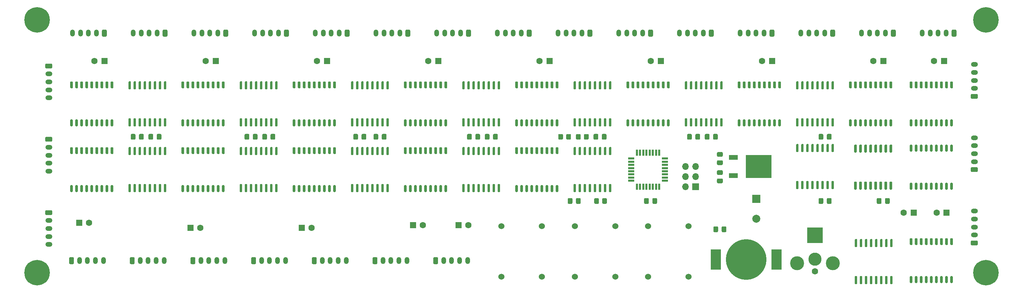
<source format=gbr>
%TF.GenerationSoftware,KiCad,Pcbnew,(5.1.10-1-10_14)*%
%TF.CreationDate,2021-09-29T23:31:11-07:00*%
%TF.ProjectId,stepper_clock,73746570-7065-4725-9f63-6c6f636b2e6b,rev?*%
%TF.SameCoordinates,Original*%
%TF.FileFunction,Soldermask,Top*%
%TF.FilePolarity,Negative*%
%FSLAX46Y46*%
G04 Gerber Fmt 4.6, Leading zero omitted, Abs format (unit mm)*
G04 Created by KiCad (PCBNEW (5.1.10-1-10_14)) date 2021-09-29 23:31:11*
%MOMM*%
%LPD*%
G01*
G04 APERTURE LIST*
%ADD10O,1.200000X1.750000*%
%ADD11R,2.500000X5.100000*%
%ADD12C,10.200000*%
%ADD13R,4.000000X4.000000*%
%ADD14C,3.300000*%
%ADD15C,3.500000*%
%ADD16C,1.600000*%
%ADD17R,1.700000X1.700000*%
%ADD18O,1.700000X1.700000*%
%ADD19O,1.750000X1.200000*%
%ADD20C,1.524000*%
%ADD21R,0.550000X1.600000*%
%ADD22R,1.600000X0.550000*%
%ADD23R,2.200000X1.200000*%
%ADD24R,6.400000X5.800000*%
%ADD25R,1.600000X1.600000*%
%ADD26R,2.000000X2.000000*%
%ADD27C,2.000000*%
%ADD28C,0.800000*%
%ADD29C,6.400000*%
G04 APERTURE END LIST*
%TO.C,U9*%
G36*
G01*
X70335000Y-22265000D02*
X70635000Y-22265000D01*
G75*
G02*
X70785000Y-22415000I0J-150000D01*
G01*
X70785000Y-24165000D01*
G75*
G02*
X70635000Y-24315000I-150000J0D01*
G01*
X70335000Y-24315000D01*
G75*
G02*
X70185000Y-24165000I0J150000D01*
G01*
X70185000Y-22415000D01*
G75*
G02*
X70335000Y-22265000I150000J0D01*
G01*
G37*
G36*
G01*
X69065000Y-22265000D02*
X69365000Y-22265000D01*
G75*
G02*
X69515000Y-22415000I0J-150000D01*
G01*
X69515000Y-24165000D01*
G75*
G02*
X69365000Y-24315000I-150000J0D01*
G01*
X69065000Y-24315000D01*
G75*
G02*
X68915000Y-24165000I0J150000D01*
G01*
X68915000Y-22415000D01*
G75*
G02*
X69065000Y-22265000I150000J0D01*
G01*
G37*
G36*
G01*
X67795000Y-22265000D02*
X68095000Y-22265000D01*
G75*
G02*
X68245000Y-22415000I0J-150000D01*
G01*
X68245000Y-24165000D01*
G75*
G02*
X68095000Y-24315000I-150000J0D01*
G01*
X67795000Y-24315000D01*
G75*
G02*
X67645000Y-24165000I0J150000D01*
G01*
X67645000Y-22415000D01*
G75*
G02*
X67795000Y-22265000I150000J0D01*
G01*
G37*
G36*
G01*
X66525000Y-22265000D02*
X66825000Y-22265000D01*
G75*
G02*
X66975000Y-22415000I0J-150000D01*
G01*
X66975000Y-24165000D01*
G75*
G02*
X66825000Y-24315000I-150000J0D01*
G01*
X66525000Y-24315000D01*
G75*
G02*
X66375000Y-24165000I0J150000D01*
G01*
X66375000Y-22415000D01*
G75*
G02*
X66525000Y-22265000I150000J0D01*
G01*
G37*
G36*
G01*
X65255000Y-22265000D02*
X65555000Y-22265000D01*
G75*
G02*
X65705000Y-22415000I0J-150000D01*
G01*
X65705000Y-24165000D01*
G75*
G02*
X65555000Y-24315000I-150000J0D01*
G01*
X65255000Y-24315000D01*
G75*
G02*
X65105000Y-24165000I0J150000D01*
G01*
X65105000Y-22415000D01*
G75*
G02*
X65255000Y-22265000I150000J0D01*
G01*
G37*
G36*
G01*
X63985000Y-22265000D02*
X64285000Y-22265000D01*
G75*
G02*
X64435000Y-22415000I0J-150000D01*
G01*
X64435000Y-24165000D01*
G75*
G02*
X64285000Y-24315000I-150000J0D01*
G01*
X63985000Y-24315000D01*
G75*
G02*
X63835000Y-24165000I0J150000D01*
G01*
X63835000Y-22415000D01*
G75*
G02*
X63985000Y-22265000I150000J0D01*
G01*
G37*
G36*
G01*
X62715000Y-22265000D02*
X63015000Y-22265000D01*
G75*
G02*
X63165000Y-22415000I0J-150000D01*
G01*
X63165000Y-24165000D01*
G75*
G02*
X63015000Y-24315000I-150000J0D01*
G01*
X62715000Y-24315000D01*
G75*
G02*
X62565000Y-24165000I0J150000D01*
G01*
X62565000Y-22415000D01*
G75*
G02*
X62715000Y-22265000I150000J0D01*
G01*
G37*
G36*
G01*
X61445000Y-22265000D02*
X61745000Y-22265000D01*
G75*
G02*
X61895000Y-22415000I0J-150000D01*
G01*
X61895000Y-24165000D01*
G75*
G02*
X61745000Y-24315000I-150000J0D01*
G01*
X61445000Y-24315000D01*
G75*
G02*
X61295000Y-24165000I0J150000D01*
G01*
X61295000Y-22415000D01*
G75*
G02*
X61445000Y-22265000I150000J0D01*
G01*
G37*
G36*
G01*
X61445000Y-31565000D02*
X61745000Y-31565000D01*
G75*
G02*
X61895000Y-31715000I0J-150000D01*
G01*
X61895000Y-33465000D01*
G75*
G02*
X61745000Y-33615000I-150000J0D01*
G01*
X61445000Y-33615000D01*
G75*
G02*
X61295000Y-33465000I0J150000D01*
G01*
X61295000Y-31715000D01*
G75*
G02*
X61445000Y-31565000I150000J0D01*
G01*
G37*
G36*
G01*
X62715000Y-31565000D02*
X63015000Y-31565000D01*
G75*
G02*
X63165000Y-31715000I0J-150000D01*
G01*
X63165000Y-33465000D01*
G75*
G02*
X63015000Y-33615000I-150000J0D01*
G01*
X62715000Y-33615000D01*
G75*
G02*
X62565000Y-33465000I0J150000D01*
G01*
X62565000Y-31715000D01*
G75*
G02*
X62715000Y-31565000I150000J0D01*
G01*
G37*
G36*
G01*
X63985000Y-31565000D02*
X64285000Y-31565000D01*
G75*
G02*
X64435000Y-31715000I0J-150000D01*
G01*
X64435000Y-33465000D01*
G75*
G02*
X64285000Y-33615000I-150000J0D01*
G01*
X63985000Y-33615000D01*
G75*
G02*
X63835000Y-33465000I0J150000D01*
G01*
X63835000Y-31715000D01*
G75*
G02*
X63985000Y-31565000I150000J0D01*
G01*
G37*
G36*
G01*
X65255000Y-31565000D02*
X65555000Y-31565000D01*
G75*
G02*
X65705000Y-31715000I0J-150000D01*
G01*
X65705000Y-33465000D01*
G75*
G02*
X65555000Y-33615000I-150000J0D01*
G01*
X65255000Y-33615000D01*
G75*
G02*
X65105000Y-33465000I0J150000D01*
G01*
X65105000Y-31715000D01*
G75*
G02*
X65255000Y-31565000I150000J0D01*
G01*
G37*
G36*
G01*
X66525000Y-31565000D02*
X66825000Y-31565000D01*
G75*
G02*
X66975000Y-31715000I0J-150000D01*
G01*
X66975000Y-33465000D01*
G75*
G02*
X66825000Y-33615000I-150000J0D01*
G01*
X66525000Y-33615000D01*
G75*
G02*
X66375000Y-33465000I0J150000D01*
G01*
X66375000Y-31715000D01*
G75*
G02*
X66525000Y-31565000I150000J0D01*
G01*
G37*
G36*
G01*
X67795000Y-31565000D02*
X68095000Y-31565000D01*
G75*
G02*
X68245000Y-31715000I0J-150000D01*
G01*
X68245000Y-33465000D01*
G75*
G02*
X68095000Y-33615000I-150000J0D01*
G01*
X67795000Y-33615000D01*
G75*
G02*
X67645000Y-33465000I0J150000D01*
G01*
X67645000Y-31715000D01*
G75*
G02*
X67795000Y-31565000I150000J0D01*
G01*
G37*
G36*
G01*
X69065000Y-31565000D02*
X69365000Y-31565000D01*
G75*
G02*
X69515000Y-31715000I0J-150000D01*
G01*
X69515000Y-33465000D01*
G75*
G02*
X69365000Y-33615000I-150000J0D01*
G01*
X69065000Y-33615000D01*
G75*
G02*
X68915000Y-33465000I0J150000D01*
G01*
X68915000Y-31715000D01*
G75*
G02*
X69065000Y-31565000I150000J0D01*
G01*
G37*
G36*
G01*
X70335000Y-31565000D02*
X70635000Y-31565000D01*
G75*
G02*
X70785000Y-31715000I0J-150000D01*
G01*
X70785000Y-33465000D01*
G75*
G02*
X70635000Y-33615000I-150000J0D01*
G01*
X70335000Y-33615000D01*
G75*
G02*
X70185000Y-33465000I0J150000D01*
G01*
X70185000Y-31715000D01*
G75*
G02*
X70335000Y-31565000I150000J0D01*
G01*
G37*
%TD*%
%TO.C,U31*%
G36*
G01*
X230020000Y-49465000D02*
X229720000Y-49465000D01*
G75*
G02*
X229570000Y-49315000I0J150000D01*
G01*
X229570000Y-47865000D01*
G75*
G02*
X229720000Y-47715000I150000J0D01*
G01*
X230020000Y-47715000D01*
G75*
G02*
X230170000Y-47865000I0J-150000D01*
G01*
X230170000Y-49315000D01*
G75*
G02*
X230020000Y-49465000I-150000J0D01*
G01*
G37*
G36*
G01*
X231290000Y-49465000D02*
X230990000Y-49465000D01*
G75*
G02*
X230840000Y-49315000I0J150000D01*
G01*
X230840000Y-47865000D01*
G75*
G02*
X230990000Y-47715000I150000J0D01*
G01*
X231290000Y-47715000D01*
G75*
G02*
X231440000Y-47865000I0J-150000D01*
G01*
X231440000Y-49315000D01*
G75*
G02*
X231290000Y-49465000I-150000J0D01*
G01*
G37*
G36*
G01*
X232560000Y-49465000D02*
X232260000Y-49465000D01*
G75*
G02*
X232110000Y-49315000I0J150000D01*
G01*
X232110000Y-47865000D01*
G75*
G02*
X232260000Y-47715000I150000J0D01*
G01*
X232560000Y-47715000D01*
G75*
G02*
X232710000Y-47865000I0J-150000D01*
G01*
X232710000Y-49315000D01*
G75*
G02*
X232560000Y-49465000I-150000J0D01*
G01*
G37*
G36*
G01*
X233830000Y-49465000D02*
X233530000Y-49465000D01*
G75*
G02*
X233380000Y-49315000I0J150000D01*
G01*
X233380000Y-47865000D01*
G75*
G02*
X233530000Y-47715000I150000J0D01*
G01*
X233830000Y-47715000D01*
G75*
G02*
X233980000Y-47865000I0J-150000D01*
G01*
X233980000Y-49315000D01*
G75*
G02*
X233830000Y-49465000I-150000J0D01*
G01*
G37*
G36*
G01*
X235100000Y-49465000D02*
X234800000Y-49465000D01*
G75*
G02*
X234650000Y-49315000I0J150000D01*
G01*
X234650000Y-47865000D01*
G75*
G02*
X234800000Y-47715000I150000J0D01*
G01*
X235100000Y-47715000D01*
G75*
G02*
X235250000Y-47865000I0J-150000D01*
G01*
X235250000Y-49315000D01*
G75*
G02*
X235100000Y-49465000I-150000J0D01*
G01*
G37*
G36*
G01*
X236370000Y-49465000D02*
X236070000Y-49465000D01*
G75*
G02*
X235920000Y-49315000I0J150000D01*
G01*
X235920000Y-47865000D01*
G75*
G02*
X236070000Y-47715000I150000J0D01*
G01*
X236370000Y-47715000D01*
G75*
G02*
X236520000Y-47865000I0J-150000D01*
G01*
X236520000Y-49315000D01*
G75*
G02*
X236370000Y-49465000I-150000J0D01*
G01*
G37*
G36*
G01*
X237640000Y-49465000D02*
X237340000Y-49465000D01*
G75*
G02*
X237190000Y-49315000I0J150000D01*
G01*
X237190000Y-47865000D01*
G75*
G02*
X237340000Y-47715000I150000J0D01*
G01*
X237640000Y-47715000D01*
G75*
G02*
X237790000Y-47865000I0J-150000D01*
G01*
X237790000Y-49315000D01*
G75*
G02*
X237640000Y-49465000I-150000J0D01*
G01*
G37*
G36*
G01*
X238910000Y-49465000D02*
X238610000Y-49465000D01*
G75*
G02*
X238460000Y-49315000I0J150000D01*
G01*
X238460000Y-47865000D01*
G75*
G02*
X238610000Y-47715000I150000J0D01*
G01*
X238910000Y-47715000D01*
G75*
G02*
X239060000Y-47865000I0J-150000D01*
G01*
X239060000Y-49315000D01*
G75*
G02*
X238910000Y-49465000I-150000J0D01*
G01*
G37*
G36*
G01*
X240180000Y-49465000D02*
X239880000Y-49465000D01*
G75*
G02*
X239730000Y-49315000I0J150000D01*
G01*
X239730000Y-47865000D01*
G75*
G02*
X239880000Y-47715000I150000J0D01*
G01*
X240180000Y-47715000D01*
G75*
G02*
X240330000Y-47865000I0J-150000D01*
G01*
X240330000Y-49315000D01*
G75*
G02*
X240180000Y-49465000I-150000J0D01*
G01*
G37*
G36*
G01*
X240180000Y-39915000D02*
X239880000Y-39915000D01*
G75*
G02*
X239730000Y-39765000I0J150000D01*
G01*
X239730000Y-38315000D01*
G75*
G02*
X239880000Y-38165000I150000J0D01*
G01*
X240180000Y-38165000D01*
G75*
G02*
X240330000Y-38315000I0J-150000D01*
G01*
X240330000Y-39765000D01*
G75*
G02*
X240180000Y-39915000I-150000J0D01*
G01*
G37*
G36*
G01*
X238910000Y-39915000D02*
X238610000Y-39915000D01*
G75*
G02*
X238460000Y-39765000I0J150000D01*
G01*
X238460000Y-38315000D01*
G75*
G02*
X238610000Y-38165000I150000J0D01*
G01*
X238910000Y-38165000D01*
G75*
G02*
X239060000Y-38315000I0J-150000D01*
G01*
X239060000Y-39765000D01*
G75*
G02*
X238910000Y-39915000I-150000J0D01*
G01*
G37*
G36*
G01*
X237640000Y-39915000D02*
X237340000Y-39915000D01*
G75*
G02*
X237190000Y-39765000I0J150000D01*
G01*
X237190000Y-38315000D01*
G75*
G02*
X237340000Y-38165000I150000J0D01*
G01*
X237640000Y-38165000D01*
G75*
G02*
X237790000Y-38315000I0J-150000D01*
G01*
X237790000Y-39765000D01*
G75*
G02*
X237640000Y-39915000I-150000J0D01*
G01*
G37*
G36*
G01*
X236370000Y-39915000D02*
X236070000Y-39915000D01*
G75*
G02*
X235920000Y-39765000I0J150000D01*
G01*
X235920000Y-38315000D01*
G75*
G02*
X236070000Y-38165000I150000J0D01*
G01*
X236370000Y-38165000D01*
G75*
G02*
X236520000Y-38315000I0J-150000D01*
G01*
X236520000Y-39765000D01*
G75*
G02*
X236370000Y-39915000I-150000J0D01*
G01*
G37*
G36*
G01*
X235100000Y-39915000D02*
X234800000Y-39915000D01*
G75*
G02*
X234650000Y-39765000I0J150000D01*
G01*
X234650000Y-38315000D01*
G75*
G02*
X234800000Y-38165000I150000J0D01*
G01*
X235100000Y-38165000D01*
G75*
G02*
X235250000Y-38315000I0J-150000D01*
G01*
X235250000Y-39765000D01*
G75*
G02*
X235100000Y-39915000I-150000J0D01*
G01*
G37*
G36*
G01*
X233830000Y-39915000D02*
X233530000Y-39915000D01*
G75*
G02*
X233380000Y-39765000I0J150000D01*
G01*
X233380000Y-38315000D01*
G75*
G02*
X233530000Y-38165000I150000J0D01*
G01*
X233830000Y-38165000D01*
G75*
G02*
X233980000Y-38315000I0J-150000D01*
G01*
X233980000Y-39765000D01*
G75*
G02*
X233830000Y-39915000I-150000J0D01*
G01*
G37*
G36*
G01*
X232560000Y-39915000D02*
X232260000Y-39915000D01*
G75*
G02*
X232110000Y-39765000I0J150000D01*
G01*
X232110000Y-38315000D01*
G75*
G02*
X232260000Y-38165000I150000J0D01*
G01*
X232560000Y-38165000D01*
G75*
G02*
X232710000Y-38315000I0J-150000D01*
G01*
X232710000Y-39765000D01*
G75*
G02*
X232560000Y-39915000I-150000J0D01*
G01*
G37*
G36*
G01*
X231290000Y-39915000D02*
X230990000Y-39915000D01*
G75*
G02*
X230840000Y-39765000I0J150000D01*
G01*
X230840000Y-38315000D01*
G75*
G02*
X230990000Y-38165000I150000J0D01*
G01*
X231290000Y-38165000D01*
G75*
G02*
X231440000Y-38315000I0J-150000D01*
G01*
X231440000Y-39765000D01*
G75*
G02*
X231290000Y-39915000I-150000J0D01*
G01*
G37*
G36*
G01*
X230020000Y-39915000D02*
X229720000Y-39915000D01*
G75*
G02*
X229570000Y-39765000I0J150000D01*
G01*
X229570000Y-38315000D01*
G75*
G02*
X229720000Y-38165000I150000J0D01*
G01*
X230020000Y-38165000D01*
G75*
G02*
X230170000Y-38315000I0J-150000D01*
G01*
X230170000Y-39765000D01*
G75*
G02*
X230020000Y-39915000I-150000J0D01*
G01*
G37*
%TD*%
%TO.C,U16*%
G36*
G01*
X210035000Y-38013000D02*
X210335000Y-38013000D01*
G75*
G02*
X210485000Y-38163000I0J-150000D01*
G01*
X210485000Y-39913000D01*
G75*
G02*
X210335000Y-40063000I-150000J0D01*
G01*
X210035000Y-40063000D01*
G75*
G02*
X209885000Y-39913000I0J150000D01*
G01*
X209885000Y-38163000D01*
G75*
G02*
X210035000Y-38013000I150000J0D01*
G01*
G37*
G36*
G01*
X208765000Y-38013000D02*
X209065000Y-38013000D01*
G75*
G02*
X209215000Y-38163000I0J-150000D01*
G01*
X209215000Y-39913000D01*
G75*
G02*
X209065000Y-40063000I-150000J0D01*
G01*
X208765000Y-40063000D01*
G75*
G02*
X208615000Y-39913000I0J150000D01*
G01*
X208615000Y-38163000D01*
G75*
G02*
X208765000Y-38013000I150000J0D01*
G01*
G37*
G36*
G01*
X207495000Y-38013000D02*
X207795000Y-38013000D01*
G75*
G02*
X207945000Y-38163000I0J-150000D01*
G01*
X207945000Y-39913000D01*
G75*
G02*
X207795000Y-40063000I-150000J0D01*
G01*
X207495000Y-40063000D01*
G75*
G02*
X207345000Y-39913000I0J150000D01*
G01*
X207345000Y-38163000D01*
G75*
G02*
X207495000Y-38013000I150000J0D01*
G01*
G37*
G36*
G01*
X206225000Y-38013000D02*
X206525000Y-38013000D01*
G75*
G02*
X206675000Y-38163000I0J-150000D01*
G01*
X206675000Y-39913000D01*
G75*
G02*
X206525000Y-40063000I-150000J0D01*
G01*
X206225000Y-40063000D01*
G75*
G02*
X206075000Y-39913000I0J150000D01*
G01*
X206075000Y-38163000D01*
G75*
G02*
X206225000Y-38013000I150000J0D01*
G01*
G37*
G36*
G01*
X204955000Y-38013000D02*
X205255000Y-38013000D01*
G75*
G02*
X205405000Y-38163000I0J-150000D01*
G01*
X205405000Y-39913000D01*
G75*
G02*
X205255000Y-40063000I-150000J0D01*
G01*
X204955000Y-40063000D01*
G75*
G02*
X204805000Y-39913000I0J150000D01*
G01*
X204805000Y-38163000D01*
G75*
G02*
X204955000Y-38013000I150000J0D01*
G01*
G37*
G36*
G01*
X203685000Y-38013000D02*
X203985000Y-38013000D01*
G75*
G02*
X204135000Y-38163000I0J-150000D01*
G01*
X204135000Y-39913000D01*
G75*
G02*
X203985000Y-40063000I-150000J0D01*
G01*
X203685000Y-40063000D01*
G75*
G02*
X203535000Y-39913000I0J150000D01*
G01*
X203535000Y-38163000D01*
G75*
G02*
X203685000Y-38013000I150000J0D01*
G01*
G37*
G36*
G01*
X202415000Y-38013000D02*
X202715000Y-38013000D01*
G75*
G02*
X202865000Y-38163000I0J-150000D01*
G01*
X202865000Y-39913000D01*
G75*
G02*
X202715000Y-40063000I-150000J0D01*
G01*
X202415000Y-40063000D01*
G75*
G02*
X202265000Y-39913000I0J150000D01*
G01*
X202265000Y-38163000D01*
G75*
G02*
X202415000Y-38013000I150000J0D01*
G01*
G37*
G36*
G01*
X201145000Y-38013000D02*
X201445000Y-38013000D01*
G75*
G02*
X201595000Y-38163000I0J-150000D01*
G01*
X201595000Y-39913000D01*
G75*
G02*
X201445000Y-40063000I-150000J0D01*
G01*
X201145000Y-40063000D01*
G75*
G02*
X200995000Y-39913000I0J150000D01*
G01*
X200995000Y-38163000D01*
G75*
G02*
X201145000Y-38013000I150000J0D01*
G01*
G37*
G36*
G01*
X201145000Y-47313000D02*
X201445000Y-47313000D01*
G75*
G02*
X201595000Y-47463000I0J-150000D01*
G01*
X201595000Y-49213000D01*
G75*
G02*
X201445000Y-49363000I-150000J0D01*
G01*
X201145000Y-49363000D01*
G75*
G02*
X200995000Y-49213000I0J150000D01*
G01*
X200995000Y-47463000D01*
G75*
G02*
X201145000Y-47313000I150000J0D01*
G01*
G37*
G36*
G01*
X202415000Y-47313000D02*
X202715000Y-47313000D01*
G75*
G02*
X202865000Y-47463000I0J-150000D01*
G01*
X202865000Y-49213000D01*
G75*
G02*
X202715000Y-49363000I-150000J0D01*
G01*
X202415000Y-49363000D01*
G75*
G02*
X202265000Y-49213000I0J150000D01*
G01*
X202265000Y-47463000D01*
G75*
G02*
X202415000Y-47313000I150000J0D01*
G01*
G37*
G36*
G01*
X203685000Y-47313000D02*
X203985000Y-47313000D01*
G75*
G02*
X204135000Y-47463000I0J-150000D01*
G01*
X204135000Y-49213000D01*
G75*
G02*
X203985000Y-49363000I-150000J0D01*
G01*
X203685000Y-49363000D01*
G75*
G02*
X203535000Y-49213000I0J150000D01*
G01*
X203535000Y-47463000D01*
G75*
G02*
X203685000Y-47313000I150000J0D01*
G01*
G37*
G36*
G01*
X204955000Y-47313000D02*
X205255000Y-47313000D01*
G75*
G02*
X205405000Y-47463000I0J-150000D01*
G01*
X205405000Y-49213000D01*
G75*
G02*
X205255000Y-49363000I-150000J0D01*
G01*
X204955000Y-49363000D01*
G75*
G02*
X204805000Y-49213000I0J150000D01*
G01*
X204805000Y-47463000D01*
G75*
G02*
X204955000Y-47313000I150000J0D01*
G01*
G37*
G36*
G01*
X206225000Y-47313000D02*
X206525000Y-47313000D01*
G75*
G02*
X206675000Y-47463000I0J-150000D01*
G01*
X206675000Y-49213000D01*
G75*
G02*
X206525000Y-49363000I-150000J0D01*
G01*
X206225000Y-49363000D01*
G75*
G02*
X206075000Y-49213000I0J150000D01*
G01*
X206075000Y-47463000D01*
G75*
G02*
X206225000Y-47313000I150000J0D01*
G01*
G37*
G36*
G01*
X207495000Y-47313000D02*
X207795000Y-47313000D01*
G75*
G02*
X207945000Y-47463000I0J-150000D01*
G01*
X207945000Y-49213000D01*
G75*
G02*
X207795000Y-49363000I-150000J0D01*
G01*
X207495000Y-49363000D01*
G75*
G02*
X207345000Y-49213000I0J150000D01*
G01*
X207345000Y-47463000D01*
G75*
G02*
X207495000Y-47313000I150000J0D01*
G01*
G37*
G36*
G01*
X208765000Y-47313000D02*
X209065000Y-47313000D01*
G75*
G02*
X209215000Y-47463000I0J-150000D01*
G01*
X209215000Y-49213000D01*
G75*
G02*
X209065000Y-49363000I-150000J0D01*
G01*
X208765000Y-49363000D01*
G75*
G02*
X208615000Y-49213000I0J150000D01*
G01*
X208615000Y-47463000D01*
G75*
G02*
X208765000Y-47313000I150000J0D01*
G01*
G37*
G36*
G01*
X210035000Y-47313000D02*
X210335000Y-47313000D01*
G75*
G02*
X210485000Y-47463000I0J-150000D01*
G01*
X210485000Y-49213000D01*
G75*
G02*
X210335000Y-49363000I-150000J0D01*
G01*
X210035000Y-49363000D01*
G75*
G02*
X209885000Y-49213000I0J150000D01*
G01*
X209885000Y-47463000D01*
G75*
G02*
X210035000Y-47313000I150000J0D01*
G01*
G37*
%TD*%
%TO.C,U15*%
G36*
G01*
X224640000Y-38140000D02*
X224940000Y-38140000D01*
G75*
G02*
X225090000Y-38290000I0J-150000D01*
G01*
X225090000Y-40040000D01*
G75*
G02*
X224940000Y-40190000I-150000J0D01*
G01*
X224640000Y-40190000D01*
G75*
G02*
X224490000Y-40040000I0J150000D01*
G01*
X224490000Y-38290000D01*
G75*
G02*
X224640000Y-38140000I150000J0D01*
G01*
G37*
G36*
G01*
X223370000Y-38140000D02*
X223670000Y-38140000D01*
G75*
G02*
X223820000Y-38290000I0J-150000D01*
G01*
X223820000Y-40040000D01*
G75*
G02*
X223670000Y-40190000I-150000J0D01*
G01*
X223370000Y-40190000D01*
G75*
G02*
X223220000Y-40040000I0J150000D01*
G01*
X223220000Y-38290000D01*
G75*
G02*
X223370000Y-38140000I150000J0D01*
G01*
G37*
G36*
G01*
X222100000Y-38140000D02*
X222400000Y-38140000D01*
G75*
G02*
X222550000Y-38290000I0J-150000D01*
G01*
X222550000Y-40040000D01*
G75*
G02*
X222400000Y-40190000I-150000J0D01*
G01*
X222100000Y-40190000D01*
G75*
G02*
X221950000Y-40040000I0J150000D01*
G01*
X221950000Y-38290000D01*
G75*
G02*
X222100000Y-38140000I150000J0D01*
G01*
G37*
G36*
G01*
X220830000Y-38140000D02*
X221130000Y-38140000D01*
G75*
G02*
X221280000Y-38290000I0J-150000D01*
G01*
X221280000Y-40040000D01*
G75*
G02*
X221130000Y-40190000I-150000J0D01*
G01*
X220830000Y-40190000D01*
G75*
G02*
X220680000Y-40040000I0J150000D01*
G01*
X220680000Y-38290000D01*
G75*
G02*
X220830000Y-38140000I150000J0D01*
G01*
G37*
G36*
G01*
X219560000Y-38140000D02*
X219860000Y-38140000D01*
G75*
G02*
X220010000Y-38290000I0J-150000D01*
G01*
X220010000Y-40040000D01*
G75*
G02*
X219860000Y-40190000I-150000J0D01*
G01*
X219560000Y-40190000D01*
G75*
G02*
X219410000Y-40040000I0J150000D01*
G01*
X219410000Y-38290000D01*
G75*
G02*
X219560000Y-38140000I150000J0D01*
G01*
G37*
G36*
G01*
X218290000Y-38140000D02*
X218590000Y-38140000D01*
G75*
G02*
X218740000Y-38290000I0J-150000D01*
G01*
X218740000Y-40040000D01*
G75*
G02*
X218590000Y-40190000I-150000J0D01*
G01*
X218290000Y-40190000D01*
G75*
G02*
X218140000Y-40040000I0J150000D01*
G01*
X218140000Y-38290000D01*
G75*
G02*
X218290000Y-38140000I150000J0D01*
G01*
G37*
G36*
G01*
X217020000Y-38140000D02*
X217320000Y-38140000D01*
G75*
G02*
X217470000Y-38290000I0J-150000D01*
G01*
X217470000Y-40040000D01*
G75*
G02*
X217320000Y-40190000I-150000J0D01*
G01*
X217020000Y-40190000D01*
G75*
G02*
X216870000Y-40040000I0J150000D01*
G01*
X216870000Y-38290000D01*
G75*
G02*
X217020000Y-38140000I150000J0D01*
G01*
G37*
G36*
G01*
X215750000Y-38140000D02*
X216050000Y-38140000D01*
G75*
G02*
X216200000Y-38290000I0J-150000D01*
G01*
X216200000Y-40040000D01*
G75*
G02*
X216050000Y-40190000I-150000J0D01*
G01*
X215750000Y-40190000D01*
G75*
G02*
X215600000Y-40040000I0J150000D01*
G01*
X215600000Y-38290000D01*
G75*
G02*
X215750000Y-38140000I150000J0D01*
G01*
G37*
G36*
G01*
X215750000Y-47440000D02*
X216050000Y-47440000D01*
G75*
G02*
X216200000Y-47590000I0J-150000D01*
G01*
X216200000Y-49340000D01*
G75*
G02*
X216050000Y-49490000I-150000J0D01*
G01*
X215750000Y-49490000D01*
G75*
G02*
X215600000Y-49340000I0J150000D01*
G01*
X215600000Y-47590000D01*
G75*
G02*
X215750000Y-47440000I150000J0D01*
G01*
G37*
G36*
G01*
X217020000Y-47440000D02*
X217320000Y-47440000D01*
G75*
G02*
X217470000Y-47590000I0J-150000D01*
G01*
X217470000Y-49340000D01*
G75*
G02*
X217320000Y-49490000I-150000J0D01*
G01*
X217020000Y-49490000D01*
G75*
G02*
X216870000Y-49340000I0J150000D01*
G01*
X216870000Y-47590000D01*
G75*
G02*
X217020000Y-47440000I150000J0D01*
G01*
G37*
G36*
G01*
X218290000Y-47440000D02*
X218590000Y-47440000D01*
G75*
G02*
X218740000Y-47590000I0J-150000D01*
G01*
X218740000Y-49340000D01*
G75*
G02*
X218590000Y-49490000I-150000J0D01*
G01*
X218290000Y-49490000D01*
G75*
G02*
X218140000Y-49340000I0J150000D01*
G01*
X218140000Y-47590000D01*
G75*
G02*
X218290000Y-47440000I150000J0D01*
G01*
G37*
G36*
G01*
X219560000Y-47440000D02*
X219860000Y-47440000D01*
G75*
G02*
X220010000Y-47590000I0J-150000D01*
G01*
X220010000Y-49340000D01*
G75*
G02*
X219860000Y-49490000I-150000J0D01*
G01*
X219560000Y-49490000D01*
G75*
G02*
X219410000Y-49340000I0J150000D01*
G01*
X219410000Y-47590000D01*
G75*
G02*
X219560000Y-47440000I150000J0D01*
G01*
G37*
G36*
G01*
X220830000Y-47440000D02*
X221130000Y-47440000D01*
G75*
G02*
X221280000Y-47590000I0J-150000D01*
G01*
X221280000Y-49340000D01*
G75*
G02*
X221130000Y-49490000I-150000J0D01*
G01*
X220830000Y-49490000D01*
G75*
G02*
X220680000Y-49340000I0J150000D01*
G01*
X220680000Y-47590000D01*
G75*
G02*
X220830000Y-47440000I150000J0D01*
G01*
G37*
G36*
G01*
X222100000Y-47440000D02*
X222400000Y-47440000D01*
G75*
G02*
X222550000Y-47590000I0J-150000D01*
G01*
X222550000Y-49340000D01*
G75*
G02*
X222400000Y-49490000I-150000J0D01*
G01*
X222100000Y-49490000D01*
G75*
G02*
X221950000Y-49340000I0J150000D01*
G01*
X221950000Y-47590000D01*
G75*
G02*
X222100000Y-47440000I150000J0D01*
G01*
G37*
G36*
G01*
X223370000Y-47440000D02*
X223670000Y-47440000D01*
G75*
G02*
X223820000Y-47590000I0J-150000D01*
G01*
X223820000Y-49340000D01*
G75*
G02*
X223670000Y-49490000I-150000J0D01*
G01*
X223370000Y-49490000D01*
G75*
G02*
X223220000Y-49340000I0J150000D01*
G01*
X223220000Y-47590000D01*
G75*
G02*
X223370000Y-47440000I150000J0D01*
G01*
G37*
G36*
G01*
X224640000Y-47440000D02*
X224940000Y-47440000D01*
G75*
G02*
X225090000Y-47590000I0J-150000D01*
G01*
X225090000Y-49340000D01*
G75*
G02*
X224940000Y-49490000I-150000J0D01*
G01*
X224640000Y-49490000D01*
G75*
G02*
X224490000Y-49340000I0J150000D01*
G01*
X224490000Y-47590000D01*
G75*
G02*
X224640000Y-47440000I150000J0D01*
G01*
G37*
%TD*%
%TO.C,J9*%
G36*
G01*
X109890000Y-67935001D02*
X109890000Y-66684999D01*
G75*
G02*
X110139999Y-66435000I249999J0D01*
G01*
X110840001Y-66435000D01*
G75*
G02*
X111090000Y-66684999I0J-249999D01*
G01*
X111090000Y-67935001D01*
G75*
G02*
X110840001Y-68185000I-249999J0D01*
G01*
X110139999Y-68185000D01*
G75*
G02*
X109890000Y-67935001I0J249999D01*
G01*
G37*
D10*
X112490000Y-67310000D03*
X114490000Y-67310000D03*
X116490000Y-67310000D03*
X118490000Y-67310000D03*
%TD*%
%TO.C,J8*%
G36*
G01*
X94650000Y-67935001D02*
X94650000Y-66684999D01*
G75*
G02*
X94899999Y-66435000I249999J0D01*
G01*
X95600001Y-66435000D01*
G75*
G02*
X95850000Y-66684999I0J-249999D01*
G01*
X95850000Y-67935001D01*
G75*
G02*
X95600001Y-68185000I-249999J0D01*
G01*
X94899999Y-68185000D01*
G75*
G02*
X94650000Y-67935001I0J249999D01*
G01*
G37*
X97250000Y-67310000D03*
X99250000Y-67310000D03*
X101250000Y-67310000D03*
X103250000Y-67310000D03*
%TD*%
%TO.C,J3*%
G36*
G01*
X18450000Y-67935001D02*
X18450000Y-66684999D01*
G75*
G02*
X18699999Y-66435000I249999J0D01*
G01*
X19400001Y-66435000D01*
G75*
G02*
X19650000Y-66684999I0J-249999D01*
G01*
X19650000Y-67935001D01*
G75*
G02*
X19400001Y-68185000I-249999J0D01*
G01*
X18699999Y-68185000D01*
G75*
G02*
X18450000Y-67935001I0J249999D01*
G01*
G37*
X21050000Y-67310000D03*
X23050000Y-67310000D03*
X25050000Y-67310000D03*
X27050000Y-67310000D03*
%TD*%
%TO.C,J4*%
X42290000Y-67310000D03*
X40290000Y-67310000D03*
X38290000Y-67310000D03*
X36290000Y-67310000D03*
G36*
G01*
X33690000Y-67935001D02*
X33690000Y-66684999D01*
G75*
G02*
X33939999Y-66435000I249999J0D01*
G01*
X34640001Y-66435000D01*
G75*
G02*
X34890000Y-66684999I0J-249999D01*
G01*
X34890000Y-67935001D01*
G75*
G02*
X34640001Y-68185000I-249999J0D01*
G01*
X33939999Y-68185000D01*
G75*
G02*
X33690000Y-67935001I0J249999D01*
G01*
G37*
%TD*%
D11*
%TO.C,BT1*%
X180868000Y-67056000D03*
X196068000Y-67056000D03*
D12*
X188468000Y-67056000D03*
%TD*%
%TO.C,C2*%
G36*
G01*
X182339000Y-47853000D02*
X181389000Y-47853000D01*
G75*
G02*
X181139000Y-47603000I0J250000D01*
G01*
X181139000Y-46928000D01*
G75*
G02*
X181389000Y-46678000I250000J0D01*
G01*
X182339000Y-46678000D01*
G75*
G02*
X182589000Y-46928000I0J-250000D01*
G01*
X182589000Y-47603000D01*
G75*
G02*
X182339000Y-47853000I-250000J0D01*
G01*
G37*
G36*
G01*
X182339000Y-45778000D02*
X181389000Y-45778000D01*
G75*
G02*
X181139000Y-45528000I0J250000D01*
G01*
X181139000Y-44853000D01*
G75*
G02*
X181389000Y-44603000I250000J0D01*
G01*
X182339000Y-44603000D01*
G75*
G02*
X182589000Y-44853000I0J-250000D01*
G01*
X182589000Y-45528000D01*
G75*
G02*
X182339000Y-45778000I-250000J0D01*
G01*
G37*
%TD*%
%TO.C,C3*%
G36*
G01*
X181389000Y-40031000D02*
X182339000Y-40031000D01*
G75*
G02*
X182589000Y-40281000I0J-250000D01*
G01*
X182589000Y-40956000D01*
G75*
G02*
X182339000Y-41206000I-250000J0D01*
G01*
X181389000Y-41206000D01*
G75*
G02*
X181139000Y-40956000I0J250000D01*
G01*
X181139000Y-40281000D01*
G75*
G02*
X181389000Y-40031000I250000J0D01*
G01*
G37*
G36*
G01*
X181389000Y-42106000D02*
X182339000Y-42106000D01*
G75*
G02*
X182589000Y-42356000I0J-250000D01*
G01*
X182589000Y-43031000D01*
G75*
G02*
X182339000Y-43281000I-250000J0D01*
G01*
X181389000Y-43281000D01*
G75*
G02*
X181139000Y-43031000I0J250000D01*
G01*
X181139000Y-42356000D01*
G75*
G02*
X181389000Y-42106000I250000J0D01*
G01*
G37*
%TD*%
%TO.C,C4*%
G36*
G01*
X162840000Y-52799000D02*
X162840000Y-51849000D01*
G75*
G02*
X163090000Y-51599000I250000J0D01*
G01*
X163765000Y-51599000D01*
G75*
G02*
X164015000Y-51849000I0J-250000D01*
G01*
X164015000Y-52799000D01*
G75*
G02*
X163765000Y-53049000I-250000J0D01*
G01*
X163090000Y-53049000D01*
G75*
G02*
X162840000Y-52799000I0J250000D01*
G01*
G37*
G36*
G01*
X164915000Y-52799000D02*
X164915000Y-51849000D01*
G75*
G02*
X165165000Y-51599000I250000J0D01*
G01*
X165840000Y-51599000D01*
G75*
G02*
X166090000Y-51849000I0J-250000D01*
G01*
X166090000Y-52799000D01*
G75*
G02*
X165840000Y-53049000I-250000J0D01*
G01*
X165165000Y-53049000D01*
G75*
G02*
X164915000Y-52799000I0J250000D01*
G01*
G37*
%TD*%
%TO.C,C5*%
G36*
G01*
X144838000Y-51849000D02*
X144838000Y-52799000D01*
G75*
G02*
X144588000Y-53049000I-250000J0D01*
G01*
X143913000Y-53049000D01*
G75*
G02*
X143663000Y-52799000I0J250000D01*
G01*
X143663000Y-51849000D01*
G75*
G02*
X143913000Y-51599000I250000J0D01*
G01*
X144588000Y-51599000D01*
G75*
G02*
X144838000Y-51849000I0J-250000D01*
G01*
G37*
G36*
G01*
X146913000Y-51849000D02*
X146913000Y-52799000D01*
G75*
G02*
X146663000Y-53049000I-250000J0D01*
G01*
X145988000Y-53049000D01*
G75*
G02*
X145738000Y-52799000I0J250000D01*
G01*
X145738000Y-51849000D01*
G75*
G02*
X145988000Y-51599000I250000J0D01*
G01*
X146663000Y-51599000D01*
G75*
G02*
X146913000Y-51849000I0J-250000D01*
G01*
G37*
%TD*%
%TO.C,C6*%
G36*
G01*
X181414000Y-58961000D02*
X181414000Y-59911000D01*
G75*
G02*
X181164000Y-60161000I-250000J0D01*
G01*
X180489000Y-60161000D01*
G75*
G02*
X180239000Y-59911000I0J250000D01*
G01*
X180239000Y-58961000D01*
G75*
G02*
X180489000Y-58711000I250000J0D01*
G01*
X181164000Y-58711000D01*
G75*
G02*
X181414000Y-58961000I0J-250000D01*
G01*
G37*
G36*
G01*
X183489000Y-58961000D02*
X183489000Y-59911000D01*
G75*
G02*
X183239000Y-60161000I-250000J0D01*
G01*
X182564000Y-60161000D01*
G75*
G02*
X182314000Y-59911000I0J250000D01*
G01*
X182314000Y-58961000D01*
G75*
G02*
X182564000Y-58711000I250000J0D01*
G01*
X183239000Y-58711000D01*
G75*
G02*
X183489000Y-58961000I0J-250000D01*
G01*
G37*
%TD*%
%TO.C,C7*%
G36*
G01*
X122835000Y-36670000D02*
X122835000Y-35720000D01*
G75*
G02*
X123085000Y-35470000I250000J0D01*
G01*
X123760000Y-35470000D01*
G75*
G02*
X124010000Y-35720000I0J-250000D01*
G01*
X124010000Y-36670000D01*
G75*
G02*
X123760000Y-36920000I-250000J0D01*
G01*
X123085000Y-36920000D01*
G75*
G02*
X122835000Y-36670000I0J250000D01*
G01*
G37*
G36*
G01*
X124910000Y-36670000D02*
X124910000Y-35720000D01*
G75*
G02*
X125160000Y-35470000I250000J0D01*
G01*
X125835000Y-35470000D01*
G75*
G02*
X126085000Y-35720000I0J-250000D01*
G01*
X126085000Y-36670000D01*
G75*
G02*
X125835000Y-36920000I-250000J0D01*
G01*
X125160000Y-36920000D01*
G75*
G02*
X124910000Y-36670000I0J250000D01*
G01*
G37*
%TD*%
%TO.C,C8*%
G36*
G01*
X93065000Y-35720000D02*
X93065000Y-36670000D01*
G75*
G02*
X92815000Y-36920000I-250000J0D01*
G01*
X92140000Y-36920000D01*
G75*
G02*
X91890000Y-36670000I0J250000D01*
G01*
X91890000Y-35720000D01*
G75*
G02*
X92140000Y-35470000I250000J0D01*
G01*
X92815000Y-35470000D01*
G75*
G02*
X93065000Y-35720000I0J-250000D01*
G01*
G37*
G36*
G01*
X90990000Y-35720000D02*
X90990000Y-36670000D01*
G75*
G02*
X90740000Y-36920000I-250000J0D01*
G01*
X90065000Y-36920000D01*
G75*
G02*
X89815000Y-36670000I0J250000D01*
G01*
X89815000Y-35720000D01*
G75*
G02*
X90065000Y-35470000I250000J0D01*
G01*
X90740000Y-35470000D01*
G75*
G02*
X90990000Y-35720000I0J-250000D01*
G01*
G37*
%TD*%
%TO.C,C9*%
G36*
G01*
X69030000Y-36670000D02*
X69030000Y-35720000D01*
G75*
G02*
X69280000Y-35470000I250000J0D01*
G01*
X69955000Y-35470000D01*
G75*
G02*
X70205000Y-35720000I0J-250000D01*
G01*
X70205000Y-36670000D01*
G75*
G02*
X69955000Y-36920000I-250000J0D01*
G01*
X69280000Y-36920000D01*
G75*
G02*
X69030000Y-36670000I0J250000D01*
G01*
G37*
G36*
G01*
X66955000Y-36670000D02*
X66955000Y-35720000D01*
G75*
G02*
X67205000Y-35470000I250000J0D01*
G01*
X67880000Y-35470000D01*
G75*
G02*
X68130000Y-35720000I0J-250000D01*
G01*
X68130000Y-36670000D01*
G75*
G02*
X67880000Y-36920000I-250000J0D01*
G01*
X67205000Y-36920000D01*
G75*
G02*
X66955000Y-36670000I0J250000D01*
G01*
G37*
%TD*%
%TO.C,C10*%
G36*
G01*
X36010000Y-36670000D02*
X36010000Y-35720000D01*
G75*
G02*
X36260000Y-35470000I250000J0D01*
G01*
X36935000Y-35470000D01*
G75*
G02*
X37185000Y-35720000I0J-250000D01*
G01*
X37185000Y-36670000D01*
G75*
G02*
X36935000Y-36920000I-250000J0D01*
G01*
X36260000Y-36920000D01*
G75*
G02*
X36010000Y-36670000I0J250000D01*
G01*
G37*
G36*
G01*
X33935000Y-36670000D02*
X33935000Y-35720000D01*
G75*
G02*
X34185000Y-35470000I250000J0D01*
G01*
X34860000Y-35470000D01*
G75*
G02*
X35110000Y-35720000I0J-250000D01*
G01*
X35110000Y-36670000D01*
G75*
G02*
X34860000Y-36920000I-250000J0D01*
G01*
X34185000Y-36920000D01*
G75*
G02*
X33935000Y-36670000I0J250000D01*
G01*
G37*
%TD*%
%TO.C,C11*%
G36*
G01*
X40455000Y-36670000D02*
X40455000Y-35720000D01*
G75*
G02*
X40705000Y-35470000I250000J0D01*
G01*
X41380000Y-35470000D01*
G75*
G02*
X41630000Y-35720000I0J-250000D01*
G01*
X41630000Y-36670000D01*
G75*
G02*
X41380000Y-36920000I-250000J0D01*
G01*
X40705000Y-36920000D01*
G75*
G02*
X40455000Y-36670000I0J250000D01*
G01*
G37*
G36*
G01*
X38380000Y-36670000D02*
X38380000Y-35720000D01*
G75*
G02*
X38630000Y-35470000I250000J0D01*
G01*
X39305000Y-35470000D01*
G75*
G02*
X39555000Y-35720000I0J-250000D01*
G01*
X39555000Y-36670000D01*
G75*
G02*
X39305000Y-36920000I-250000J0D01*
G01*
X38630000Y-36920000D01*
G75*
G02*
X38380000Y-36670000I0J250000D01*
G01*
G37*
%TD*%
%TO.C,C12*%
G36*
G01*
X63685000Y-35720000D02*
X63685000Y-36670000D01*
G75*
G02*
X63435000Y-36920000I-250000J0D01*
G01*
X62760000Y-36920000D01*
G75*
G02*
X62510000Y-36670000I0J250000D01*
G01*
X62510000Y-35720000D01*
G75*
G02*
X62760000Y-35470000I250000J0D01*
G01*
X63435000Y-35470000D01*
G75*
G02*
X63685000Y-35720000I0J-250000D01*
G01*
G37*
G36*
G01*
X65760000Y-35720000D02*
X65760000Y-36670000D01*
G75*
G02*
X65510000Y-36920000I-250000J0D01*
G01*
X64835000Y-36920000D01*
G75*
G02*
X64585000Y-36670000I0J250000D01*
G01*
X64585000Y-35720000D01*
G75*
G02*
X64835000Y-35470000I250000J0D01*
G01*
X65510000Y-35470000D01*
G75*
G02*
X65760000Y-35720000I0J-250000D01*
G01*
G37*
%TD*%
%TO.C,C13*%
G36*
G01*
X96970000Y-36670000D02*
X96970000Y-35720000D01*
G75*
G02*
X97220000Y-35470000I250000J0D01*
G01*
X97895000Y-35470000D01*
G75*
G02*
X98145000Y-35720000I0J-250000D01*
G01*
X98145000Y-36670000D01*
G75*
G02*
X97895000Y-36920000I-250000J0D01*
G01*
X97220000Y-36920000D01*
G75*
G02*
X96970000Y-36670000I0J250000D01*
G01*
G37*
G36*
G01*
X94895000Y-36670000D02*
X94895000Y-35720000D01*
G75*
G02*
X95145000Y-35470000I250000J0D01*
G01*
X95820000Y-35470000D01*
G75*
G02*
X96070000Y-35720000I0J-250000D01*
G01*
X96070000Y-36670000D01*
G75*
G02*
X95820000Y-36920000I-250000J0D01*
G01*
X95145000Y-36920000D01*
G75*
G02*
X94895000Y-36670000I0J250000D01*
G01*
G37*
%TD*%
%TO.C,C14*%
G36*
G01*
X121640000Y-35720000D02*
X121640000Y-36670000D01*
G75*
G02*
X121390000Y-36920000I-250000J0D01*
G01*
X120715000Y-36920000D01*
G75*
G02*
X120465000Y-36670000I0J250000D01*
G01*
X120465000Y-35720000D01*
G75*
G02*
X120715000Y-35470000I250000J0D01*
G01*
X121390000Y-35470000D01*
G75*
G02*
X121640000Y-35720000I0J-250000D01*
G01*
G37*
G36*
G01*
X119565000Y-35720000D02*
X119565000Y-36670000D01*
G75*
G02*
X119315000Y-36920000I-250000J0D01*
G01*
X118640000Y-36920000D01*
G75*
G02*
X118390000Y-36670000I0J250000D01*
G01*
X118390000Y-35720000D01*
G75*
G02*
X118640000Y-35470000I250000J0D01*
G01*
X119315000Y-35470000D01*
G75*
G02*
X119565000Y-35720000I0J-250000D01*
G01*
G37*
%TD*%
%TO.C,C15*%
G36*
G01*
X150140000Y-36670000D02*
X150140000Y-35720000D01*
G75*
G02*
X150390000Y-35470000I250000J0D01*
G01*
X151065000Y-35470000D01*
G75*
G02*
X151315000Y-35720000I0J-250000D01*
G01*
X151315000Y-36670000D01*
G75*
G02*
X151065000Y-36920000I-250000J0D01*
G01*
X150390000Y-36920000D01*
G75*
G02*
X150140000Y-36670000I0J250000D01*
G01*
G37*
G36*
G01*
X152215000Y-36670000D02*
X152215000Y-35720000D01*
G75*
G02*
X152465000Y-35470000I250000J0D01*
G01*
X153140000Y-35470000D01*
G75*
G02*
X153390000Y-35720000I0J-250000D01*
G01*
X153390000Y-36670000D01*
G75*
G02*
X153140000Y-36920000I-250000J0D01*
G01*
X152465000Y-36920000D01*
G75*
G02*
X152215000Y-36670000I0J250000D01*
G01*
G37*
%TD*%
%TO.C,C16*%
G36*
G01*
X176885000Y-35720000D02*
X176885000Y-36670000D01*
G75*
G02*
X176635000Y-36920000I-250000J0D01*
G01*
X175960000Y-36920000D01*
G75*
G02*
X175710000Y-36670000I0J250000D01*
G01*
X175710000Y-35720000D01*
G75*
G02*
X175960000Y-35470000I250000J0D01*
G01*
X176635000Y-35470000D01*
G75*
G02*
X176885000Y-35720000I0J-250000D01*
G01*
G37*
G36*
G01*
X174810000Y-35720000D02*
X174810000Y-36670000D01*
G75*
G02*
X174560000Y-36920000I-250000J0D01*
G01*
X173885000Y-36920000D01*
G75*
G02*
X173635000Y-36670000I0J250000D01*
G01*
X173635000Y-35720000D01*
G75*
G02*
X173885000Y-35470000I250000J0D01*
G01*
X174560000Y-35470000D01*
G75*
G02*
X174810000Y-35720000I0J-250000D01*
G01*
G37*
%TD*%
%TO.C,C17*%
G36*
G01*
X206655000Y-36670000D02*
X206655000Y-35720000D01*
G75*
G02*
X206905000Y-35470000I250000J0D01*
G01*
X207580000Y-35470000D01*
G75*
G02*
X207830000Y-35720000I0J-250000D01*
G01*
X207830000Y-36670000D01*
G75*
G02*
X207580000Y-36920000I-250000J0D01*
G01*
X206905000Y-36920000D01*
G75*
G02*
X206655000Y-36670000I0J250000D01*
G01*
G37*
G36*
G01*
X208730000Y-36670000D02*
X208730000Y-35720000D01*
G75*
G02*
X208980000Y-35470000I250000J0D01*
G01*
X209655000Y-35470000D01*
G75*
G02*
X209905000Y-35720000I0J-250000D01*
G01*
X209905000Y-36670000D01*
G75*
G02*
X209655000Y-36920000I-250000J0D01*
G01*
X208980000Y-36920000D01*
G75*
G02*
X208730000Y-36670000I0J250000D01*
G01*
G37*
%TD*%
%TO.C,C18*%
G36*
G01*
X222435000Y-51849000D02*
X222435000Y-52799000D01*
G75*
G02*
X222185000Y-53049000I-250000J0D01*
G01*
X221510000Y-53049000D01*
G75*
G02*
X221260000Y-52799000I0J250000D01*
G01*
X221260000Y-51849000D01*
G75*
G02*
X221510000Y-51599000I250000J0D01*
G01*
X222185000Y-51599000D01*
G75*
G02*
X222435000Y-51849000I0J-250000D01*
G01*
G37*
G36*
G01*
X224510000Y-51849000D02*
X224510000Y-52799000D01*
G75*
G02*
X224260000Y-53049000I-250000J0D01*
G01*
X223585000Y-53049000D01*
G75*
G02*
X223335000Y-52799000I0J250000D01*
G01*
X223335000Y-51849000D01*
G75*
G02*
X223585000Y-51599000I250000J0D01*
G01*
X224260000Y-51599000D01*
G75*
G02*
X224510000Y-51849000I0J-250000D01*
G01*
G37*
%TD*%
%TO.C,C19*%
G36*
G01*
X208730000Y-52799000D02*
X208730000Y-51849000D01*
G75*
G02*
X208980000Y-51599000I250000J0D01*
G01*
X209655000Y-51599000D01*
G75*
G02*
X209905000Y-51849000I0J-250000D01*
G01*
X209905000Y-52799000D01*
G75*
G02*
X209655000Y-53049000I-250000J0D01*
G01*
X208980000Y-53049000D01*
G75*
G02*
X208730000Y-52799000I0J250000D01*
G01*
G37*
G36*
G01*
X206655000Y-52799000D02*
X206655000Y-51849000D01*
G75*
G02*
X206905000Y-51599000I250000J0D01*
G01*
X207580000Y-51599000D01*
G75*
G02*
X207830000Y-51849000I0J-250000D01*
G01*
X207830000Y-52799000D01*
G75*
G02*
X207580000Y-53049000I-250000J0D01*
G01*
X206905000Y-53049000D01*
G75*
G02*
X206655000Y-52799000I0J250000D01*
G01*
G37*
%TD*%
%TO.C,C20*%
G36*
G01*
X180155000Y-36670000D02*
X180155000Y-35720000D01*
G75*
G02*
X180405000Y-35470000I250000J0D01*
G01*
X181080000Y-35470000D01*
G75*
G02*
X181330000Y-35720000I0J-250000D01*
G01*
X181330000Y-36670000D01*
G75*
G02*
X181080000Y-36920000I-250000J0D01*
G01*
X180405000Y-36920000D01*
G75*
G02*
X180155000Y-36670000I0J250000D01*
G01*
G37*
G36*
G01*
X178080000Y-36670000D02*
X178080000Y-35720000D01*
G75*
G02*
X178330000Y-35470000I250000J0D01*
G01*
X179005000Y-35470000D01*
G75*
G02*
X179255000Y-35720000I0J-250000D01*
G01*
X179255000Y-36670000D01*
G75*
G02*
X179005000Y-36920000I-250000J0D01*
G01*
X178330000Y-36920000D01*
G75*
G02*
X178080000Y-36670000I0J250000D01*
G01*
G37*
%TD*%
D13*
%TO.C,J1*%
X205740000Y-60960000D03*
D14*
X205740000Y-66960000D03*
D15*
X201240000Y-67960000D03*
X210240000Y-67960000D03*
D16*
X205740000Y-69960000D03*
%TD*%
D17*
%TO.C,J2*%
X175768000Y-48768000D03*
D18*
X173228000Y-48768000D03*
X175768000Y-46228000D03*
X173228000Y-46228000D03*
X175768000Y-43688000D03*
X173228000Y-43688000D03*
%TD*%
%TO.C,J5*%
G36*
G01*
X48930000Y-67935001D02*
X48930000Y-66684999D01*
G75*
G02*
X49179999Y-66435000I249999J0D01*
G01*
X49880001Y-66435000D01*
G75*
G02*
X50130000Y-66684999I0J-249999D01*
G01*
X50130000Y-67935001D01*
G75*
G02*
X49880001Y-68185000I-249999J0D01*
G01*
X49179999Y-68185000D01*
G75*
G02*
X48930000Y-67935001I0J249999D01*
G01*
G37*
D10*
X51530000Y-67310000D03*
X53530000Y-67310000D03*
X55530000Y-67310000D03*
X57530000Y-67310000D03*
%TD*%
%TO.C,J6*%
X72770000Y-67310000D03*
X70770000Y-67310000D03*
X68770000Y-67310000D03*
X66770000Y-67310000D03*
G36*
G01*
X64170000Y-67935001D02*
X64170000Y-66684999D01*
G75*
G02*
X64419999Y-66435000I249999J0D01*
G01*
X65120001Y-66435000D01*
G75*
G02*
X65370000Y-66684999I0J-249999D01*
G01*
X65370000Y-67935001D01*
G75*
G02*
X65120001Y-68185000I-249999J0D01*
G01*
X64419999Y-68185000D01*
G75*
G02*
X64170000Y-67935001I0J249999D01*
G01*
G37*
%TD*%
%TO.C,J7*%
X88010000Y-67310000D03*
X86010000Y-67310000D03*
X84010000Y-67310000D03*
X82010000Y-67310000D03*
G36*
G01*
X79410000Y-67935001D02*
X79410000Y-66684999D01*
G75*
G02*
X79659999Y-66435000I249999J0D01*
G01*
X80360001Y-66435000D01*
G75*
G02*
X80610000Y-66684999I0J-249999D01*
G01*
X80610000Y-67935001D01*
G75*
G02*
X80360001Y-68185000I-249999J0D01*
G01*
X79659999Y-68185000D01*
G75*
G02*
X79410000Y-67935001I0J249999D01*
G01*
G37*
%TD*%
%TO.C,J10*%
X65025000Y-10160000D03*
X67025000Y-10160000D03*
X69025000Y-10160000D03*
X71025000Y-10160000D03*
G36*
G01*
X73625000Y-9534999D02*
X73625000Y-10785001D01*
G75*
G02*
X73375001Y-11035000I-249999J0D01*
G01*
X72674999Y-11035000D01*
G75*
G02*
X72425000Y-10785001I0J249999D01*
G01*
X72425000Y-9534999D01*
G75*
G02*
X72674999Y-9285000I249999J0D01*
G01*
X73375001Y-9285000D01*
G75*
G02*
X73625000Y-9534999I0J-249999D01*
G01*
G37*
%TD*%
%TO.C,J11*%
G36*
G01*
X58385000Y-9534999D02*
X58385000Y-10785001D01*
G75*
G02*
X58135001Y-11035000I-249999J0D01*
G01*
X57434999Y-11035000D01*
G75*
G02*
X57185000Y-10785001I0J249999D01*
G01*
X57185000Y-9534999D01*
G75*
G02*
X57434999Y-9285000I249999J0D01*
G01*
X58135001Y-9285000D01*
G75*
G02*
X58385000Y-9534999I0J-249999D01*
G01*
G37*
X55785000Y-10160000D03*
X53785000Y-10160000D03*
X51785000Y-10160000D03*
X49785000Y-10160000D03*
%TD*%
%TO.C,J12*%
G36*
G01*
X43145000Y-9534999D02*
X43145000Y-10785001D01*
G75*
G02*
X42895001Y-11035000I-249999J0D01*
G01*
X42194999Y-11035000D01*
G75*
G02*
X41945000Y-10785001I0J249999D01*
G01*
X41945000Y-9534999D01*
G75*
G02*
X42194999Y-9285000I249999J0D01*
G01*
X42895001Y-9285000D01*
G75*
G02*
X43145000Y-9534999I0J-249999D01*
G01*
G37*
X40545000Y-10160000D03*
X38545000Y-10160000D03*
X36545000Y-10160000D03*
X34545000Y-10160000D03*
%TD*%
%TO.C,J13*%
X19305000Y-10160000D03*
X21305000Y-10160000D03*
X23305000Y-10160000D03*
X25305000Y-10160000D03*
G36*
G01*
X27905000Y-9534999D02*
X27905000Y-10785001D01*
G75*
G02*
X27655001Y-11035000I-249999J0D01*
G01*
X26954999Y-11035000D01*
G75*
G02*
X26705000Y-10785001I0J249999D01*
G01*
X26705000Y-9534999D01*
G75*
G02*
X26954999Y-9285000I249999J0D01*
G01*
X27655001Y-9285000D01*
G75*
G02*
X27905000Y-9534999I0J-249999D01*
G01*
G37*
%TD*%
%TO.C,J14*%
G36*
G01*
X12709999Y-17815000D02*
X13960001Y-17815000D01*
G75*
G02*
X14210000Y-18064999I0J-249999D01*
G01*
X14210000Y-18765001D01*
G75*
G02*
X13960001Y-19015000I-249999J0D01*
G01*
X12709999Y-19015000D01*
G75*
G02*
X12460000Y-18765001I0J249999D01*
G01*
X12460000Y-18064999D01*
G75*
G02*
X12709999Y-17815000I249999J0D01*
G01*
G37*
D19*
X13335000Y-20415000D03*
X13335000Y-22415000D03*
X13335000Y-24415000D03*
X13335000Y-26415000D03*
%TD*%
%TO.C,J15*%
X13335000Y-44830000D03*
X13335000Y-42830000D03*
X13335000Y-40830000D03*
X13335000Y-38830000D03*
G36*
G01*
X12709999Y-36230000D02*
X13960001Y-36230000D01*
G75*
G02*
X14210000Y-36479999I0J-249999D01*
G01*
X14210000Y-37180001D01*
G75*
G02*
X13960001Y-37430000I-249999J0D01*
G01*
X12709999Y-37430000D01*
G75*
G02*
X12460000Y-37180001I0J249999D01*
G01*
X12460000Y-36479999D01*
G75*
G02*
X12709999Y-36230000I249999J0D01*
G01*
G37*
%TD*%
%TO.C,J16*%
G36*
G01*
X12709999Y-54645000D02*
X13960001Y-54645000D01*
G75*
G02*
X14210000Y-54894999I0J-249999D01*
G01*
X14210000Y-55595001D01*
G75*
G02*
X13960001Y-55845000I-249999J0D01*
G01*
X12709999Y-55845000D01*
G75*
G02*
X12460000Y-55595001I0J249999D01*
G01*
X12460000Y-54894999D01*
G75*
G02*
X12709999Y-54645000I249999J0D01*
G01*
G37*
X13335000Y-57245000D03*
X13335000Y-59245000D03*
X13335000Y-61245000D03*
X13335000Y-63245000D03*
%TD*%
%TO.C,J17*%
G36*
G01*
X180305000Y-9534999D02*
X180305000Y-10785001D01*
G75*
G02*
X180055001Y-11035000I-249999J0D01*
G01*
X179354999Y-11035000D01*
G75*
G02*
X179105000Y-10785001I0J249999D01*
G01*
X179105000Y-9534999D01*
G75*
G02*
X179354999Y-9285000I249999J0D01*
G01*
X180055001Y-9285000D01*
G75*
G02*
X180305000Y-9534999I0J-249999D01*
G01*
G37*
D10*
X177705000Y-10160000D03*
X175705000Y-10160000D03*
X173705000Y-10160000D03*
X171705000Y-10160000D03*
%TD*%
%TO.C,J18*%
X156465000Y-10160000D03*
X158465000Y-10160000D03*
X160465000Y-10160000D03*
X162465000Y-10160000D03*
G36*
G01*
X165065000Y-9534999D02*
X165065000Y-10785001D01*
G75*
G02*
X164815001Y-11035000I-249999J0D01*
G01*
X164114999Y-11035000D01*
G75*
G02*
X163865000Y-10785001I0J249999D01*
G01*
X163865000Y-9534999D01*
G75*
G02*
X164114999Y-9285000I249999J0D01*
G01*
X164815001Y-9285000D01*
G75*
G02*
X165065000Y-9534999I0J-249999D01*
G01*
G37*
%TD*%
%TO.C,J19*%
X141225000Y-10160000D03*
X143225000Y-10160000D03*
X145225000Y-10160000D03*
X147225000Y-10160000D03*
G36*
G01*
X149825000Y-9534999D02*
X149825000Y-10785001D01*
G75*
G02*
X149575001Y-11035000I-249999J0D01*
G01*
X148874999Y-11035000D01*
G75*
G02*
X148625000Y-10785001I0J249999D01*
G01*
X148625000Y-9534999D01*
G75*
G02*
X148874999Y-9285000I249999J0D01*
G01*
X149575001Y-9285000D01*
G75*
G02*
X149825000Y-9534999I0J-249999D01*
G01*
G37*
%TD*%
%TO.C,J20*%
G36*
G01*
X134585000Y-9534999D02*
X134585000Y-10785001D01*
G75*
G02*
X134335001Y-11035000I-249999J0D01*
G01*
X133634999Y-11035000D01*
G75*
G02*
X133385000Y-10785001I0J249999D01*
G01*
X133385000Y-9534999D01*
G75*
G02*
X133634999Y-9285000I249999J0D01*
G01*
X134335001Y-9285000D01*
G75*
G02*
X134585000Y-9534999I0J-249999D01*
G01*
G37*
X131985000Y-10160000D03*
X129985000Y-10160000D03*
X127985000Y-10160000D03*
X125985000Y-10160000D03*
%TD*%
%TO.C,J21*%
X110745000Y-10160000D03*
X112745000Y-10160000D03*
X114745000Y-10160000D03*
X116745000Y-10160000D03*
G36*
G01*
X119345000Y-9534999D02*
X119345000Y-10785001D01*
G75*
G02*
X119095001Y-11035000I-249999J0D01*
G01*
X118394999Y-11035000D01*
G75*
G02*
X118145000Y-10785001I0J249999D01*
G01*
X118145000Y-9534999D01*
G75*
G02*
X118394999Y-9285000I249999J0D01*
G01*
X119095001Y-9285000D01*
G75*
G02*
X119345000Y-9534999I0J-249999D01*
G01*
G37*
%TD*%
%TO.C,J22*%
G36*
G01*
X104105000Y-9534999D02*
X104105000Y-10785001D01*
G75*
G02*
X103855001Y-11035000I-249999J0D01*
G01*
X103154999Y-11035000D01*
G75*
G02*
X102905000Y-10785001I0J249999D01*
G01*
X102905000Y-9534999D01*
G75*
G02*
X103154999Y-9285000I249999J0D01*
G01*
X103855001Y-9285000D01*
G75*
G02*
X104105000Y-9534999I0J-249999D01*
G01*
G37*
X101505000Y-10160000D03*
X99505000Y-10160000D03*
X97505000Y-10160000D03*
X95505000Y-10160000D03*
%TD*%
%TO.C,J23*%
X80265000Y-10160000D03*
X82265000Y-10160000D03*
X84265000Y-10160000D03*
X86265000Y-10160000D03*
G36*
G01*
X88865000Y-9534999D02*
X88865000Y-10785001D01*
G75*
G02*
X88615001Y-11035000I-249999J0D01*
G01*
X87914999Y-11035000D01*
G75*
G02*
X87665000Y-10785001I0J249999D01*
G01*
X87665000Y-9534999D01*
G75*
G02*
X87914999Y-9285000I249999J0D01*
G01*
X88615001Y-9285000D01*
G75*
G02*
X88865000Y-9534999I0J-249999D01*
G01*
G37*
%TD*%
%TO.C,J24*%
G36*
G01*
X246370001Y-63465000D02*
X245119999Y-63465000D01*
G75*
G02*
X244870000Y-63215001I0J249999D01*
G01*
X244870000Y-62514999D01*
G75*
G02*
X245119999Y-62265000I249999J0D01*
G01*
X246370001Y-62265000D01*
G75*
G02*
X246620000Y-62514999I0J-249999D01*
G01*
X246620000Y-63215001D01*
G75*
G02*
X246370001Y-63465000I-249999J0D01*
G01*
G37*
D19*
X245745000Y-60865000D03*
X245745000Y-58865000D03*
X245745000Y-56865000D03*
X245745000Y-54865000D03*
%TD*%
%TO.C,J25*%
X245745000Y-36450000D03*
X245745000Y-38450000D03*
X245745000Y-40450000D03*
X245745000Y-42450000D03*
G36*
G01*
X246370001Y-45050000D02*
X245119999Y-45050000D01*
G75*
G02*
X244870000Y-44800001I0J249999D01*
G01*
X244870000Y-44099999D01*
G75*
G02*
X245119999Y-43850000I249999J0D01*
G01*
X246370001Y-43850000D01*
G75*
G02*
X246620000Y-44099999I0J-249999D01*
G01*
X246620000Y-44800001D01*
G75*
G02*
X246370001Y-45050000I-249999J0D01*
G01*
G37*
%TD*%
%TO.C,J26*%
X245745000Y-18035000D03*
X245745000Y-20035000D03*
X245745000Y-22035000D03*
X245745000Y-24035000D03*
G36*
G01*
X246370001Y-26635000D02*
X245119999Y-26635000D01*
G75*
G02*
X244870000Y-26385001I0J249999D01*
G01*
X244870000Y-25684999D01*
G75*
G02*
X245119999Y-25435000I249999J0D01*
G01*
X246370001Y-25435000D01*
G75*
G02*
X246620000Y-25684999I0J-249999D01*
G01*
X246620000Y-26385001D01*
G75*
G02*
X246370001Y-26635000I-249999J0D01*
G01*
G37*
%TD*%
%TO.C,J27*%
G36*
G01*
X241265000Y-9534999D02*
X241265000Y-10785001D01*
G75*
G02*
X241015001Y-11035000I-249999J0D01*
G01*
X240314999Y-11035000D01*
G75*
G02*
X240065000Y-10785001I0J249999D01*
G01*
X240065000Y-9534999D01*
G75*
G02*
X240314999Y-9285000I249999J0D01*
G01*
X241015001Y-9285000D01*
G75*
G02*
X241265000Y-9534999I0J-249999D01*
G01*
G37*
D10*
X238665000Y-10160000D03*
X236665000Y-10160000D03*
X234665000Y-10160000D03*
X232665000Y-10160000D03*
%TD*%
%TO.C,J28*%
X217425000Y-10160000D03*
X219425000Y-10160000D03*
X221425000Y-10160000D03*
X223425000Y-10160000D03*
G36*
G01*
X226025000Y-9534999D02*
X226025000Y-10785001D01*
G75*
G02*
X225775001Y-11035000I-249999J0D01*
G01*
X225074999Y-11035000D01*
G75*
G02*
X224825000Y-10785001I0J249999D01*
G01*
X224825000Y-9534999D01*
G75*
G02*
X225074999Y-9285000I249999J0D01*
G01*
X225775001Y-9285000D01*
G75*
G02*
X226025000Y-9534999I0J-249999D01*
G01*
G37*
%TD*%
%TO.C,J29*%
G36*
G01*
X210785000Y-9534999D02*
X210785000Y-10785001D01*
G75*
G02*
X210535001Y-11035000I-249999J0D01*
G01*
X209834999Y-11035000D01*
G75*
G02*
X209585000Y-10785001I0J249999D01*
G01*
X209585000Y-9534999D01*
G75*
G02*
X209834999Y-9285000I249999J0D01*
G01*
X210535001Y-9285000D01*
G75*
G02*
X210785000Y-9534999I0J-249999D01*
G01*
G37*
X208185000Y-10160000D03*
X206185000Y-10160000D03*
X204185000Y-10160000D03*
X202185000Y-10160000D03*
%TD*%
%TO.C,J30*%
X186945000Y-10160000D03*
X188945000Y-10160000D03*
X190945000Y-10160000D03*
X192945000Y-10160000D03*
G36*
G01*
X195545000Y-9534999D02*
X195545000Y-10785001D01*
G75*
G02*
X195295001Y-11035000I-249999J0D01*
G01*
X194594999Y-11035000D01*
G75*
G02*
X194345000Y-10785001I0J249999D01*
G01*
X194345000Y-9534999D01*
G75*
G02*
X194594999Y-9285000I249999J0D01*
G01*
X195295001Y-9285000D01*
G75*
G02*
X195545000Y-9534999I0J-249999D01*
G01*
G37*
%TD*%
%TO.C,R1*%
G36*
G01*
X143275000Y-36645001D02*
X143275000Y-35744999D01*
G75*
G02*
X143524999Y-35495000I249999J0D01*
G01*
X144225001Y-35495000D01*
G75*
G02*
X144475000Y-35744999I0J-249999D01*
G01*
X144475000Y-36645001D01*
G75*
G02*
X144225001Y-36895000I-249999J0D01*
G01*
X143524999Y-36895000D01*
G75*
G02*
X143275000Y-36645001I0J249999D01*
G01*
G37*
G36*
G01*
X141275000Y-36645001D02*
X141275000Y-35744999D01*
G75*
G02*
X141524999Y-35495000I249999J0D01*
G01*
X142225001Y-35495000D01*
G75*
G02*
X142475000Y-35744999I0J-249999D01*
G01*
X142475000Y-36645001D01*
G75*
G02*
X142225001Y-36895000I-249999J0D01*
G01*
X141524999Y-36895000D01*
G75*
G02*
X141275000Y-36645001I0J249999D01*
G01*
G37*
%TD*%
%TO.C,R2*%
G36*
G01*
X145720000Y-36645001D02*
X145720000Y-35744999D01*
G75*
G02*
X145969999Y-35495000I249999J0D01*
G01*
X146670001Y-35495000D01*
G75*
G02*
X146920000Y-35744999I0J-249999D01*
G01*
X146920000Y-36645001D01*
G75*
G02*
X146670001Y-36895000I-249999J0D01*
G01*
X145969999Y-36895000D01*
G75*
G02*
X145720000Y-36645001I0J249999D01*
G01*
G37*
G36*
G01*
X147720000Y-36645001D02*
X147720000Y-35744999D01*
G75*
G02*
X147969999Y-35495000I249999J0D01*
G01*
X148670001Y-35495000D01*
G75*
G02*
X148920000Y-35744999I0J-249999D01*
G01*
X148920000Y-36645001D01*
G75*
G02*
X148670001Y-36895000I-249999J0D01*
G01*
X147969999Y-36895000D01*
G75*
G02*
X147720000Y-36645001I0J249999D01*
G01*
G37*
%TD*%
%TO.C,R3*%
G36*
G01*
X153492000Y-51873999D02*
X153492000Y-52774001D01*
G75*
G02*
X153242001Y-53024000I-249999J0D01*
G01*
X152541999Y-53024000D01*
G75*
G02*
X152292000Y-52774001I0J249999D01*
G01*
X152292000Y-51873999D01*
G75*
G02*
X152541999Y-51624000I249999J0D01*
G01*
X153242001Y-51624000D01*
G75*
G02*
X153492000Y-51873999I0J-249999D01*
G01*
G37*
G36*
G01*
X151492000Y-51873999D02*
X151492000Y-52774001D01*
G75*
G02*
X151242001Y-53024000I-249999J0D01*
G01*
X150541999Y-53024000D01*
G75*
G02*
X150292000Y-52774001I0J249999D01*
G01*
X150292000Y-51873999D01*
G75*
G02*
X150541999Y-51624000I249999J0D01*
G01*
X151242001Y-51624000D01*
G75*
G02*
X151492000Y-51873999I0J-249999D01*
G01*
G37*
%TD*%
D20*
%TO.C,SW2*%
X145415000Y-71374000D03*
X145415000Y-58674000D03*
X155575000Y-71374000D03*
X155575000Y-58674000D03*
%TD*%
%TO.C,SW3*%
X173990000Y-58674000D03*
X173990000Y-71374000D03*
X163830000Y-58674000D03*
X163830000Y-71374000D03*
%TD*%
D21*
%TO.C,U1*%
X161030000Y-48700000D03*
X161830000Y-48700000D03*
X162630000Y-48700000D03*
X163430000Y-48700000D03*
X164230000Y-48700000D03*
X165030000Y-48700000D03*
X165830000Y-48700000D03*
X166630000Y-48700000D03*
D22*
X168080000Y-47250000D03*
X168080000Y-46450000D03*
X168080000Y-45650000D03*
X168080000Y-44850000D03*
X168080000Y-44050000D03*
X168080000Y-43250000D03*
X168080000Y-42450000D03*
X168080000Y-41650000D03*
D21*
X166630000Y-40200000D03*
X165830000Y-40200000D03*
X165030000Y-40200000D03*
X164230000Y-40200000D03*
X163430000Y-40200000D03*
X162630000Y-40200000D03*
X161830000Y-40200000D03*
X161030000Y-40200000D03*
D22*
X159580000Y-41650000D03*
X159580000Y-42450000D03*
X159580000Y-43250000D03*
X159580000Y-44050000D03*
X159580000Y-44850000D03*
X159580000Y-45650000D03*
X159580000Y-46450000D03*
X159580000Y-47250000D03*
%TD*%
%TO.C,U2*%
G36*
G01*
X145565000Y-40825000D02*
X145265000Y-40825000D01*
G75*
G02*
X145115000Y-40675000I0J150000D01*
G01*
X145115000Y-38925000D01*
G75*
G02*
X145265000Y-38775000I150000J0D01*
G01*
X145565000Y-38775000D01*
G75*
G02*
X145715000Y-38925000I0J-150000D01*
G01*
X145715000Y-40675000D01*
G75*
G02*
X145565000Y-40825000I-150000J0D01*
G01*
G37*
G36*
G01*
X146835000Y-40825000D02*
X146535000Y-40825000D01*
G75*
G02*
X146385000Y-40675000I0J150000D01*
G01*
X146385000Y-38925000D01*
G75*
G02*
X146535000Y-38775000I150000J0D01*
G01*
X146835000Y-38775000D01*
G75*
G02*
X146985000Y-38925000I0J-150000D01*
G01*
X146985000Y-40675000D01*
G75*
G02*
X146835000Y-40825000I-150000J0D01*
G01*
G37*
G36*
G01*
X148105000Y-40825000D02*
X147805000Y-40825000D01*
G75*
G02*
X147655000Y-40675000I0J150000D01*
G01*
X147655000Y-38925000D01*
G75*
G02*
X147805000Y-38775000I150000J0D01*
G01*
X148105000Y-38775000D01*
G75*
G02*
X148255000Y-38925000I0J-150000D01*
G01*
X148255000Y-40675000D01*
G75*
G02*
X148105000Y-40825000I-150000J0D01*
G01*
G37*
G36*
G01*
X149375000Y-40825000D02*
X149075000Y-40825000D01*
G75*
G02*
X148925000Y-40675000I0J150000D01*
G01*
X148925000Y-38925000D01*
G75*
G02*
X149075000Y-38775000I150000J0D01*
G01*
X149375000Y-38775000D01*
G75*
G02*
X149525000Y-38925000I0J-150000D01*
G01*
X149525000Y-40675000D01*
G75*
G02*
X149375000Y-40825000I-150000J0D01*
G01*
G37*
G36*
G01*
X150645000Y-40825000D02*
X150345000Y-40825000D01*
G75*
G02*
X150195000Y-40675000I0J150000D01*
G01*
X150195000Y-38925000D01*
G75*
G02*
X150345000Y-38775000I150000J0D01*
G01*
X150645000Y-38775000D01*
G75*
G02*
X150795000Y-38925000I0J-150000D01*
G01*
X150795000Y-40675000D01*
G75*
G02*
X150645000Y-40825000I-150000J0D01*
G01*
G37*
G36*
G01*
X151915000Y-40825000D02*
X151615000Y-40825000D01*
G75*
G02*
X151465000Y-40675000I0J150000D01*
G01*
X151465000Y-38925000D01*
G75*
G02*
X151615000Y-38775000I150000J0D01*
G01*
X151915000Y-38775000D01*
G75*
G02*
X152065000Y-38925000I0J-150000D01*
G01*
X152065000Y-40675000D01*
G75*
G02*
X151915000Y-40825000I-150000J0D01*
G01*
G37*
G36*
G01*
X153185000Y-40825000D02*
X152885000Y-40825000D01*
G75*
G02*
X152735000Y-40675000I0J150000D01*
G01*
X152735000Y-38925000D01*
G75*
G02*
X152885000Y-38775000I150000J0D01*
G01*
X153185000Y-38775000D01*
G75*
G02*
X153335000Y-38925000I0J-150000D01*
G01*
X153335000Y-40675000D01*
G75*
G02*
X153185000Y-40825000I-150000J0D01*
G01*
G37*
G36*
G01*
X154455000Y-40825000D02*
X154155000Y-40825000D01*
G75*
G02*
X154005000Y-40675000I0J150000D01*
G01*
X154005000Y-38925000D01*
G75*
G02*
X154155000Y-38775000I150000J0D01*
G01*
X154455000Y-38775000D01*
G75*
G02*
X154605000Y-38925000I0J-150000D01*
G01*
X154605000Y-40675000D01*
G75*
G02*
X154455000Y-40825000I-150000J0D01*
G01*
G37*
G36*
G01*
X154455000Y-50125000D02*
X154155000Y-50125000D01*
G75*
G02*
X154005000Y-49975000I0J150000D01*
G01*
X154005000Y-48225000D01*
G75*
G02*
X154155000Y-48075000I150000J0D01*
G01*
X154455000Y-48075000D01*
G75*
G02*
X154605000Y-48225000I0J-150000D01*
G01*
X154605000Y-49975000D01*
G75*
G02*
X154455000Y-50125000I-150000J0D01*
G01*
G37*
G36*
G01*
X153185000Y-50125000D02*
X152885000Y-50125000D01*
G75*
G02*
X152735000Y-49975000I0J150000D01*
G01*
X152735000Y-48225000D01*
G75*
G02*
X152885000Y-48075000I150000J0D01*
G01*
X153185000Y-48075000D01*
G75*
G02*
X153335000Y-48225000I0J-150000D01*
G01*
X153335000Y-49975000D01*
G75*
G02*
X153185000Y-50125000I-150000J0D01*
G01*
G37*
G36*
G01*
X151915000Y-50125000D02*
X151615000Y-50125000D01*
G75*
G02*
X151465000Y-49975000I0J150000D01*
G01*
X151465000Y-48225000D01*
G75*
G02*
X151615000Y-48075000I150000J0D01*
G01*
X151915000Y-48075000D01*
G75*
G02*
X152065000Y-48225000I0J-150000D01*
G01*
X152065000Y-49975000D01*
G75*
G02*
X151915000Y-50125000I-150000J0D01*
G01*
G37*
G36*
G01*
X150645000Y-50125000D02*
X150345000Y-50125000D01*
G75*
G02*
X150195000Y-49975000I0J150000D01*
G01*
X150195000Y-48225000D01*
G75*
G02*
X150345000Y-48075000I150000J0D01*
G01*
X150645000Y-48075000D01*
G75*
G02*
X150795000Y-48225000I0J-150000D01*
G01*
X150795000Y-49975000D01*
G75*
G02*
X150645000Y-50125000I-150000J0D01*
G01*
G37*
G36*
G01*
X149375000Y-50125000D02*
X149075000Y-50125000D01*
G75*
G02*
X148925000Y-49975000I0J150000D01*
G01*
X148925000Y-48225000D01*
G75*
G02*
X149075000Y-48075000I150000J0D01*
G01*
X149375000Y-48075000D01*
G75*
G02*
X149525000Y-48225000I0J-150000D01*
G01*
X149525000Y-49975000D01*
G75*
G02*
X149375000Y-50125000I-150000J0D01*
G01*
G37*
G36*
G01*
X148105000Y-50125000D02*
X147805000Y-50125000D01*
G75*
G02*
X147655000Y-49975000I0J150000D01*
G01*
X147655000Y-48225000D01*
G75*
G02*
X147805000Y-48075000I150000J0D01*
G01*
X148105000Y-48075000D01*
G75*
G02*
X148255000Y-48225000I0J-150000D01*
G01*
X148255000Y-49975000D01*
G75*
G02*
X148105000Y-50125000I-150000J0D01*
G01*
G37*
G36*
G01*
X146835000Y-50125000D02*
X146535000Y-50125000D01*
G75*
G02*
X146385000Y-49975000I0J150000D01*
G01*
X146385000Y-48225000D01*
G75*
G02*
X146535000Y-48075000I150000J0D01*
G01*
X146835000Y-48075000D01*
G75*
G02*
X146985000Y-48225000I0J-150000D01*
G01*
X146985000Y-49975000D01*
G75*
G02*
X146835000Y-50125000I-150000J0D01*
G01*
G37*
G36*
G01*
X145565000Y-50125000D02*
X145265000Y-50125000D01*
G75*
G02*
X145115000Y-49975000I0J150000D01*
G01*
X145115000Y-48225000D01*
G75*
G02*
X145265000Y-48075000I150000J0D01*
G01*
X145565000Y-48075000D01*
G75*
G02*
X145715000Y-48225000I0J-150000D01*
G01*
X145715000Y-49975000D01*
G75*
G02*
X145565000Y-50125000I-150000J0D01*
G01*
G37*
%TD*%
D23*
%TO.C,U3*%
X185284000Y-41408000D03*
X185284000Y-45968000D03*
D24*
X191584000Y-43688000D03*
%TD*%
%TO.C,U4*%
G36*
G01*
X117625000Y-40825000D02*
X117325000Y-40825000D01*
G75*
G02*
X117175000Y-40675000I0J150000D01*
G01*
X117175000Y-38925000D01*
G75*
G02*
X117325000Y-38775000I150000J0D01*
G01*
X117625000Y-38775000D01*
G75*
G02*
X117775000Y-38925000I0J-150000D01*
G01*
X117775000Y-40675000D01*
G75*
G02*
X117625000Y-40825000I-150000J0D01*
G01*
G37*
G36*
G01*
X118895000Y-40825000D02*
X118595000Y-40825000D01*
G75*
G02*
X118445000Y-40675000I0J150000D01*
G01*
X118445000Y-38925000D01*
G75*
G02*
X118595000Y-38775000I150000J0D01*
G01*
X118895000Y-38775000D01*
G75*
G02*
X119045000Y-38925000I0J-150000D01*
G01*
X119045000Y-40675000D01*
G75*
G02*
X118895000Y-40825000I-150000J0D01*
G01*
G37*
G36*
G01*
X120165000Y-40825000D02*
X119865000Y-40825000D01*
G75*
G02*
X119715000Y-40675000I0J150000D01*
G01*
X119715000Y-38925000D01*
G75*
G02*
X119865000Y-38775000I150000J0D01*
G01*
X120165000Y-38775000D01*
G75*
G02*
X120315000Y-38925000I0J-150000D01*
G01*
X120315000Y-40675000D01*
G75*
G02*
X120165000Y-40825000I-150000J0D01*
G01*
G37*
G36*
G01*
X121435000Y-40825000D02*
X121135000Y-40825000D01*
G75*
G02*
X120985000Y-40675000I0J150000D01*
G01*
X120985000Y-38925000D01*
G75*
G02*
X121135000Y-38775000I150000J0D01*
G01*
X121435000Y-38775000D01*
G75*
G02*
X121585000Y-38925000I0J-150000D01*
G01*
X121585000Y-40675000D01*
G75*
G02*
X121435000Y-40825000I-150000J0D01*
G01*
G37*
G36*
G01*
X122705000Y-40825000D02*
X122405000Y-40825000D01*
G75*
G02*
X122255000Y-40675000I0J150000D01*
G01*
X122255000Y-38925000D01*
G75*
G02*
X122405000Y-38775000I150000J0D01*
G01*
X122705000Y-38775000D01*
G75*
G02*
X122855000Y-38925000I0J-150000D01*
G01*
X122855000Y-40675000D01*
G75*
G02*
X122705000Y-40825000I-150000J0D01*
G01*
G37*
G36*
G01*
X123975000Y-40825000D02*
X123675000Y-40825000D01*
G75*
G02*
X123525000Y-40675000I0J150000D01*
G01*
X123525000Y-38925000D01*
G75*
G02*
X123675000Y-38775000I150000J0D01*
G01*
X123975000Y-38775000D01*
G75*
G02*
X124125000Y-38925000I0J-150000D01*
G01*
X124125000Y-40675000D01*
G75*
G02*
X123975000Y-40825000I-150000J0D01*
G01*
G37*
G36*
G01*
X125245000Y-40825000D02*
X124945000Y-40825000D01*
G75*
G02*
X124795000Y-40675000I0J150000D01*
G01*
X124795000Y-38925000D01*
G75*
G02*
X124945000Y-38775000I150000J0D01*
G01*
X125245000Y-38775000D01*
G75*
G02*
X125395000Y-38925000I0J-150000D01*
G01*
X125395000Y-40675000D01*
G75*
G02*
X125245000Y-40825000I-150000J0D01*
G01*
G37*
G36*
G01*
X126515000Y-40825000D02*
X126215000Y-40825000D01*
G75*
G02*
X126065000Y-40675000I0J150000D01*
G01*
X126065000Y-38925000D01*
G75*
G02*
X126215000Y-38775000I150000J0D01*
G01*
X126515000Y-38775000D01*
G75*
G02*
X126665000Y-38925000I0J-150000D01*
G01*
X126665000Y-40675000D01*
G75*
G02*
X126515000Y-40825000I-150000J0D01*
G01*
G37*
G36*
G01*
X126515000Y-50125000D02*
X126215000Y-50125000D01*
G75*
G02*
X126065000Y-49975000I0J150000D01*
G01*
X126065000Y-48225000D01*
G75*
G02*
X126215000Y-48075000I150000J0D01*
G01*
X126515000Y-48075000D01*
G75*
G02*
X126665000Y-48225000I0J-150000D01*
G01*
X126665000Y-49975000D01*
G75*
G02*
X126515000Y-50125000I-150000J0D01*
G01*
G37*
G36*
G01*
X125245000Y-50125000D02*
X124945000Y-50125000D01*
G75*
G02*
X124795000Y-49975000I0J150000D01*
G01*
X124795000Y-48225000D01*
G75*
G02*
X124945000Y-48075000I150000J0D01*
G01*
X125245000Y-48075000D01*
G75*
G02*
X125395000Y-48225000I0J-150000D01*
G01*
X125395000Y-49975000D01*
G75*
G02*
X125245000Y-50125000I-150000J0D01*
G01*
G37*
G36*
G01*
X123975000Y-50125000D02*
X123675000Y-50125000D01*
G75*
G02*
X123525000Y-49975000I0J150000D01*
G01*
X123525000Y-48225000D01*
G75*
G02*
X123675000Y-48075000I150000J0D01*
G01*
X123975000Y-48075000D01*
G75*
G02*
X124125000Y-48225000I0J-150000D01*
G01*
X124125000Y-49975000D01*
G75*
G02*
X123975000Y-50125000I-150000J0D01*
G01*
G37*
G36*
G01*
X122705000Y-50125000D02*
X122405000Y-50125000D01*
G75*
G02*
X122255000Y-49975000I0J150000D01*
G01*
X122255000Y-48225000D01*
G75*
G02*
X122405000Y-48075000I150000J0D01*
G01*
X122705000Y-48075000D01*
G75*
G02*
X122855000Y-48225000I0J-150000D01*
G01*
X122855000Y-49975000D01*
G75*
G02*
X122705000Y-50125000I-150000J0D01*
G01*
G37*
G36*
G01*
X121435000Y-50125000D02*
X121135000Y-50125000D01*
G75*
G02*
X120985000Y-49975000I0J150000D01*
G01*
X120985000Y-48225000D01*
G75*
G02*
X121135000Y-48075000I150000J0D01*
G01*
X121435000Y-48075000D01*
G75*
G02*
X121585000Y-48225000I0J-150000D01*
G01*
X121585000Y-49975000D01*
G75*
G02*
X121435000Y-50125000I-150000J0D01*
G01*
G37*
G36*
G01*
X120165000Y-50125000D02*
X119865000Y-50125000D01*
G75*
G02*
X119715000Y-49975000I0J150000D01*
G01*
X119715000Y-48225000D01*
G75*
G02*
X119865000Y-48075000I150000J0D01*
G01*
X120165000Y-48075000D01*
G75*
G02*
X120315000Y-48225000I0J-150000D01*
G01*
X120315000Y-49975000D01*
G75*
G02*
X120165000Y-50125000I-150000J0D01*
G01*
G37*
G36*
G01*
X118895000Y-50125000D02*
X118595000Y-50125000D01*
G75*
G02*
X118445000Y-49975000I0J150000D01*
G01*
X118445000Y-48225000D01*
G75*
G02*
X118595000Y-48075000I150000J0D01*
G01*
X118895000Y-48075000D01*
G75*
G02*
X119045000Y-48225000I0J-150000D01*
G01*
X119045000Y-49975000D01*
G75*
G02*
X118895000Y-50125000I-150000J0D01*
G01*
G37*
G36*
G01*
X117625000Y-50125000D02*
X117325000Y-50125000D01*
G75*
G02*
X117175000Y-49975000I0J150000D01*
G01*
X117175000Y-48225000D01*
G75*
G02*
X117325000Y-48075000I150000J0D01*
G01*
X117625000Y-48075000D01*
G75*
G02*
X117775000Y-48225000I0J-150000D01*
G01*
X117775000Y-49975000D01*
G75*
G02*
X117625000Y-50125000I-150000J0D01*
G01*
G37*
%TD*%
%TO.C,U5*%
G36*
G01*
X89685000Y-40825000D02*
X89385000Y-40825000D01*
G75*
G02*
X89235000Y-40675000I0J150000D01*
G01*
X89235000Y-38925000D01*
G75*
G02*
X89385000Y-38775000I150000J0D01*
G01*
X89685000Y-38775000D01*
G75*
G02*
X89835000Y-38925000I0J-150000D01*
G01*
X89835000Y-40675000D01*
G75*
G02*
X89685000Y-40825000I-150000J0D01*
G01*
G37*
G36*
G01*
X90955000Y-40825000D02*
X90655000Y-40825000D01*
G75*
G02*
X90505000Y-40675000I0J150000D01*
G01*
X90505000Y-38925000D01*
G75*
G02*
X90655000Y-38775000I150000J0D01*
G01*
X90955000Y-38775000D01*
G75*
G02*
X91105000Y-38925000I0J-150000D01*
G01*
X91105000Y-40675000D01*
G75*
G02*
X90955000Y-40825000I-150000J0D01*
G01*
G37*
G36*
G01*
X92225000Y-40825000D02*
X91925000Y-40825000D01*
G75*
G02*
X91775000Y-40675000I0J150000D01*
G01*
X91775000Y-38925000D01*
G75*
G02*
X91925000Y-38775000I150000J0D01*
G01*
X92225000Y-38775000D01*
G75*
G02*
X92375000Y-38925000I0J-150000D01*
G01*
X92375000Y-40675000D01*
G75*
G02*
X92225000Y-40825000I-150000J0D01*
G01*
G37*
G36*
G01*
X93495000Y-40825000D02*
X93195000Y-40825000D01*
G75*
G02*
X93045000Y-40675000I0J150000D01*
G01*
X93045000Y-38925000D01*
G75*
G02*
X93195000Y-38775000I150000J0D01*
G01*
X93495000Y-38775000D01*
G75*
G02*
X93645000Y-38925000I0J-150000D01*
G01*
X93645000Y-40675000D01*
G75*
G02*
X93495000Y-40825000I-150000J0D01*
G01*
G37*
G36*
G01*
X94765000Y-40825000D02*
X94465000Y-40825000D01*
G75*
G02*
X94315000Y-40675000I0J150000D01*
G01*
X94315000Y-38925000D01*
G75*
G02*
X94465000Y-38775000I150000J0D01*
G01*
X94765000Y-38775000D01*
G75*
G02*
X94915000Y-38925000I0J-150000D01*
G01*
X94915000Y-40675000D01*
G75*
G02*
X94765000Y-40825000I-150000J0D01*
G01*
G37*
G36*
G01*
X96035000Y-40825000D02*
X95735000Y-40825000D01*
G75*
G02*
X95585000Y-40675000I0J150000D01*
G01*
X95585000Y-38925000D01*
G75*
G02*
X95735000Y-38775000I150000J0D01*
G01*
X96035000Y-38775000D01*
G75*
G02*
X96185000Y-38925000I0J-150000D01*
G01*
X96185000Y-40675000D01*
G75*
G02*
X96035000Y-40825000I-150000J0D01*
G01*
G37*
G36*
G01*
X97305000Y-40825000D02*
X97005000Y-40825000D01*
G75*
G02*
X96855000Y-40675000I0J150000D01*
G01*
X96855000Y-38925000D01*
G75*
G02*
X97005000Y-38775000I150000J0D01*
G01*
X97305000Y-38775000D01*
G75*
G02*
X97455000Y-38925000I0J-150000D01*
G01*
X97455000Y-40675000D01*
G75*
G02*
X97305000Y-40825000I-150000J0D01*
G01*
G37*
G36*
G01*
X98575000Y-40825000D02*
X98275000Y-40825000D01*
G75*
G02*
X98125000Y-40675000I0J150000D01*
G01*
X98125000Y-38925000D01*
G75*
G02*
X98275000Y-38775000I150000J0D01*
G01*
X98575000Y-38775000D01*
G75*
G02*
X98725000Y-38925000I0J-150000D01*
G01*
X98725000Y-40675000D01*
G75*
G02*
X98575000Y-40825000I-150000J0D01*
G01*
G37*
G36*
G01*
X98575000Y-50125000D02*
X98275000Y-50125000D01*
G75*
G02*
X98125000Y-49975000I0J150000D01*
G01*
X98125000Y-48225000D01*
G75*
G02*
X98275000Y-48075000I150000J0D01*
G01*
X98575000Y-48075000D01*
G75*
G02*
X98725000Y-48225000I0J-150000D01*
G01*
X98725000Y-49975000D01*
G75*
G02*
X98575000Y-50125000I-150000J0D01*
G01*
G37*
G36*
G01*
X97305000Y-50125000D02*
X97005000Y-50125000D01*
G75*
G02*
X96855000Y-49975000I0J150000D01*
G01*
X96855000Y-48225000D01*
G75*
G02*
X97005000Y-48075000I150000J0D01*
G01*
X97305000Y-48075000D01*
G75*
G02*
X97455000Y-48225000I0J-150000D01*
G01*
X97455000Y-49975000D01*
G75*
G02*
X97305000Y-50125000I-150000J0D01*
G01*
G37*
G36*
G01*
X96035000Y-50125000D02*
X95735000Y-50125000D01*
G75*
G02*
X95585000Y-49975000I0J150000D01*
G01*
X95585000Y-48225000D01*
G75*
G02*
X95735000Y-48075000I150000J0D01*
G01*
X96035000Y-48075000D01*
G75*
G02*
X96185000Y-48225000I0J-150000D01*
G01*
X96185000Y-49975000D01*
G75*
G02*
X96035000Y-50125000I-150000J0D01*
G01*
G37*
G36*
G01*
X94765000Y-50125000D02*
X94465000Y-50125000D01*
G75*
G02*
X94315000Y-49975000I0J150000D01*
G01*
X94315000Y-48225000D01*
G75*
G02*
X94465000Y-48075000I150000J0D01*
G01*
X94765000Y-48075000D01*
G75*
G02*
X94915000Y-48225000I0J-150000D01*
G01*
X94915000Y-49975000D01*
G75*
G02*
X94765000Y-50125000I-150000J0D01*
G01*
G37*
G36*
G01*
X93495000Y-50125000D02*
X93195000Y-50125000D01*
G75*
G02*
X93045000Y-49975000I0J150000D01*
G01*
X93045000Y-48225000D01*
G75*
G02*
X93195000Y-48075000I150000J0D01*
G01*
X93495000Y-48075000D01*
G75*
G02*
X93645000Y-48225000I0J-150000D01*
G01*
X93645000Y-49975000D01*
G75*
G02*
X93495000Y-50125000I-150000J0D01*
G01*
G37*
G36*
G01*
X92225000Y-50125000D02*
X91925000Y-50125000D01*
G75*
G02*
X91775000Y-49975000I0J150000D01*
G01*
X91775000Y-48225000D01*
G75*
G02*
X91925000Y-48075000I150000J0D01*
G01*
X92225000Y-48075000D01*
G75*
G02*
X92375000Y-48225000I0J-150000D01*
G01*
X92375000Y-49975000D01*
G75*
G02*
X92225000Y-50125000I-150000J0D01*
G01*
G37*
G36*
G01*
X90955000Y-50125000D02*
X90655000Y-50125000D01*
G75*
G02*
X90505000Y-49975000I0J150000D01*
G01*
X90505000Y-48225000D01*
G75*
G02*
X90655000Y-48075000I150000J0D01*
G01*
X90955000Y-48075000D01*
G75*
G02*
X91105000Y-48225000I0J-150000D01*
G01*
X91105000Y-49975000D01*
G75*
G02*
X90955000Y-50125000I-150000J0D01*
G01*
G37*
G36*
G01*
X89685000Y-50125000D02*
X89385000Y-50125000D01*
G75*
G02*
X89235000Y-49975000I0J150000D01*
G01*
X89235000Y-48225000D01*
G75*
G02*
X89385000Y-48075000I150000J0D01*
G01*
X89685000Y-48075000D01*
G75*
G02*
X89835000Y-48225000I0J-150000D01*
G01*
X89835000Y-49975000D01*
G75*
G02*
X89685000Y-50125000I-150000J0D01*
G01*
G37*
%TD*%
%TO.C,U6*%
G36*
G01*
X61745000Y-40825000D02*
X61445000Y-40825000D01*
G75*
G02*
X61295000Y-40675000I0J150000D01*
G01*
X61295000Y-38925000D01*
G75*
G02*
X61445000Y-38775000I150000J0D01*
G01*
X61745000Y-38775000D01*
G75*
G02*
X61895000Y-38925000I0J-150000D01*
G01*
X61895000Y-40675000D01*
G75*
G02*
X61745000Y-40825000I-150000J0D01*
G01*
G37*
G36*
G01*
X63015000Y-40825000D02*
X62715000Y-40825000D01*
G75*
G02*
X62565000Y-40675000I0J150000D01*
G01*
X62565000Y-38925000D01*
G75*
G02*
X62715000Y-38775000I150000J0D01*
G01*
X63015000Y-38775000D01*
G75*
G02*
X63165000Y-38925000I0J-150000D01*
G01*
X63165000Y-40675000D01*
G75*
G02*
X63015000Y-40825000I-150000J0D01*
G01*
G37*
G36*
G01*
X64285000Y-40825000D02*
X63985000Y-40825000D01*
G75*
G02*
X63835000Y-40675000I0J150000D01*
G01*
X63835000Y-38925000D01*
G75*
G02*
X63985000Y-38775000I150000J0D01*
G01*
X64285000Y-38775000D01*
G75*
G02*
X64435000Y-38925000I0J-150000D01*
G01*
X64435000Y-40675000D01*
G75*
G02*
X64285000Y-40825000I-150000J0D01*
G01*
G37*
G36*
G01*
X65555000Y-40825000D02*
X65255000Y-40825000D01*
G75*
G02*
X65105000Y-40675000I0J150000D01*
G01*
X65105000Y-38925000D01*
G75*
G02*
X65255000Y-38775000I150000J0D01*
G01*
X65555000Y-38775000D01*
G75*
G02*
X65705000Y-38925000I0J-150000D01*
G01*
X65705000Y-40675000D01*
G75*
G02*
X65555000Y-40825000I-150000J0D01*
G01*
G37*
G36*
G01*
X66825000Y-40825000D02*
X66525000Y-40825000D01*
G75*
G02*
X66375000Y-40675000I0J150000D01*
G01*
X66375000Y-38925000D01*
G75*
G02*
X66525000Y-38775000I150000J0D01*
G01*
X66825000Y-38775000D01*
G75*
G02*
X66975000Y-38925000I0J-150000D01*
G01*
X66975000Y-40675000D01*
G75*
G02*
X66825000Y-40825000I-150000J0D01*
G01*
G37*
G36*
G01*
X68095000Y-40825000D02*
X67795000Y-40825000D01*
G75*
G02*
X67645000Y-40675000I0J150000D01*
G01*
X67645000Y-38925000D01*
G75*
G02*
X67795000Y-38775000I150000J0D01*
G01*
X68095000Y-38775000D01*
G75*
G02*
X68245000Y-38925000I0J-150000D01*
G01*
X68245000Y-40675000D01*
G75*
G02*
X68095000Y-40825000I-150000J0D01*
G01*
G37*
G36*
G01*
X69365000Y-40825000D02*
X69065000Y-40825000D01*
G75*
G02*
X68915000Y-40675000I0J150000D01*
G01*
X68915000Y-38925000D01*
G75*
G02*
X69065000Y-38775000I150000J0D01*
G01*
X69365000Y-38775000D01*
G75*
G02*
X69515000Y-38925000I0J-150000D01*
G01*
X69515000Y-40675000D01*
G75*
G02*
X69365000Y-40825000I-150000J0D01*
G01*
G37*
G36*
G01*
X70635000Y-40825000D02*
X70335000Y-40825000D01*
G75*
G02*
X70185000Y-40675000I0J150000D01*
G01*
X70185000Y-38925000D01*
G75*
G02*
X70335000Y-38775000I150000J0D01*
G01*
X70635000Y-38775000D01*
G75*
G02*
X70785000Y-38925000I0J-150000D01*
G01*
X70785000Y-40675000D01*
G75*
G02*
X70635000Y-40825000I-150000J0D01*
G01*
G37*
G36*
G01*
X70635000Y-50125000D02*
X70335000Y-50125000D01*
G75*
G02*
X70185000Y-49975000I0J150000D01*
G01*
X70185000Y-48225000D01*
G75*
G02*
X70335000Y-48075000I150000J0D01*
G01*
X70635000Y-48075000D01*
G75*
G02*
X70785000Y-48225000I0J-150000D01*
G01*
X70785000Y-49975000D01*
G75*
G02*
X70635000Y-50125000I-150000J0D01*
G01*
G37*
G36*
G01*
X69365000Y-50125000D02*
X69065000Y-50125000D01*
G75*
G02*
X68915000Y-49975000I0J150000D01*
G01*
X68915000Y-48225000D01*
G75*
G02*
X69065000Y-48075000I150000J0D01*
G01*
X69365000Y-48075000D01*
G75*
G02*
X69515000Y-48225000I0J-150000D01*
G01*
X69515000Y-49975000D01*
G75*
G02*
X69365000Y-50125000I-150000J0D01*
G01*
G37*
G36*
G01*
X68095000Y-50125000D02*
X67795000Y-50125000D01*
G75*
G02*
X67645000Y-49975000I0J150000D01*
G01*
X67645000Y-48225000D01*
G75*
G02*
X67795000Y-48075000I150000J0D01*
G01*
X68095000Y-48075000D01*
G75*
G02*
X68245000Y-48225000I0J-150000D01*
G01*
X68245000Y-49975000D01*
G75*
G02*
X68095000Y-50125000I-150000J0D01*
G01*
G37*
G36*
G01*
X66825000Y-50125000D02*
X66525000Y-50125000D01*
G75*
G02*
X66375000Y-49975000I0J150000D01*
G01*
X66375000Y-48225000D01*
G75*
G02*
X66525000Y-48075000I150000J0D01*
G01*
X66825000Y-48075000D01*
G75*
G02*
X66975000Y-48225000I0J-150000D01*
G01*
X66975000Y-49975000D01*
G75*
G02*
X66825000Y-50125000I-150000J0D01*
G01*
G37*
G36*
G01*
X65555000Y-50125000D02*
X65255000Y-50125000D01*
G75*
G02*
X65105000Y-49975000I0J150000D01*
G01*
X65105000Y-48225000D01*
G75*
G02*
X65255000Y-48075000I150000J0D01*
G01*
X65555000Y-48075000D01*
G75*
G02*
X65705000Y-48225000I0J-150000D01*
G01*
X65705000Y-49975000D01*
G75*
G02*
X65555000Y-50125000I-150000J0D01*
G01*
G37*
G36*
G01*
X64285000Y-50125000D02*
X63985000Y-50125000D01*
G75*
G02*
X63835000Y-49975000I0J150000D01*
G01*
X63835000Y-48225000D01*
G75*
G02*
X63985000Y-48075000I150000J0D01*
G01*
X64285000Y-48075000D01*
G75*
G02*
X64435000Y-48225000I0J-150000D01*
G01*
X64435000Y-49975000D01*
G75*
G02*
X64285000Y-50125000I-150000J0D01*
G01*
G37*
G36*
G01*
X63015000Y-50125000D02*
X62715000Y-50125000D01*
G75*
G02*
X62565000Y-49975000I0J150000D01*
G01*
X62565000Y-48225000D01*
G75*
G02*
X62715000Y-48075000I150000J0D01*
G01*
X63015000Y-48075000D01*
G75*
G02*
X63165000Y-48225000I0J-150000D01*
G01*
X63165000Y-49975000D01*
G75*
G02*
X63015000Y-50125000I-150000J0D01*
G01*
G37*
G36*
G01*
X61745000Y-50125000D02*
X61445000Y-50125000D01*
G75*
G02*
X61295000Y-49975000I0J150000D01*
G01*
X61295000Y-48225000D01*
G75*
G02*
X61445000Y-48075000I150000J0D01*
G01*
X61745000Y-48075000D01*
G75*
G02*
X61895000Y-48225000I0J-150000D01*
G01*
X61895000Y-49975000D01*
G75*
G02*
X61745000Y-50125000I-150000J0D01*
G01*
G37*
%TD*%
%TO.C,U7*%
G36*
G01*
X33805000Y-40825000D02*
X33505000Y-40825000D01*
G75*
G02*
X33355000Y-40675000I0J150000D01*
G01*
X33355000Y-38925000D01*
G75*
G02*
X33505000Y-38775000I150000J0D01*
G01*
X33805000Y-38775000D01*
G75*
G02*
X33955000Y-38925000I0J-150000D01*
G01*
X33955000Y-40675000D01*
G75*
G02*
X33805000Y-40825000I-150000J0D01*
G01*
G37*
G36*
G01*
X35075000Y-40825000D02*
X34775000Y-40825000D01*
G75*
G02*
X34625000Y-40675000I0J150000D01*
G01*
X34625000Y-38925000D01*
G75*
G02*
X34775000Y-38775000I150000J0D01*
G01*
X35075000Y-38775000D01*
G75*
G02*
X35225000Y-38925000I0J-150000D01*
G01*
X35225000Y-40675000D01*
G75*
G02*
X35075000Y-40825000I-150000J0D01*
G01*
G37*
G36*
G01*
X36345000Y-40825000D02*
X36045000Y-40825000D01*
G75*
G02*
X35895000Y-40675000I0J150000D01*
G01*
X35895000Y-38925000D01*
G75*
G02*
X36045000Y-38775000I150000J0D01*
G01*
X36345000Y-38775000D01*
G75*
G02*
X36495000Y-38925000I0J-150000D01*
G01*
X36495000Y-40675000D01*
G75*
G02*
X36345000Y-40825000I-150000J0D01*
G01*
G37*
G36*
G01*
X37615000Y-40825000D02*
X37315000Y-40825000D01*
G75*
G02*
X37165000Y-40675000I0J150000D01*
G01*
X37165000Y-38925000D01*
G75*
G02*
X37315000Y-38775000I150000J0D01*
G01*
X37615000Y-38775000D01*
G75*
G02*
X37765000Y-38925000I0J-150000D01*
G01*
X37765000Y-40675000D01*
G75*
G02*
X37615000Y-40825000I-150000J0D01*
G01*
G37*
G36*
G01*
X38885000Y-40825000D02*
X38585000Y-40825000D01*
G75*
G02*
X38435000Y-40675000I0J150000D01*
G01*
X38435000Y-38925000D01*
G75*
G02*
X38585000Y-38775000I150000J0D01*
G01*
X38885000Y-38775000D01*
G75*
G02*
X39035000Y-38925000I0J-150000D01*
G01*
X39035000Y-40675000D01*
G75*
G02*
X38885000Y-40825000I-150000J0D01*
G01*
G37*
G36*
G01*
X40155000Y-40825000D02*
X39855000Y-40825000D01*
G75*
G02*
X39705000Y-40675000I0J150000D01*
G01*
X39705000Y-38925000D01*
G75*
G02*
X39855000Y-38775000I150000J0D01*
G01*
X40155000Y-38775000D01*
G75*
G02*
X40305000Y-38925000I0J-150000D01*
G01*
X40305000Y-40675000D01*
G75*
G02*
X40155000Y-40825000I-150000J0D01*
G01*
G37*
G36*
G01*
X41425000Y-40825000D02*
X41125000Y-40825000D01*
G75*
G02*
X40975000Y-40675000I0J150000D01*
G01*
X40975000Y-38925000D01*
G75*
G02*
X41125000Y-38775000I150000J0D01*
G01*
X41425000Y-38775000D01*
G75*
G02*
X41575000Y-38925000I0J-150000D01*
G01*
X41575000Y-40675000D01*
G75*
G02*
X41425000Y-40825000I-150000J0D01*
G01*
G37*
G36*
G01*
X42695000Y-40825000D02*
X42395000Y-40825000D01*
G75*
G02*
X42245000Y-40675000I0J150000D01*
G01*
X42245000Y-38925000D01*
G75*
G02*
X42395000Y-38775000I150000J0D01*
G01*
X42695000Y-38775000D01*
G75*
G02*
X42845000Y-38925000I0J-150000D01*
G01*
X42845000Y-40675000D01*
G75*
G02*
X42695000Y-40825000I-150000J0D01*
G01*
G37*
G36*
G01*
X42695000Y-50125000D02*
X42395000Y-50125000D01*
G75*
G02*
X42245000Y-49975000I0J150000D01*
G01*
X42245000Y-48225000D01*
G75*
G02*
X42395000Y-48075000I150000J0D01*
G01*
X42695000Y-48075000D01*
G75*
G02*
X42845000Y-48225000I0J-150000D01*
G01*
X42845000Y-49975000D01*
G75*
G02*
X42695000Y-50125000I-150000J0D01*
G01*
G37*
G36*
G01*
X41425000Y-50125000D02*
X41125000Y-50125000D01*
G75*
G02*
X40975000Y-49975000I0J150000D01*
G01*
X40975000Y-48225000D01*
G75*
G02*
X41125000Y-48075000I150000J0D01*
G01*
X41425000Y-48075000D01*
G75*
G02*
X41575000Y-48225000I0J-150000D01*
G01*
X41575000Y-49975000D01*
G75*
G02*
X41425000Y-50125000I-150000J0D01*
G01*
G37*
G36*
G01*
X40155000Y-50125000D02*
X39855000Y-50125000D01*
G75*
G02*
X39705000Y-49975000I0J150000D01*
G01*
X39705000Y-48225000D01*
G75*
G02*
X39855000Y-48075000I150000J0D01*
G01*
X40155000Y-48075000D01*
G75*
G02*
X40305000Y-48225000I0J-150000D01*
G01*
X40305000Y-49975000D01*
G75*
G02*
X40155000Y-50125000I-150000J0D01*
G01*
G37*
G36*
G01*
X38885000Y-50125000D02*
X38585000Y-50125000D01*
G75*
G02*
X38435000Y-49975000I0J150000D01*
G01*
X38435000Y-48225000D01*
G75*
G02*
X38585000Y-48075000I150000J0D01*
G01*
X38885000Y-48075000D01*
G75*
G02*
X39035000Y-48225000I0J-150000D01*
G01*
X39035000Y-49975000D01*
G75*
G02*
X38885000Y-50125000I-150000J0D01*
G01*
G37*
G36*
G01*
X37615000Y-50125000D02*
X37315000Y-50125000D01*
G75*
G02*
X37165000Y-49975000I0J150000D01*
G01*
X37165000Y-48225000D01*
G75*
G02*
X37315000Y-48075000I150000J0D01*
G01*
X37615000Y-48075000D01*
G75*
G02*
X37765000Y-48225000I0J-150000D01*
G01*
X37765000Y-49975000D01*
G75*
G02*
X37615000Y-50125000I-150000J0D01*
G01*
G37*
G36*
G01*
X36345000Y-50125000D02*
X36045000Y-50125000D01*
G75*
G02*
X35895000Y-49975000I0J150000D01*
G01*
X35895000Y-48225000D01*
G75*
G02*
X36045000Y-48075000I150000J0D01*
G01*
X36345000Y-48075000D01*
G75*
G02*
X36495000Y-48225000I0J-150000D01*
G01*
X36495000Y-49975000D01*
G75*
G02*
X36345000Y-50125000I-150000J0D01*
G01*
G37*
G36*
G01*
X35075000Y-50125000D02*
X34775000Y-50125000D01*
G75*
G02*
X34625000Y-49975000I0J150000D01*
G01*
X34625000Y-48225000D01*
G75*
G02*
X34775000Y-48075000I150000J0D01*
G01*
X35075000Y-48075000D01*
G75*
G02*
X35225000Y-48225000I0J-150000D01*
G01*
X35225000Y-49975000D01*
G75*
G02*
X35075000Y-50125000I-150000J0D01*
G01*
G37*
G36*
G01*
X33805000Y-50125000D02*
X33505000Y-50125000D01*
G75*
G02*
X33355000Y-49975000I0J150000D01*
G01*
X33355000Y-48225000D01*
G75*
G02*
X33505000Y-48075000I150000J0D01*
G01*
X33805000Y-48075000D01*
G75*
G02*
X33955000Y-48225000I0J-150000D01*
G01*
X33955000Y-49975000D01*
G75*
G02*
X33805000Y-50125000I-150000J0D01*
G01*
G37*
%TD*%
%TO.C,U8*%
G36*
G01*
X42395000Y-22265000D02*
X42695000Y-22265000D01*
G75*
G02*
X42845000Y-22415000I0J-150000D01*
G01*
X42845000Y-24165000D01*
G75*
G02*
X42695000Y-24315000I-150000J0D01*
G01*
X42395000Y-24315000D01*
G75*
G02*
X42245000Y-24165000I0J150000D01*
G01*
X42245000Y-22415000D01*
G75*
G02*
X42395000Y-22265000I150000J0D01*
G01*
G37*
G36*
G01*
X41125000Y-22265000D02*
X41425000Y-22265000D01*
G75*
G02*
X41575000Y-22415000I0J-150000D01*
G01*
X41575000Y-24165000D01*
G75*
G02*
X41425000Y-24315000I-150000J0D01*
G01*
X41125000Y-24315000D01*
G75*
G02*
X40975000Y-24165000I0J150000D01*
G01*
X40975000Y-22415000D01*
G75*
G02*
X41125000Y-22265000I150000J0D01*
G01*
G37*
G36*
G01*
X39855000Y-22265000D02*
X40155000Y-22265000D01*
G75*
G02*
X40305000Y-22415000I0J-150000D01*
G01*
X40305000Y-24165000D01*
G75*
G02*
X40155000Y-24315000I-150000J0D01*
G01*
X39855000Y-24315000D01*
G75*
G02*
X39705000Y-24165000I0J150000D01*
G01*
X39705000Y-22415000D01*
G75*
G02*
X39855000Y-22265000I150000J0D01*
G01*
G37*
G36*
G01*
X38585000Y-22265000D02*
X38885000Y-22265000D01*
G75*
G02*
X39035000Y-22415000I0J-150000D01*
G01*
X39035000Y-24165000D01*
G75*
G02*
X38885000Y-24315000I-150000J0D01*
G01*
X38585000Y-24315000D01*
G75*
G02*
X38435000Y-24165000I0J150000D01*
G01*
X38435000Y-22415000D01*
G75*
G02*
X38585000Y-22265000I150000J0D01*
G01*
G37*
G36*
G01*
X37315000Y-22265000D02*
X37615000Y-22265000D01*
G75*
G02*
X37765000Y-22415000I0J-150000D01*
G01*
X37765000Y-24165000D01*
G75*
G02*
X37615000Y-24315000I-150000J0D01*
G01*
X37315000Y-24315000D01*
G75*
G02*
X37165000Y-24165000I0J150000D01*
G01*
X37165000Y-22415000D01*
G75*
G02*
X37315000Y-22265000I150000J0D01*
G01*
G37*
G36*
G01*
X36045000Y-22265000D02*
X36345000Y-22265000D01*
G75*
G02*
X36495000Y-22415000I0J-150000D01*
G01*
X36495000Y-24165000D01*
G75*
G02*
X36345000Y-24315000I-150000J0D01*
G01*
X36045000Y-24315000D01*
G75*
G02*
X35895000Y-24165000I0J150000D01*
G01*
X35895000Y-22415000D01*
G75*
G02*
X36045000Y-22265000I150000J0D01*
G01*
G37*
G36*
G01*
X34775000Y-22265000D02*
X35075000Y-22265000D01*
G75*
G02*
X35225000Y-22415000I0J-150000D01*
G01*
X35225000Y-24165000D01*
G75*
G02*
X35075000Y-24315000I-150000J0D01*
G01*
X34775000Y-24315000D01*
G75*
G02*
X34625000Y-24165000I0J150000D01*
G01*
X34625000Y-22415000D01*
G75*
G02*
X34775000Y-22265000I150000J0D01*
G01*
G37*
G36*
G01*
X33505000Y-22265000D02*
X33805000Y-22265000D01*
G75*
G02*
X33955000Y-22415000I0J-150000D01*
G01*
X33955000Y-24165000D01*
G75*
G02*
X33805000Y-24315000I-150000J0D01*
G01*
X33505000Y-24315000D01*
G75*
G02*
X33355000Y-24165000I0J150000D01*
G01*
X33355000Y-22415000D01*
G75*
G02*
X33505000Y-22265000I150000J0D01*
G01*
G37*
G36*
G01*
X33505000Y-31565000D02*
X33805000Y-31565000D01*
G75*
G02*
X33955000Y-31715000I0J-150000D01*
G01*
X33955000Y-33465000D01*
G75*
G02*
X33805000Y-33615000I-150000J0D01*
G01*
X33505000Y-33615000D01*
G75*
G02*
X33355000Y-33465000I0J150000D01*
G01*
X33355000Y-31715000D01*
G75*
G02*
X33505000Y-31565000I150000J0D01*
G01*
G37*
G36*
G01*
X34775000Y-31565000D02*
X35075000Y-31565000D01*
G75*
G02*
X35225000Y-31715000I0J-150000D01*
G01*
X35225000Y-33465000D01*
G75*
G02*
X35075000Y-33615000I-150000J0D01*
G01*
X34775000Y-33615000D01*
G75*
G02*
X34625000Y-33465000I0J150000D01*
G01*
X34625000Y-31715000D01*
G75*
G02*
X34775000Y-31565000I150000J0D01*
G01*
G37*
G36*
G01*
X36045000Y-31565000D02*
X36345000Y-31565000D01*
G75*
G02*
X36495000Y-31715000I0J-150000D01*
G01*
X36495000Y-33465000D01*
G75*
G02*
X36345000Y-33615000I-150000J0D01*
G01*
X36045000Y-33615000D01*
G75*
G02*
X35895000Y-33465000I0J150000D01*
G01*
X35895000Y-31715000D01*
G75*
G02*
X36045000Y-31565000I150000J0D01*
G01*
G37*
G36*
G01*
X37315000Y-31565000D02*
X37615000Y-31565000D01*
G75*
G02*
X37765000Y-31715000I0J-150000D01*
G01*
X37765000Y-33465000D01*
G75*
G02*
X37615000Y-33615000I-150000J0D01*
G01*
X37315000Y-33615000D01*
G75*
G02*
X37165000Y-33465000I0J150000D01*
G01*
X37165000Y-31715000D01*
G75*
G02*
X37315000Y-31565000I150000J0D01*
G01*
G37*
G36*
G01*
X38585000Y-31565000D02*
X38885000Y-31565000D01*
G75*
G02*
X39035000Y-31715000I0J-150000D01*
G01*
X39035000Y-33465000D01*
G75*
G02*
X38885000Y-33615000I-150000J0D01*
G01*
X38585000Y-33615000D01*
G75*
G02*
X38435000Y-33465000I0J150000D01*
G01*
X38435000Y-31715000D01*
G75*
G02*
X38585000Y-31565000I150000J0D01*
G01*
G37*
G36*
G01*
X39855000Y-31565000D02*
X40155000Y-31565000D01*
G75*
G02*
X40305000Y-31715000I0J-150000D01*
G01*
X40305000Y-33465000D01*
G75*
G02*
X40155000Y-33615000I-150000J0D01*
G01*
X39855000Y-33615000D01*
G75*
G02*
X39705000Y-33465000I0J150000D01*
G01*
X39705000Y-31715000D01*
G75*
G02*
X39855000Y-31565000I150000J0D01*
G01*
G37*
G36*
G01*
X41125000Y-31565000D02*
X41425000Y-31565000D01*
G75*
G02*
X41575000Y-31715000I0J-150000D01*
G01*
X41575000Y-33465000D01*
G75*
G02*
X41425000Y-33615000I-150000J0D01*
G01*
X41125000Y-33615000D01*
G75*
G02*
X40975000Y-33465000I0J150000D01*
G01*
X40975000Y-31715000D01*
G75*
G02*
X41125000Y-31565000I150000J0D01*
G01*
G37*
G36*
G01*
X42395000Y-31565000D02*
X42695000Y-31565000D01*
G75*
G02*
X42845000Y-31715000I0J-150000D01*
G01*
X42845000Y-33465000D01*
G75*
G02*
X42695000Y-33615000I-150000J0D01*
G01*
X42395000Y-33615000D01*
G75*
G02*
X42245000Y-33465000I0J150000D01*
G01*
X42245000Y-31715000D01*
G75*
G02*
X42395000Y-31565000I150000J0D01*
G01*
G37*
%TD*%
%TO.C,U10*%
G36*
G01*
X98275000Y-22265000D02*
X98575000Y-22265000D01*
G75*
G02*
X98725000Y-22415000I0J-150000D01*
G01*
X98725000Y-24165000D01*
G75*
G02*
X98575000Y-24315000I-150000J0D01*
G01*
X98275000Y-24315000D01*
G75*
G02*
X98125000Y-24165000I0J150000D01*
G01*
X98125000Y-22415000D01*
G75*
G02*
X98275000Y-22265000I150000J0D01*
G01*
G37*
G36*
G01*
X97005000Y-22265000D02*
X97305000Y-22265000D01*
G75*
G02*
X97455000Y-22415000I0J-150000D01*
G01*
X97455000Y-24165000D01*
G75*
G02*
X97305000Y-24315000I-150000J0D01*
G01*
X97005000Y-24315000D01*
G75*
G02*
X96855000Y-24165000I0J150000D01*
G01*
X96855000Y-22415000D01*
G75*
G02*
X97005000Y-22265000I150000J0D01*
G01*
G37*
G36*
G01*
X95735000Y-22265000D02*
X96035000Y-22265000D01*
G75*
G02*
X96185000Y-22415000I0J-150000D01*
G01*
X96185000Y-24165000D01*
G75*
G02*
X96035000Y-24315000I-150000J0D01*
G01*
X95735000Y-24315000D01*
G75*
G02*
X95585000Y-24165000I0J150000D01*
G01*
X95585000Y-22415000D01*
G75*
G02*
X95735000Y-22265000I150000J0D01*
G01*
G37*
G36*
G01*
X94465000Y-22265000D02*
X94765000Y-22265000D01*
G75*
G02*
X94915000Y-22415000I0J-150000D01*
G01*
X94915000Y-24165000D01*
G75*
G02*
X94765000Y-24315000I-150000J0D01*
G01*
X94465000Y-24315000D01*
G75*
G02*
X94315000Y-24165000I0J150000D01*
G01*
X94315000Y-22415000D01*
G75*
G02*
X94465000Y-22265000I150000J0D01*
G01*
G37*
G36*
G01*
X93195000Y-22265000D02*
X93495000Y-22265000D01*
G75*
G02*
X93645000Y-22415000I0J-150000D01*
G01*
X93645000Y-24165000D01*
G75*
G02*
X93495000Y-24315000I-150000J0D01*
G01*
X93195000Y-24315000D01*
G75*
G02*
X93045000Y-24165000I0J150000D01*
G01*
X93045000Y-22415000D01*
G75*
G02*
X93195000Y-22265000I150000J0D01*
G01*
G37*
G36*
G01*
X91925000Y-22265000D02*
X92225000Y-22265000D01*
G75*
G02*
X92375000Y-22415000I0J-150000D01*
G01*
X92375000Y-24165000D01*
G75*
G02*
X92225000Y-24315000I-150000J0D01*
G01*
X91925000Y-24315000D01*
G75*
G02*
X91775000Y-24165000I0J150000D01*
G01*
X91775000Y-22415000D01*
G75*
G02*
X91925000Y-22265000I150000J0D01*
G01*
G37*
G36*
G01*
X90655000Y-22265000D02*
X90955000Y-22265000D01*
G75*
G02*
X91105000Y-22415000I0J-150000D01*
G01*
X91105000Y-24165000D01*
G75*
G02*
X90955000Y-24315000I-150000J0D01*
G01*
X90655000Y-24315000D01*
G75*
G02*
X90505000Y-24165000I0J150000D01*
G01*
X90505000Y-22415000D01*
G75*
G02*
X90655000Y-22265000I150000J0D01*
G01*
G37*
G36*
G01*
X89385000Y-22265000D02*
X89685000Y-22265000D01*
G75*
G02*
X89835000Y-22415000I0J-150000D01*
G01*
X89835000Y-24165000D01*
G75*
G02*
X89685000Y-24315000I-150000J0D01*
G01*
X89385000Y-24315000D01*
G75*
G02*
X89235000Y-24165000I0J150000D01*
G01*
X89235000Y-22415000D01*
G75*
G02*
X89385000Y-22265000I150000J0D01*
G01*
G37*
G36*
G01*
X89385000Y-31565000D02*
X89685000Y-31565000D01*
G75*
G02*
X89835000Y-31715000I0J-150000D01*
G01*
X89835000Y-33465000D01*
G75*
G02*
X89685000Y-33615000I-150000J0D01*
G01*
X89385000Y-33615000D01*
G75*
G02*
X89235000Y-33465000I0J150000D01*
G01*
X89235000Y-31715000D01*
G75*
G02*
X89385000Y-31565000I150000J0D01*
G01*
G37*
G36*
G01*
X90655000Y-31565000D02*
X90955000Y-31565000D01*
G75*
G02*
X91105000Y-31715000I0J-150000D01*
G01*
X91105000Y-33465000D01*
G75*
G02*
X90955000Y-33615000I-150000J0D01*
G01*
X90655000Y-33615000D01*
G75*
G02*
X90505000Y-33465000I0J150000D01*
G01*
X90505000Y-31715000D01*
G75*
G02*
X90655000Y-31565000I150000J0D01*
G01*
G37*
G36*
G01*
X91925000Y-31565000D02*
X92225000Y-31565000D01*
G75*
G02*
X92375000Y-31715000I0J-150000D01*
G01*
X92375000Y-33465000D01*
G75*
G02*
X92225000Y-33615000I-150000J0D01*
G01*
X91925000Y-33615000D01*
G75*
G02*
X91775000Y-33465000I0J150000D01*
G01*
X91775000Y-31715000D01*
G75*
G02*
X91925000Y-31565000I150000J0D01*
G01*
G37*
G36*
G01*
X93195000Y-31565000D02*
X93495000Y-31565000D01*
G75*
G02*
X93645000Y-31715000I0J-150000D01*
G01*
X93645000Y-33465000D01*
G75*
G02*
X93495000Y-33615000I-150000J0D01*
G01*
X93195000Y-33615000D01*
G75*
G02*
X93045000Y-33465000I0J150000D01*
G01*
X93045000Y-31715000D01*
G75*
G02*
X93195000Y-31565000I150000J0D01*
G01*
G37*
G36*
G01*
X94465000Y-31565000D02*
X94765000Y-31565000D01*
G75*
G02*
X94915000Y-31715000I0J-150000D01*
G01*
X94915000Y-33465000D01*
G75*
G02*
X94765000Y-33615000I-150000J0D01*
G01*
X94465000Y-33615000D01*
G75*
G02*
X94315000Y-33465000I0J150000D01*
G01*
X94315000Y-31715000D01*
G75*
G02*
X94465000Y-31565000I150000J0D01*
G01*
G37*
G36*
G01*
X95735000Y-31565000D02*
X96035000Y-31565000D01*
G75*
G02*
X96185000Y-31715000I0J-150000D01*
G01*
X96185000Y-33465000D01*
G75*
G02*
X96035000Y-33615000I-150000J0D01*
G01*
X95735000Y-33615000D01*
G75*
G02*
X95585000Y-33465000I0J150000D01*
G01*
X95585000Y-31715000D01*
G75*
G02*
X95735000Y-31565000I150000J0D01*
G01*
G37*
G36*
G01*
X97005000Y-31565000D02*
X97305000Y-31565000D01*
G75*
G02*
X97455000Y-31715000I0J-150000D01*
G01*
X97455000Y-33465000D01*
G75*
G02*
X97305000Y-33615000I-150000J0D01*
G01*
X97005000Y-33615000D01*
G75*
G02*
X96855000Y-33465000I0J150000D01*
G01*
X96855000Y-31715000D01*
G75*
G02*
X97005000Y-31565000I150000J0D01*
G01*
G37*
G36*
G01*
X98275000Y-31565000D02*
X98575000Y-31565000D01*
G75*
G02*
X98725000Y-31715000I0J-150000D01*
G01*
X98725000Y-33465000D01*
G75*
G02*
X98575000Y-33615000I-150000J0D01*
G01*
X98275000Y-33615000D01*
G75*
G02*
X98125000Y-33465000I0J150000D01*
G01*
X98125000Y-31715000D01*
G75*
G02*
X98275000Y-31565000I150000J0D01*
G01*
G37*
%TD*%
%TO.C,U11*%
G36*
G01*
X126215000Y-22265000D02*
X126515000Y-22265000D01*
G75*
G02*
X126665000Y-22415000I0J-150000D01*
G01*
X126665000Y-24165000D01*
G75*
G02*
X126515000Y-24315000I-150000J0D01*
G01*
X126215000Y-24315000D01*
G75*
G02*
X126065000Y-24165000I0J150000D01*
G01*
X126065000Y-22415000D01*
G75*
G02*
X126215000Y-22265000I150000J0D01*
G01*
G37*
G36*
G01*
X124945000Y-22265000D02*
X125245000Y-22265000D01*
G75*
G02*
X125395000Y-22415000I0J-150000D01*
G01*
X125395000Y-24165000D01*
G75*
G02*
X125245000Y-24315000I-150000J0D01*
G01*
X124945000Y-24315000D01*
G75*
G02*
X124795000Y-24165000I0J150000D01*
G01*
X124795000Y-22415000D01*
G75*
G02*
X124945000Y-22265000I150000J0D01*
G01*
G37*
G36*
G01*
X123675000Y-22265000D02*
X123975000Y-22265000D01*
G75*
G02*
X124125000Y-22415000I0J-150000D01*
G01*
X124125000Y-24165000D01*
G75*
G02*
X123975000Y-24315000I-150000J0D01*
G01*
X123675000Y-24315000D01*
G75*
G02*
X123525000Y-24165000I0J150000D01*
G01*
X123525000Y-22415000D01*
G75*
G02*
X123675000Y-22265000I150000J0D01*
G01*
G37*
G36*
G01*
X122405000Y-22265000D02*
X122705000Y-22265000D01*
G75*
G02*
X122855000Y-22415000I0J-150000D01*
G01*
X122855000Y-24165000D01*
G75*
G02*
X122705000Y-24315000I-150000J0D01*
G01*
X122405000Y-24315000D01*
G75*
G02*
X122255000Y-24165000I0J150000D01*
G01*
X122255000Y-22415000D01*
G75*
G02*
X122405000Y-22265000I150000J0D01*
G01*
G37*
G36*
G01*
X121135000Y-22265000D02*
X121435000Y-22265000D01*
G75*
G02*
X121585000Y-22415000I0J-150000D01*
G01*
X121585000Y-24165000D01*
G75*
G02*
X121435000Y-24315000I-150000J0D01*
G01*
X121135000Y-24315000D01*
G75*
G02*
X120985000Y-24165000I0J150000D01*
G01*
X120985000Y-22415000D01*
G75*
G02*
X121135000Y-22265000I150000J0D01*
G01*
G37*
G36*
G01*
X119865000Y-22265000D02*
X120165000Y-22265000D01*
G75*
G02*
X120315000Y-22415000I0J-150000D01*
G01*
X120315000Y-24165000D01*
G75*
G02*
X120165000Y-24315000I-150000J0D01*
G01*
X119865000Y-24315000D01*
G75*
G02*
X119715000Y-24165000I0J150000D01*
G01*
X119715000Y-22415000D01*
G75*
G02*
X119865000Y-22265000I150000J0D01*
G01*
G37*
G36*
G01*
X118595000Y-22265000D02*
X118895000Y-22265000D01*
G75*
G02*
X119045000Y-22415000I0J-150000D01*
G01*
X119045000Y-24165000D01*
G75*
G02*
X118895000Y-24315000I-150000J0D01*
G01*
X118595000Y-24315000D01*
G75*
G02*
X118445000Y-24165000I0J150000D01*
G01*
X118445000Y-22415000D01*
G75*
G02*
X118595000Y-22265000I150000J0D01*
G01*
G37*
G36*
G01*
X117325000Y-22265000D02*
X117625000Y-22265000D01*
G75*
G02*
X117775000Y-22415000I0J-150000D01*
G01*
X117775000Y-24165000D01*
G75*
G02*
X117625000Y-24315000I-150000J0D01*
G01*
X117325000Y-24315000D01*
G75*
G02*
X117175000Y-24165000I0J150000D01*
G01*
X117175000Y-22415000D01*
G75*
G02*
X117325000Y-22265000I150000J0D01*
G01*
G37*
G36*
G01*
X117325000Y-31565000D02*
X117625000Y-31565000D01*
G75*
G02*
X117775000Y-31715000I0J-150000D01*
G01*
X117775000Y-33465000D01*
G75*
G02*
X117625000Y-33615000I-150000J0D01*
G01*
X117325000Y-33615000D01*
G75*
G02*
X117175000Y-33465000I0J150000D01*
G01*
X117175000Y-31715000D01*
G75*
G02*
X117325000Y-31565000I150000J0D01*
G01*
G37*
G36*
G01*
X118595000Y-31565000D02*
X118895000Y-31565000D01*
G75*
G02*
X119045000Y-31715000I0J-150000D01*
G01*
X119045000Y-33465000D01*
G75*
G02*
X118895000Y-33615000I-150000J0D01*
G01*
X118595000Y-33615000D01*
G75*
G02*
X118445000Y-33465000I0J150000D01*
G01*
X118445000Y-31715000D01*
G75*
G02*
X118595000Y-31565000I150000J0D01*
G01*
G37*
G36*
G01*
X119865000Y-31565000D02*
X120165000Y-31565000D01*
G75*
G02*
X120315000Y-31715000I0J-150000D01*
G01*
X120315000Y-33465000D01*
G75*
G02*
X120165000Y-33615000I-150000J0D01*
G01*
X119865000Y-33615000D01*
G75*
G02*
X119715000Y-33465000I0J150000D01*
G01*
X119715000Y-31715000D01*
G75*
G02*
X119865000Y-31565000I150000J0D01*
G01*
G37*
G36*
G01*
X121135000Y-31565000D02*
X121435000Y-31565000D01*
G75*
G02*
X121585000Y-31715000I0J-150000D01*
G01*
X121585000Y-33465000D01*
G75*
G02*
X121435000Y-33615000I-150000J0D01*
G01*
X121135000Y-33615000D01*
G75*
G02*
X120985000Y-33465000I0J150000D01*
G01*
X120985000Y-31715000D01*
G75*
G02*
X121135000Y-31565000I150000J0D01*
G01*
G37*
G36*
G01*
X122405000Y-31565000D02*
X122705000Y-31565000D01*
G75*
G02*
X122855000Y-31715000I0J-150000D01*
G01*
X122855000Y-33465000D01*
G75*
G02*
X122705000Y-33615000I-150000J0D01*
G01*
X122405000Y-33615000D01*
G75*
G02*
X122255000Y-33465000I0J150000D01*
G01*
X122255000Y-31715000D01*
G75*
G02*
X122405000Y-31565000I150000J0D01*
G01*
G37*
G36*
G01*
X123675000Y-31565000D02*
X123975000Y-31565000D01*
G75*
G02*
X124125000Y-31715000I0J-150000D01*
G01*
X124125000Y-33465000D01*
G75*
G02*
X123975000Y-33615000I-150000J0D01*
G01*
X123675000Y-33615000D01*
G75*
G02*
X123525000Y-33465000I0J150000D01*
G01*
X123525000Y-31715000D01*
G75*
G02*
X123675000Y-31565000I150000J0D01*
G01*
G37*
G36*
G01*
X124945000Y-31565000D02*
X125245000Y-31565000D01*
G75*
G02*
X125395000Y-31715000I0J-150000D01*
G01*
X125395000Y-33465000D01*
G75*
G02*
X125245000Y-33615000I-150000J0D01*
G01*
X124945000Y-33615000D01*
G75*
G02*
X124795000Y-33465000I0J150000D01*
G01*
X124795000Y-31715000D01*
G75*
G02*
X124945000Y-31565000I150000J0D01*
G01*
G37*
G36*
G01*
X126215000Y-31565000D02*
X126515000Y-31565000D01*
G75*
G02*
X126665000Y-31715000I0J-150000D01*
G01*
X126665000Y-33465000D01*
G75*
G02*
X126515000Y-33615000I-150000J0D01*
G01*
X126215000Y-33615000D01*
G75*
G02*
X126065000Y-33465000I0J150000D01*
G01*
X126065000Y-31715000D01*
G75*
G02*
X126215000Y-31565000I150000J0D01*
G01*
G37*
%TD*%
%TO.C,U12*%
G36*
G01*
X154155000Y-22265000D02*
X154455000Y-22265000D01*
G75*
G02*
X154605000Y-22415000I0J-150000D01*
G01*
X154605000Y-24165000D01*
G75*
G02*
X154455000Y-24315000I-150000J0D01*
G01*
X154155000Y-24315000D01*
G75*
G02*
X154005000Y-24165000I0J150000D01*
G01*
X154005000Y-22415000D01*
G75*
G02*
X154155000Y-22265000I150000J0D01*
G01*
G37*
G36*
G01*
X152885000Y-22265000D02*
X153185000Y-22265000D01*
G75*
G02*
X153335000Y-22415000I0J-150000D01*
G01*
X153335000Y-24165000D01*
G75*
G02*
X153185000Y-24315000I-150000J0D01*
G01*
X152885000Y-24315000D01*
G75*
G02*
X152735000Y-24165000I0J150000D01*
G01*
X152735000Y-22415000D01*
G75*
G02*
X152885000Y-22265000I150000J0D01*
G01*
G37*
G36*
G01*
X151615000Y-22265000D02*
X151915000Y-22265000D01*
G75*
G02*
X152065000Y-22415000I0J-150000D01*
G01*
X152065000Y-24165000D01*
G75*
G02*
X151915000Y-24315000I-150000J0D01*
G01*
X151615000Y-24315000D01*
G75*
G02*
X151465000Y-24165000I0J150000D01*
G01*
X151465000Y-22415000D01*
G75*
G02*
X151615000Y-22265000I150000J0D01*
G01*
G37*
G36*
G01*
X150345000Y-22265000D02*
X150645000Y-22265000D01*
G75*
G02*
X150795000Y-22415000I0J-150000D01*
G01*
X150795000Y-24165000D01*
G75*
G02*
X150645000Y-24315000I-150000J0D01*
G01*
X150345000Y-24315000D01*
G75*
G02*
X150195000Y-24165000I0J150000D01*
G01*
X150195000Y-22415000D01*
G75*
G02*
X150345000Y-22265000I150000J0D01*
G01*
G37*
G36*
G01*
X149075000Y-22265000D02*
X149375000Y-22265000D01*
G75*
G02*
X149525000Y-22415000I0J-150000D01*
G01*
X149525000Y-24165000D01*
G75*
G02*
X149375000Y-24315000I-150000J0D01*
G01*
X149075000Y-24315000D01*
G75*
G02*
X148925000Y-24165000I0J150000D01*
G01*
X148925000Y-22415000D01*
G75*
G02*
X149075000Y-22265000I150000J0D01*
G01*
G37*
G36*
G01*
X147805000Y-22265000D02*
X148105000Y-22265000D01*
G75*
G02*
X148255000Y-22415000I0J-150000D01*
G01*
X148255000Y-24165000D01*
G75*
G02*
X148105000Y-24315000I-150000J0D01*
G01*
X147805000Y-24315000D01*
G75*
G02*
X147655000Y-24165000I0J150000D01*
G01*
X147655000Y-22415000D01*
G75*
G02*
X147805000Y-22265000I150000J0D01*
G01*
G37*
G36*
G01*
X146535000Y-22265000D02*
X146835000Y-22265000D01*
G75*
G02*
X146985000Y-22415000I0J-150000D01*
G01*
X146985000Y-24165000D01*
G75*
G02*
X146835000Y-24315000I-150000J0D01*
G01*
X146535000Y-24315000D01*
G75*
G02*
X146385000Y-24165000I0J150000D01*
G01*
X146385000Y-22415000D01*
G75*
G02*
X146535000Y-22265000I150000J0D01*
G01*
G37*
G36*
G01*
X145265000Y-22265000D02*
X145565000Y-22265000D01*
G75*
G02*
X145715000Y-22415000I0J-150000D01*
G01*
X145715000Y-24165000D01*
G75*
G02*
X145565000Y-24315000I-150000J0D01*
G01*
X145265000Y-24315000D01*
G75*
G02*
X145115000Y-24165000I0J150000D01*
G01*
X145115000Y-22415000D01*
G75*
G02*
X145265000Y-22265000I150000J0D01*
G01*
G37*
G36*
G01*
X145265000Y-31565000D02*
X145565000Y-31565000D01*
G75*
G02*
X145715000Y-31715000I0J-150000D01*
G01*
X145715000Y-33465000D01*
G75*
G02*
X145565000Y-33615000I-150000J0D01*
G01*
X145265000Y-33615000D01*
G75*
G02*
X145115000Y-33465000I0J150000D01*
G01*
X145115000Y-31715000D01*
G75*
G02*
X145265000Y-31565000I150000J0D01*
G01*
G37*
G36*
G01*
X146535000Y-31565000D02*
X146835000Y-31565000D01*
G75*
G02*
X146985000Y-31715000I0J-150000D01*
G01*
X146985000Y-33465000D01*
G75*
G02*
X146835000Y-33615000I-150000J0D01*
G01*
X146535000Y-33615000D01*
G75*
G02*
X146385000Y-33465000I0J150000D01*
G01*
X146385000Y-31715000D01*
G75*
G02*
X146535000Y-31565000I150000J0D01*
G01*
G37*
G36*
G01*
X147805000Y-31565000D02*
X148105000Y-31565000D01*
G75*
G02*
X148255000Y-31715000I0J-150000D01*
G01*
X148255000Y-33465000D01*
G75*
G02*
X148105000Y-33615000I-150000J0D01*
G01*
X147805000Y-33615000D01*
G75*
G02*
X147655000Y-33465000I0J150000D01*
G01*
X147655000Y-31715000D01*
G75*
G02*
X147805000Y-31565000I150000J0D01*
G01*
G37*
G36*
G01*
X149075000Y-31565000D02*
X149375000Y-31565000D01*
G75*
G02*
X149525000Y-31715000I0J-150000D01*
G01*
X149525000Y-33465000D01*
G75*
G02*
X149375000Y-33615000I-150000J0D01*
G01*
X149075000Y-33615000D01*
G75*
G02*
X148925000Y-33465000I0J150000D01*
G01*
X148925000Y-31715000D01*
G75*
G02*
X149075000Y-31565000I150000J0D01*
G01*
G37*
G36*
G01*
X150345000Y-31565000D02*
X150645000Y-31565000D01*
G75*
G02*
X150795000Y-31715000I0J-150000D01*
G01*
X150795000Y-33465000D01*
G75*
G02*
X150645000Y-33615000I-150000J0D01*
G01*
X150345000Y-33615000D01*
G75*
G02*
X150195000Y-33465000I0J150000D01*
G01*
X150195000Y-31715000D01*
G75*
G02*
X150345000Y-31565000I150000J0D01*
G01*
G37*
G36*
G01*
X151615000Y-31565000D02*
X151915000Y-31565000D01*
G75*
G02*
X152065000Y-31715000I0J-150000D01*
G01*
X152065000Y-33465000D01*
G75*
G02*
X151915000Y-33615000I-150000J0D01*
G01*
X151615000Y-33615000D01*
G75*
G02*
X151465000Y-33465000I0J150000D01*
G01*
X151465000Y-31715000D01*
G75*
G02*
X151615000Y-31565000I150000J0D01*
G01*
G37*
G36*
G01*
X152885000Y-31565000D02*
X153185000Y-31565000D01*
G75*
G02*
X153335000Y-31715000I0J-150000D01*
G01*
X153335000Y-33465000D01*
G75*
G02*
X153185000Y-33615000I-150000J0D01*
G01*
X152885000Y-33615000D01*
G75*
G02*
X152735000Y-33465000I0J150000D01*
G01*
X152735000Y-31715000D01*
G75*
G02*
X152885000Y-31565000I150000J0D01*
G01*
G37*
G36*
G01*
X154155000Y-31565000D02*
X154455000Y-31565000D01*
G75*
G02*
X154605000Y-31715000I0J-150000D01*
G01*
X154605000Y-33465000D01*
G75*
G02*
X154455000Y-33615000I-150000J0D01*
G01*
X154155000Y-33615000D01*
G75*
G02*
X154005000Y-33465000I0J150000D01*
G01*
X154005000Y-31715000D01*
G75*
G02*
X154155000Y-31565000I150000J0D01*
G01*
G37*
%TD*%
%TO.C,U13*%
G36*
G01*
X182095000Y-22265000D02*
X182395000Y-22265000D01*
G75*
G02*
X182545000Y-22415000I0J-150000D01*
G01*
X182545000Y-24165000D01*
G75*
G02*
X182395000Y-24315000I-150000J0D01*
G01*
X182095000Y-24315000D01*
G75*
G02*
X181945000Y-24165000I0J150000D01*
G01*
X181945000Y-22415000D01*
G75*
G02*
X182095000Y-22265000I150000J0D01*
G01*
G37*
G36*
G01*
X180825000Y-22265000D02*
X181125000Y-22265000D01*
G75*
G02*
X181275000Y-22415000I0J-150000D01*
G01*
X181275000Y-24165000D01*
G75*
G02*
X181125000Y-24315000I-150000J0D01*
G01*
X180825000Y-24315000D01*
G75*
G02*
X180675000Y-24165000I0J150000D01*
G01*
X180675000Y-22415000D01*
G75*
G02*
X180825000Y-22265000I150000J0D01*
G01*
G37*
G36*
G01*
X179555000Y-22265000D02*
X179855000Y-22265000D01*
G75*
G02*
X180005000Y-22415000I0J-150000D01*
G01*
X180005000Y-24165000D01*
G75*
G02*
X179855000Y-24315000I-150000J0D01*
G01*
X179555000Y-24315000D01*
G75*
G02*
X179405000Y-24165000I0J150000D01*
G01*
X179405000Y-22415000D01*
G75*
G02*
X179555000Y-22265000I150000J0D01*
G01*
G37*
G36*
G01*
X178285000Y-22265000D02*
X178585000Y-22265000D01*
G75*
G02*
X178735000Y-22415000I0J-150000D01*
G01*
X178735000Y-24165000D01*
G75*
G02*
X178585000Y-24315000I-150000J0D01*
G01*
X178285000Y-24315000D01*
G75*
G02*
X178135000Y-24165000I0J150000D01*
G01*
X178135000Y-22415000D01*
G75*
G02*
X178285000Y-22265000I150000J0D01*
G01*
G37*
G36*
G01*
X177015000Y-22265000D02*
X177315000Y-22265000D01*
G75*
G02*
X177465000Y-22415000I0J-150000D01*
G01*
X177465000Y-24165000D01*
G75*
G02*
X177315000Y-24315000I-150000J0D01*
G01*
X177015000Y-24315000D01*
G75*
G02*
X176865000Y-24165000I0J150000D01*
G01*
X176865000Y-22415000D01*
G75*
G02*
X177015000Y-22265000I150000J0D01*
G01*
G37*
G36*
G01*
X175745000Y-22265000D02*
X176045000Y-22265000D01*
G75*
G02*
X176195000Y-22415000I0J-150000D01*
G01*
X176195000Y-24165000D01*
G75*
G02*
X176045000Y-24315000I-150000J0D01*
G01*
X175745000Y-24315000D01*
G75*
G02*
X175595000Y-24165000I0J150000D01*
G01*
X175595000Y-22415000D01*
G75*
G02*
X175745000Y-22265000I150000J0D01*
G01*
G37*
G36*
G01*
X174475000Y-22265000D02*
X174775000Y-22265000D01*
G75*
G02*
X174925000Y-22415000I0J-150000D01*
G01*
X174925000Y-24165000D01*
G75*
G02*
X174775000Y-24315000I-150000J0D01*
G01*
X174475000Y-24315000D01*
G75*
G02*
X174325000Y-24165000I0J150000D01*
G01*
X174325000Y-22415000D01*
G75*
G02*
X174475000Y-22265000I150000J0D01*
G01*
G37*
G36*
G01*
X173205000Y-22265000D02*
X173505000Y-22265000D01*
G75*
G02*
X173655000Y-22415000I0J-150000D01*
G01*
X173655000Y-24165000D01*
G75*
G02*
X173505000Y-24315000I-150000J0D01*
G01*
X173205000Y-24315000D01*
G75*
G02*
X173055000Y-24165000I0J150000D01*
G01*
X173055000Y-22415000D01*
G75*
G02*
X173205000Y-22265000I150000J0D01*
G01*
G37*
G36*
G01*
X173205000Y-31565000D02*
X173505000Y-31565000D01*
G75*
G02*
X173655000Y-31715000I0J-150000D01*
G01*
X173655000Y-33465000D01*
G75*
G02*
X173505000Y-33615000I-150000J0D01*
G01*
X173205000Y-33615000D01*
G75*
G02*
X173055000Y-33465000I0J150000D01*
G01*
X173055000Y-31715000D01*
G75*
G02*
X173205000Y-31565000I150000J0D01*
G01*
G37*
G36*
G01*
X174475000Y-31565000D02*
X174775000Y-31565000D01*
G75*
G02*
X174925000Y-31715000I0J-150000D01*
G01*
X174925000Y-33465000D01*
G75*
G02*
X174775000Y-33615000I-150000J0D01*
G01*
X174475000Y-33615000D01*
G75*
G02*
X174325000Y-33465000I0J150000D01*
G01*
X174325000Y-31715000D01*
G75*
G02*
X174475000Y-31565000I150000J0D01*
G01*
G37*
G36*
G01*
X175745000Y-31565000D02*
X176045000Y-31565000D01*
G75*
G02*
X176195000Y-31715000I0J-150000D01*
G01*
X176195000Y-33465000D01*
G75*
G02*
X176045000Y-33615000I-150000J0D01*
G01*
X175745000Y-33615000D01*
G75*
G02*
X175595000Y-33465000I0J150000D01*
G01*
X175595000Y-31715000D01*
G75*
G02*
X175745000Y-31565000I150000J0D01*
G01*
G37*
G36*
G01*
X177015000Y-31565000D02*
X177315000Y-31565000D01*
G75*
G02*
X177465000Y-31715000I0J-150000D01*
G01*
X177465000Y-33465000D01*
G75*
G02*
X177315000Y-33615000I-150000J0D01*
G01*
X177015000Y-33615000D01*
G75*
G02*
X176865000Y-33465000I0J150000D01*
G01*
X176865000Y-31715000D01*
G75*
G02*
X177015000Y-31565000I150000J0D01*
G01*
G37*
G36*
G01*
X178285000Y-31565000D02*
X178585000Y-31565000D01*
G75*
G02*
X178735000Y-31715000I0J-150000D01*
G01*
X178735000Y-33465000D01*
G75*
G02*
X178585000Y-33615000I-150000J0D01*
G01*
X178285000Y-33615000D01*
G75*
G02*
X178135000Y-33465000I0J150000D01*
G01*
X178135000Y-31715000D01*
G75*
G02*
X178285000Y-31565000I150000J0D01*
G01*
G37*
G36*
G01*
X179555000Y-31565000D02*
X179855000Y-31565000D01*
G75*
G02*
X180005000Y-31715000I0J-150000D01*
G01*
X180005000Y-33465000D01*
G75*
G02*
X179855000Y-33615000I-150000J0D01*
G01*
X179555000Y-33615000D01*
G75*
G02*
X179405000Y-33465000I0J150000D01*
G01*
X179405000Y-31715000D01*
G75*
G02*
X179555000Y-31565000I150000J0D01*
G01*
G37*
G36*
G01*
X180825000Y-31565000D02*
X181125000Y-31565000D01*
G75*
G02*
X181275000Y-31715000I0J-150000D01*
G01*
X181275000Y-33465000D01*
G75*
G02*
X181125000Y-33615000I-150000J0D01*
G01*
X180825000Y-33615000D01*
G75*
G02*
X180675000Y-33465000I0J150000D01*
G01*
X180675000Y-31715000D01*
G75*
G02*
X180825000Y-31565000I150000J0D01*
G01*
G37*
G36*
G01*
X182095000Y-31565000D02*
X182395000Y-31565000D01*
G75*
G02*
X182545000Y-31715000I0J-150000D01*
G01*
X182545000Y-33465000D01*
G75*
G02*
X182395000Y-33615000I-150000J0D01*
G01*
X182095000Y-33615000D01*
G75*
G02*
X181945000Y-33465000I0J150000D01*
G01*
X181945000Y-31715000D01*
G75*
G02*
X182095000Y-31565000I150000J0D01*
G01*
G37*
%TD*%
%TO.C,U14*%
G36*
G01*
X210035000Y-31565000D02*
X210335000Y-31565000D01*
G75*
G02*
X210485000Y-31715000I0J-150000D01*
G01*
X210485000Y-33465000D01*
G75*
G02*
X210335000Y-33615000I-150000J0D01*
G01*
X210035000Y-33615000D01*
G75*
G02*
X209885000Y-33465000I0J150000D01*
G01*
X209885000Y-31715000D01*
G75*
G02*
X210035000Y-31565000I150000J0D01*
G01*
G37*
G36*
G01*
X208765000Y-31565000D02*
X209065000Y-31565000D01*
G75*
G02*
X209215000Y-31715000I0J-150000D01*
G01*
X209215000Y-33465000D01*
G75*
G02*
X209065000Y-33615000I-150000J0D01*
G01*
X208765000Y-33615000D01*
G75*
G02*
X208615000Y-33465000I0J150000D01*
G01*
X208615000Y-31715000D01*
G75*
G02*
X208765000Y-31565000I150000J0D01*
G01*
G37*
G36*
G01*
X207495000Y-31565000D02*
X207795000Y-31565000D01*
G75*
G02*
X207945000Y-31715000I0J-150000D01*
G01*
X207945000Y-33465000D01*
G75*
G02*
X207795000Y-33615000I-150000J0D01*
G01*
X207495000Y-33615000D01*
G75*
G02*
X207345000Y-33465000I0J150000D01*
G01*
X207345000Y-31715000D01*
G75*
G02*
X207495000Y-31565000I150000J0D01*
G01*
G37*
G36*
G01*
X206225000Y-31565000D02*
X206525000Y-31565000D01*
G75*
G02*
X206675000Y-31715000I0J-150000D01*
G01*
X206675000Y-33465000D01*
G75*
G02*
X206525000Y-33615000I-150000J0D01*
G01*
X206225000Y-33615000D01*
G75*
G02*
X206075000Y-33465000I0J150000D01*
G01*
X206075000Y-31715000D01*
G75*
G02*
X206225000Y-31565000I150000J0D01*
G01*
G37*
G36*
G01*
X204955000Y-31565000D02*
X205255000Y-31565000D01*
G75*
G02*
X205405000Y-31715000I0J-150000D01*
G01*
X205405000Y-33465000D01*
G75*
G02*
X205255000Y-33615000I-150000J0D01*
G01*
X204955000Y-33615000D01*
G75*
G02*
X204805000Y-33465000I0J150000D01*
G01*
X204805000Y-31715000D01*
G75*
G02*
X204955000Y-31565000I150000J0D01*
G01*
G37*
G36*
G01*
X203685000Y-31565000D02*
X203985000Y-31565000D01*
G75*
G02*
X204135000Y-31715000I0J-150000D01*
G01*
X204135000Y-33465000D01*
G75*
G02*
X203985000Y-33615000I-150000J0D01*
G01*
X203685000Y-33615000D01*
G75*
G02*
X203535000Y-33465000I0J150000D01*
G01*
X203535000Y-31715000D01*
G75*
G02*
X203685000Y-31565000I150000J0D01*
G01*
G37*
G36*
G01*
X202415000Y-31565000D02*
X202715000Y-31565000D01*
G75*
G02*
X202865000Y-31715000I0J-150000D01*
G01*
X202865000Y-33465000D01*
G75*
G02*
X202715000Y-33615000I-150000J0D01*
G01*
X202415000Y-33615000D01*
G75*
G02*
X202265000Y-33465000I0J150000D01*
G01*
X202265000Y-31715000D01*
G75*
G02*
X202415000Y-31565000I150000J0D01*
G01*
G37*
G36*
G01*
X201145000Y-31565000D02*
X201445000Y-31565000D01*
G75*
G02*
X201595000Y-31715000I0J-150000D01*
G01*
X201595000Y-33465000D01*
G75*
G02*
X201445000Y-33615000I-150000J0D01*
G01*
X201145000Y-33615000D01*
G75*
G02*
X200995000Y-33465000I0J150000D01*
G01*
X200995000Y-31715000D01*
G75*
G02*
X201145000Y-31565000I150000J0D01*
G01*
G37*
G36*
G01*
X201145000Y-22265000D02*
X201445000Y-22265000D01*
G75*
G02*
X201595000Y-22415000I0J-150000D01*
G01*
X201595000Y-24165000D01*
G75*
G02*
X201445000Y-24315000I-150000J0D01*
G01*
X201145000Y-24315000D01*
G75*
G02*
X200995000Y-24165000I0J150000D01*
G01*
X200995000Y-22415000D01*
G75*
G02*
X201145000Y-22265000I150000J0D01*
G01*
G37*
G36*
G01*
X202415000Y-22265000D02*
X202715000Y-22265000D01*
G75*
G02*
X202865000Y-22415000I0J-150000D01*
G01*
X202865000Y-24165000D01*
G75*
G02*
X202715000Y-24315000I-150000J0D01*
G01*
X202415000Y-24315000D01*
G75*
G02*
X202265000Y-24165000I0J150000D01*
G01*
X202265000Y-22415000D01*
G75*
G02*
X202415000Y-22265000I150000J0D01*
G01*
G37*
G36*
G01*
X203685000Y-22265000D02*
X203985000Y-22265000D01*
G75*
G02*
X204135000Y-22415000I0J-150000D01*
G01*
X204135000Y-24165000D01*
G75*
G02*
X203985000Y-24315000I-150000J0D01*
G01*
X203685000Y-24315000D01*
G75*
G02*
X203535000Y-24165000I0J150000D01*
G01*
X203535000Y-22415000D01*
G75*
G02*
X203685000Y-22265000I150000J0D01*
G01*
G37*
G36*
G01*
X204955000Y-22265000D02*
X205255000Y-22265000D01*
G75*
G02*
X205405000Y-22415000I0J-150000D01*
G01*
X205405000Y-24165000D01*
G75*
G02*
X205255000Y-24315000I-150000J0D01*
G01*
X204955000Y-24315000D01*
G75*
G02*
X204805000Y-24165000I0J150000D01*
G01*
X204805000Y-22415000D01*
G75*
G02*
X204955000Y-22265000I150000J0D01*
G01*
G37*
G36*
G01*
X206225000Y-22265000D02*
X206525000Y-22265000D01*
G75*
G02*
X206675000Y-22415000I0J-150000D01*
G01*
X206675000Y-24165000D01*
G75*
G02*
X206525000Y-24315000I-150000J0D01*
G01*
X206225000Y-24315000D01*
G75*
G02*
X206075000Y-24165000I0J150000D01*
G01*
X206075000Y-22415000D01*
G75*
G02*
X206225000Y-22265000I150000J0D01*
G01*
G37*
G36*
G01*
X207495000Y-22265000D02*
X207795000Y-22265000D01*
G75*
G02*
X207945000Y-22415000I0J-150000D01*
G01*
X207945000Y-24165000D01*
G75*
G02*
X207795000Y-24315000I-150000J0D01*
G01*
X207495000Y-24315000D01*
G75*
G02*
X207345000Y-24165000I0J150000D01*
G01*
X207345000Y-22415000D01*
G75*
G02*
X207495000Y-22265000I150000J0D01*
G01*
G37*
G36*
G01*
X208765000Y-22265000D02*
X209065000Y-22265000D01*
G75*
G02*
X209215000Y-22415000I0J-150000D01*
G01*
X209215000Y-24165000D01*
G75*
G02*
X209065000Y-24315000I-150000J0D01*
G01*
X208765000Y-24315000D01*
G75*
G02*
X208615000Y-24165000I0J150000D01*
G01*
X208615000Y-22415000D01*
G75*
G02*
X208765000Y-22265000I150000J0D01*
G01*
G37*
G36*
G01*
X210035000Y-22265000D02*
X210335000Y-22265000D01*
G75*
G02*
X210485000Y-22415000I0J-150000D01*
G01*
X210485000Y-24165000D01*
G75*
G02*
X210335000Y-24315000I-150000J0D01*
G01*
X210035000Y-24315000D01*
G75*
G02*
X209885000Y-24165000I0J150000D01*
G01*
X209885000Y-22415000D01*
G75*
G02*
X210035000Y-22265000I150000J0D01*
G01*
G37*
%TD*%
%TO.C,U17*%
G36*
G01*
X224767000Y-71189000D02*
X225067000Y-71189000D01*
G75*
G02*
X225217000Y-71339000I0J-150000D01*
G01*
X225217000Y-73089000D01*
G75*
G02*
X225067000Y-73239000I-150000J0D01*
G01*
X224767000Y-73239000D01*
G75*
G02*
X224617000Y-73089000I0J150000D01*
G01*
X224617000Y-71339000D01*
G75*
G02*
X224767000Y-71189000I150000J0D01*
G01*
G37*
G36*
G01*
X223497000Y-71189000D02*
X223797000Y-71189000D01*
G75*
G02*
X223947000Y-71339000I0J-150000D01*
G01*
X223947000Y-73089000D01*
G75*
G02*
X223797000Y-73239000I-150000J0D01*
G01*
X223497000Y-73239000D01*
G75*
G02*
X223347000Y-73089000I0J150000D01*
G01*
X223347000Y-71339000D01*
G75*
G02*
X223497000Y-71189000I150000J0D01*
G01*
G37*
G36*
G01*
X222227000Y-71189000D02*
X222527000Y-71189000D01*
G75*
G02*
X222677000Y-71339000I0J-150000D01*
G01*
X222677000Y-73089000D01*
G75*
G02*
X222527000Y-73239000I-150000J0D01*
G01*
X222227000Y-73239000D01*
G75*
G02*
X222077000Y-73089000I0J150000D01*
G01*
X222077000Y-71339000D01*
G75*
G02*
X222227000Y-71189000I150000J0D01*
G01*
G37*
G36*
G01*
X220957000Y-71189000D02*
X221257000Y-71189000D01*
G75*
G02*
X221407000Y-71339000I0J-150000D01*
G01*
X221407000Y-73089000D01*
G75*
G02*
X221257000Y-73239000I-150000J0D01*
G01*
X220957000Y-73239000D01*
G75*
G02*
X220807000Y-73089000I0J150000D01*
G01*
X220807000Y-71339000D01*
G75*
G02*
X220957000Y-71189000I150000J0D01*
G01*
G37*
G36*
G01*
X219687000Y-71189000D02*
X219987000Y-71189000D01*
G75*
G02*
X220137000Y-71339000I0J-150000D01*
G01*
X220137000Y-73089000D01*
G75*
G02*
X219987000Y-73239000I-150000J0D01*
G01*
X219687000Y-73239000D01*
G75*
G02*
X219537000Y-73089000I0J150000D01*
G01*
X219537000Y-71339000D01*
G75*
G02*
X219687000Y-71189000I150000J0D01*
G01*
G37*
G36*
G01*
X218417000Y-71189000D02*
X218717000Y-71189000D01*
G75*
G02*
X218867000Y-71339000I0J-150000D01*
G01*
X218867000Y-73089000D01*
G75*
G02*
X218717000Y-73239000I-150000J0D01*
G01*
X218417000Y-73239000D01*
G75*
G02*
X218267000Y-73089000I0J150000D01*
G01*
X218267000Y-71339000D01*
G75*
G02*
X218417000Y-71189000I150000J0D01*
G01*
G37*
G36*
G01*
X217147000Y-71189000D02*
X217447000Y-71189000D01*
G75*
G02*
X217597000Y-71339000I0J-150000D01*
G01*
X217597000Y-73089000D01*
G75*
G02*
X217447000Y-73239000I-150000J0D01*
G01*
X217147000Y-73239000D01*
G75*
G02*
X216997000Y-73089000I0J150000D01*
G01*
X216997000Y-71339000D01*
G75*
G02*
X217147000Y-71189000I150000J0D01*
G01*
G37*
G36*
G01*
X215877000Y-71189000D02*
X216177000Y-71189000D01*
G75*
G02*
X216327000Y-71339000I0J-150000D01*
G01*
X216327000Y-73089000D01*
G75*
G02*
X216177000Y-73239000I-150000J0D01*
G01*
X215877000Y-73239000D01*
G75*
G02*
X215727000Y-73089000I0J150000D01*
G01*
X215727000Y-71339000D01*
G75*
G02*
X215877000Y-71189000I150000J0D01*
G01*
G37*
G36*
G01*
X215877000Y-61889000D02*
X216177000Y-61889000D01*
G75*
G02*
X216327000Y-62039000I0J-150000D01*
G01*
X216327000Y-63789000D01*
G75*
G02*
X216177000Y-63939000I-150000J0D01*
G01*
X215877000Y-63939000D01*
G75*
G02*
X215727000Y-63789000I0J150000D01*
G01*
X215727000Y-62039000D01*
G75*
G02*
X215877000Y-61889000I150000J0D01*
G01*
G37*
G36*
G01*
X217147000Y-61889000D02*
X217447000Y-61889000D01*
G75*
G02*
X217597000Y-62039000I0J-150000D01*
G01*
X217597000Y-63789000D01*
G75*
G02*
X217447000Y-63939000I-150000J0D01*
G01*
X217147000Y-63939000D01*
G75*
G02*
X216997000Y-63789000I0J150000D01*
G01*
X216997000Y-62039000D01*
G75*
G02*
X217147000Y-61889000I150000J0D01*
G01*
G37*
G36*
G01*
X218417000Y-61889000D02*
X218717000Y-61889000D01*
G75*
G02*
X218867000Y-62039000I0J-150000D01*
G01*
X218867000Y-63789000D01*
G75*
G02*
X218717000Y-63939000I-150000J0D01*
G01*
X218417000Y-63939000D01*
G75*
G02*
X218267000Y-63789000I0J150000D01*
G01*
X218267000Y-62039000D01*
G75*
G02*
X218417000Y-61889000I150000J0D01*
G01*
G37*
G36*
G01*
X219687000Y-61889000D02*
X219987000Y-61889000D01*
G75*
G02*
X220137000Y-62039000I0J-150000D01*
G01*
X220137000Y-63789000D01*
G75*
G02*
X219987000Y-63939000I-150000J0D01*
G01*
X219687000Y-63939000D01*
G75*
G02*
X219537000Y-63789000I0J150000D01*
G01*
X219537000Y-62039000D01*
G75*
G02*
X219687000Y-61889000I150000J0D01*
G01*
G37*
G36*
G01*
X220957000Y-61889000D02*
X221257000Y-61889000D01*
G75*
G02*
X221407000Y-62039000I0J-150000D01*
G01*
X221407000Y-63789000D01*
G75*
G02*
X221257000Y-63939000I-150000J0D01*
G01*
X220957000Y-63939000D01*
G75*
G02*
X220807000Y-63789000I0J150000D01*
G01*
X220807000Y-62039000D01*
G75*
G02*
X220957000Y-61889000I150000J0D01*
G01*
G37*
G36*
G01*
X222227000Y-61889000D02*
X222527000Y-61889000D01*
G75*
G02*
X222677000Y-62039000I0J-150000D01*
G01*
X222677000Y-63789000D01*
G75*
G02*
X222527000Y-63939000I-150000J0D01*
G01*
X222227000Y-63939000D01*
G75*
G02*
X222077000Y-63789000I0J150000D01*
G01*
X222077000Y-62039000D01*
G75*
G02*
X222227000Y-61889000I150000J0D01*
G01*
G37*
G36*
G01*
X223497000Y-61889000D02*
X223797000Y-61889000D01*
G75*
G02*
X223947000Y-62039000I0J-150000D01*
G01*
X223947000Y-63789000D01*
G75*
G02*
X223797000Y-63939000I-150000J0D01*
G01*
X223497000Y-63939000D01*
G75*
G02*
X223347000Y-63789000I0J150000D01*
G01*
X223347000Y-62039000D01*
G75*
G02*
X223497000Y-61889000I150000J0D01*
G01*
G37*
G36*
G01*
X224767000Y-61889000D02*
X225067000Y-61889000D01*
G75*
G02*
X225217000Y-62039000I0J-150000D01*
G01*
X225217000Y-63789000D01*
G75*
G02*
X225067000Y-63939000I-150000J0D01*
G01*
X224767000Y-63939000D01*
G75*
G02*
X224617000Y-63789000I0J150000D01*
G01*
X224617000Y-62039000D01*
G75*
G02*
X224767000Y-61889000I150000J0D01*
G01*
G37*
%TD*%
%TO.C,U18*%
G36*
G01*
X57000000Y-38800000D02*
X57300000Y-38800000D01*
G75*
G02*
X57450000Y-38950000I0J-150000D01*
G01*
X57450000Y-40400000D01*
G75*
G02*
X57300000Y-40550000I-150000J0D01*
G01*
X57000000Y-40550000D01*
G75*
G02*
X56850000Y-40400000I0J150000D01*
G01*
X56850000Y-38950000D01*
G75*
G02*
X57000000Y-38800000I150000J0D01*
G01*
G37*
G36*
G01*
X55730000Y-38800000D02*
X56030000Y-38800000D01*
G75*
G02*
X56180000Y-38950000I0J-150000D01*
G01*
X56180000Y-40400000D01*
G75*
G02*
X56030000Y-40550000I-150000J0D01*
G01*
X55730000Y-40550000D01*
G75*
G02*
X55580000Y-40400000I0J150000D01*
G01*
X55580000Y-38950000D01*
G75*
G02*
X55730000Y-38800000I150000J0D01*
G01*
G37*
G36*
G01*
X54460000Y-38800000D02*
X54760000Y-38800000D01*
G75*
G02*
X54910000Y-38950000I0J-150000D01*
G01*
X54910000Y-40400000D01*
G75*
G02*
X54760000Y-40550000I-150000J0D01*
G01*
X54460000Y-40550000D01*
G75*
G02*
X54310000Y-40400000I0J150000D01*
G01*
X54310000Y-38950000D01*
G75*
G02*
X54460000Y-38800000I150000J0D01*
G01*
G37*
G36*
G01*
X53190000Y-38800000D02*
X53490000Y-38800000D01*
G75*
G02*
X53640000Y-38950000I0J-150000D01*
G01*
X53640000Y-40400000D01*
G75*
G02*
X53490000Y-40550000I-150000J0D01*
G01*
X53190000Y-40550000D01*
G75*
G02*
X53040000Y-40400000I0J150000D01*
G01*
X53040000Y-38950000D01*
G75*
G02*
X53190000Y-38800000I150000J0D01*
G01*
G37*
G36*
G01*
X51920000Y-38800000D02*
X52220000Y-38800000D01*
G75*
G02*
X52370000Y-38950000I0J-150000D01*
G01*
X52370000Y-40400000D01*
G75*
G02*
X52220000Y-40550000I-150000J0D01*
G01*
X51920000Y-40550000D01*
G75*
G02*
X51770000Y-40400000I0J150000D01*
G01*
X51770000Y-38950000D01*
G75*
G02*
X51920000Y-38800000I150000J0D01*
G01*
G37*
G36*
G01*
X50650000Y-38800000D02*
X50950000Y-38800000D01*
G75*
G02*
X51100000Y-38950000I0J-150000D01*
G01*
X51100000Y-40400000D01*
G75*
G02*
X50950000Y-40550000I-150000J0D01*
G01*
X50650000Y-40550000D01*
G75*
G02*
X50500000Y-40400000I0J150000D01*
G01*
X50500000Y-38950000D01*
G75*
G02*
X50650000Y-38800000I150000J0D01*
G01*
G37*
G36*
G01*
X49380000Y-38800000D02*
X49680000Y-38800000D01*
G75*
G02*
X49830000Y-38950000I0J-150000D01*
G01*
X49830000Y-40400000D01*
G75*
G02*
X49680000Y-40550000I-150000J0D01*
G01*
X49380000Y-40550000D01*
G75*
G02*
X49230000Y-40400000I0J150000D01*
G01*
X49230000Y-38950000D01*
G75*
G02*
X49380000Y-38800000I150000J0D01*
G01*
G37*
G36*
G01*
X48110000Y-38800000D02*
X48410000Y-38800000D01*
G75*
G02*
X48560000Y-38950000I0J-150000D01*
G01*
X48560000Y-40400000D01*
G75*
G02*
X48410000Y-40550000I-150000J0D01*
G01*
X48110000Y-40550000D01*
G75*
G02*
X47960000Y-40400000I0J150000D01*
G01*
X47960000Y-38950000D01*
G75*
G02*
X48110000Y-38800000I150000J0D01*
G01*
G37*
G36*
G01*
X46840000Y-38800000D02*
X47140000Y-38800000D01*
G75*
G02*
X47290000Y-38950000I0J-150000D01*
G01*
X47290000Y-40400000D01*
G75*
G02*
X47140000Y-40550000I-150000J0D01*
G01*
X46840000Y-40550000D01*
G75*
G02*
X46690000Y-40400000I0J150000D01*
G01*
X46690000Y-38950000D01*
G75*
G02*
X46840000Y-38800000I150000J0D01*
G01*
G37*
G36*
G01*
X46840000Y-48350000D02*
X47140000Y-48350000D01*
G75*
G02*
X47290000Y-48500000I0J-150000D01*
G01*
X47290000Y-49950000D01*
G75*
G02*
X47140000Y-50100000I-150000J0D01*
G01*
X46840000Y-50100000D01*
G75*
G02*
X46690000Y-49950000I0J150000D01*
G01*
X46690000Y-48500000D01*
G75*
G02*
X46840000Y-48350000I150000J0D01*
G01*
G37*
G36*
G01*
X48110000Y-48350000D02*
X48410000Y-48350000D01*
G75*
G02*
X48560000Y-48500000I0J-150000D01*
G01*
X48560000Y-49950000D01*
G75*
G02*
X48410000Y-50100000I-150000J0D01*
G01*
X48110000Y-50100000D01*
G75*
G02*
X47960000Y-49950000I0J150000D01*
G01*
X47960000Y-48500000D01*
G75*
G02*
X48110000Y-48350000I150000J0D01*
G01*
G37*
G36*
G01*
X49380000Y-48350000D02*
X49680000Y-48350000D01*
G75*
G02*
X49830000Y-48500000I0J-150000D01*
G01*
X49830000Y-49950000D01*
G75*
G02*
X49680000Y-50100000I-150000J0D01*
G01*
X49380000Y-50100000D01*
G75*
G02*
X49230000Y-49950000I0J150000D01*
G01*
X49230000Y-48500000D01*
G75*
G02*
X49380000Y-48350000I150000J0D01*
G01*
G37*
G36*
G01*
X50650000Y-48350000D02*
X50950000Y-48350000D01*
G75*
G02*
X51100000Y-48500000I0J-150000D01*
G01*
X51100000Y-49950000D01*
G75*
G02*
X50950000Y-50100000I-150000J0D01*
G01*
X50650000Y-50100000D01*
G75*
G02*
X50500000Y-49950000I0J150000D01*
G01*
X50500000Y-48500000D01*
G75*
G02*
X50650000Y-48350000I150000J0D01*
G01*
G37*
G36*
G01*
X51920000Y-48350000D02*
X52220000Y-48350000D01*
G75*
G02*
X52370000Y-48500000I0J-150000D01*
G01*
X52370000Y-49950000D01*
G75*
G02*
X52220000Y-50100000I-150000J0D01*
G01*
X51920000Y-50100000D01*
G75*
G02*
X51770000Y-49950000I0J150000D01*
G01*
X51770000Y-48500000D01*
G75*
G02*
X51920000Y-48350000I150000J0D01*
G01*
G37*
G36*
G01*
X53190000Y-48350000D02*
X53490000Y-48350000D01*
G75*
G02*
X53640000Y-48500000I0J-150000D01*
G01*
X53640000Y-49950000D01*
G75*
G02*
X53490000Y-50100000I-150000J0D01*
G01*
X53190000Y-50100000D01*
G75*
G02*
X53040000Y-49950000I0J150000D01*
G01*
X53040000Y-48500000D01*
G75*
G02*
X53190000Y-48350000I150000J0D01*
G01*
G37*
G36*
G01*
X54460000Y-48350000D02*
X54760000Y-48350000D01*
G75*
G02*
X54910000Y-48500000I0J-150000D01*
G01*
X54910000Y-49950000D01*
G75*
G02*
X54760000Y-50100000I-150000J0D01*
G01*
X54460000Y-50100000D01*
G75*
G02*
X54310000Y-49950000I0J150000D01*
G01*
X54310000Y-48500000D01*
G75*
G02*
X54460000Y-48350000I150000J0D01*
G01*
G37*
G36*
G01*
X55730000Y-48350000D02*
X56030000Y-48350000D01*
G75*
G02*
X56180000Y-48500000I0J-150000D01*
G01*
X56180000Y-49950000D01*
G75*
G02*
X56030000Y-50100000I-150000J0D01*
G01*
X55730000Y-50100000D01*
G75*
G02*
X55580000Y-49950000I0J150000D01*
G01*
X55580000Y-48500000D01*
G75*
G02*
X55730000Y-48350000I150000J0D01*
G01*
G37*
G36*
G01*
X57000000Y-48350000D02*
X57300000Y-48350000D01*
G75*
G02*
X57450000Y-48500000I0J-150000D01*
G01*
X57450000Y-49950000D01*
G75*
G02*
X57300000Y-50100000I-150000J0D01*
G01*
X57000000Y-50100000D01*
G75*
G02*
X56850000Y-49950000I0J150000D01*
G01*
X56850000Y-48500000D01*
G75*
G02*
X57000000Y-48350000I150000J0D01*
G01*
G37*
%TD*%
%TO.C,U19*%
G36*
G01*
X84940000Y-48350000D02*
X85240000Y-48350000D01*
G75*
G02*
X85390000Y-48500000I0J-150000D01*
G01*
X85390000Y-49950000D01*
G75*
G02*
X85240000Y-50100000I-150000J0D01*
G01*
X84940000Y-50100000D01*
G75*
G02*
X84790000Y-49950000I0J150000D01*
G01*
X84790000Y-48500000D01*
G75*
G02*
X84940000Y-48350000I150000J0D01*
G01*
G37*
G36*
G01*
X83670000Y-48350000D02*
X83970000Y-48350000D01*
G75*
G02*
X84120000Y-48500000I0J-150000D01*
G01*
X84120000Y-49950000D01*
G75*
G02*
X83970000Y-50100000I-150000J0D01*
G01*
X83670000Y-50100000D01*
G75*
G02*
X83520000Y-49950000I0J150000D01*
G01*
X83520000Y-48500000D01*
G75*
G02*
X83670000Y-48350000I150000J0D01*
G01*
G37*
G36*
G01*
X82400000Y-48350000D02*
X82700000Y-48350000D01*
G75*
G02*
X82850000Y-48500000I0J-150000D01*
G01*
X82850000Y-49950000D01*
G75*
G02*
X82700000Y-50100000I-150000J0D01*
G01*
X82400000Y-50100000D01*
G75*
G02*
X82250000Y-49950000I0J150000D01*
G01*
X82250000Y-48500000D01*
G75*
G02*
X82400000Y-48350000I150000J0D01*
G01*
G37*
G36*
G01*
X81130000Y-48350000D02*
X81430000Y-48350000D01*
G75*
G02*
X81580000Y-48500000I0J-150000D01*
G01*
X81580000Y-49950000D01*
G75*
G02*
X81430000Y-50100000I-150000J0D01*
G01*
X81130000Y-50100000D01*
G75*
G02*
X80980000Y-49950000I0J150000D01*
G01*
X80980000Y-48500000D01*
G75*
G02*
X81130000Y-48350000I150000J0D01*
G01*
G37*
G36*
G01*
X79860000Y-48350000D02*
X80160000Y-48350000D01*
G75*
G02*
X80310000Y-48500000I0J-150000D01*
G01*
X80310000Y-49950000D01*
G75*
G02*
X80160000Y-50100000I-150000J0D01*
G01*
X79860000Y-50100000D01*
G75*
G02*
X79710000Y-49950000I0J150000D01*
G01*
X79710000Y-48500000D01*
G75*
G02*
X79860000Y-48350000I150000J0D01*
G01*
G37*
G36*
G01*
X78590000Y-48350000D02*
X78890000Y-48350000D01*
G75*
G02*
X79040000Y-48500000I0J-150000D01*
G01*
X79040000Y-49950000D01*
G75*
G02*
X78890000Y-50100000I-150000J0D01*
G01*
X78590000Y-50100000D01*
G75*
G02*
X78440000Y-49950000I0J150000D01*
G01*
X78440000Y-48500000D01*
G75*
G02*
X78590000Y-48350000I150000J0D01*
G01*
G37*
G36*
G01*
X77320000Y-48350000D02*
X77620000Y-48350000D01*
G75*
G02*
X77770000Y-48500000I0J-150000D01*
G01*
X77770000Y-49950000D01*
G75*
G02*
X77620000Y-50100000I-150000J0D01*
G01*
X77320000Y-50100000D01*
G75*
G02*
X77170000Y-49950000I0J150000D01*
G01*
X77170000Y-48500000D01*
G75*
G02*
X77320000Y-48350000I150000J0D01*
G01*
G37*
G36*
G01*
X76050000Y-48350000D02*
X76350000Y-48350000D01*
G75*
G02*
X76500000Y-48500000I0J-150000D01*
G01*
X76500000Y-49950000D01*
G75*
G02*
X76350000Y-50100000I-150000J0D01*
G01*
X76050000Y-50100000D01*
G75*
G02*
X75900000Y-49950000I0J150000D01*
G01*
X75900000Y-48500000D01*
G75*
G02*
X76050000Y-48350000I150000J0D01*
G01*
G37*
G36*
G01*
X74780000Y-48350000D02*
X75080000Y-48350000D01*
G75*
G02*
X75230000Y-48500000I0J-150000D01*
G01*
X75230000Y-49950000D01*
G75*
G02*
X75080000Y-50100000I-150000J0D01*
G01*
X74780000Y-50100000D01*
G75*
G02*
X74630000Y-49950000I0J150000D01*
G01*
X74630000Y-48500000D01*
G75*
G02*
X74780000Y-48350000I150000J0D01*
G01*
G37*
G36*
G01*
X74780000Y-38800000D02*
X75080000Y-38800000D01*
G75*
G02*
X75230000Y-38950000I0J-150000D01*
G01*
X75230000Y-40400000D01*
G75*
G02*
X75080000Y-40550000I-150000J0D01*
G01*
X74780000Y-40550000D01*
G75*
G02*
X74630000Y-40400000I0J150000D01*
G01*
X74630000Y-38950000D01*
G75*
G02*
X74780000Y-38800000I150000J0D01*
G01*
G37*
G36*
G01*
X76050000Y-38800000D02*
X76350000Y-38800000D01*
G75*
G02*
X76500000Y-38950000I0J-150000D01*
G01*
X76500000Y-40400000D01*
G75*
G02*
X76350000Y-40550000I-150000J0D01*
G01*
X76050000Y-40550000D01*
G75*
G02*
X75900000Y-40400000I0J150000D01*
G01*
X75900000Y-38950000D01*
G75*
G02*
X76050000Y-38800000I150000J0D01*
G01*
G37*
G36*
G01*
X77320000Y-38800000D02*
X77620000Y-38800000D01*
G75*
G02*
X77770000Y-38950000I0J-150000D01*
G01*
X77770000Y-40400000D01*
G75*
G02*
X77620000Y-40550000I-150000J0D01*
G01*
X77320000Y-40550000D01*
G75*
G02*
X77170000Y-40400000I0J150000D01*
G01*
X77170000Y-38950000D01*
G75*
G02*
X77320000Y-38800000I150000J0D01*
G01*
G37*
G36*
G01*
X78590000Y-38800000D02*
X78890000Y-38800000D01*
G75*
G02*
X79040000Y-38950000I0J-150000D01*
G01*
X79040000Y-40400000D01*
G75*
G02*
X78890000Y-40550000I-150000J0D01*
G01*
X78590000Y-40550000D01*
G75*
G02*
X78440000Y-40400000I0J150000D01*
G01*
X78440000Y-38950000D01*
G75*
G02*
X78590000Y-38800000I150000J0D01*
G01*
G37*
G36*
G01*
X79860000Y-38800000D02*
X80160000Y-38800000D01*
G75*
G02*
X80310000Y-38950000I0J-150000D01*
G01*
X80310000Y-40400000D01*
G75*
G02*
X80160000Y-40550000I-150000J0D01*
G01*
X79860000Y-40550000D01*
G75*
G02*
X79710000Y-40400000I0J150000D01*
G01*
X79710000Y-38950000D01*
G75*
G02*
X79860000Y-38800000I150000J0D01*
G01*
G37*
G36*
G01*
X81130000Y-38800000D02*
X81430000Y-38800000D01*
G75*
G02*
X81580000Y-38950000I0J-150000D01*
G01*
X81580000Y-40400000D01*
G75*
G02*
X81430000Y-40550000I-150000J0D01*
G01*
X81130000Y-40550000D01*
G75*
G02*
X80980000Y-40400000I0J150000D01*
G01*
X80980000Y-38950000D01*
G75*
G02*
X81130000Y-38800000I150000J0D01*
G01*
G37*
G36*
G01*
X82400000Y-38800000D02*
X82700000Y-38800000D01*
G75*
G02*
X82850000Y-38950000I0J-150000D01*
G01*
X82850000Y-40400000D01*
G75*
G02*
X82700000Y-40550000I-150000J0D01*
G01*
X82400000Y-40550000D01*
G75*
G02*
X82250000Y-40400000I0J150000D01*
G01*
X82250000Y-38950000D01*
G75*
G02*
X82400000Y-38800000I150000J0D01*
G01*
G37*
G36*
G01*
X83670000Y-38800000D02*
X83970000Y-38800000D01*
G75*
G02*
X84120000Y-38950000I0J-150000D01*
G01*
X84120000Y-40400000D01*
G75*
G02*
X83970000Y-40550000I-150000J0D01*
G01*
X83670000Y-40550000D01*
G75*
G02*
X83520000Y-40400000I0J150000D01*
G01*
X83520000Y-38950000D01*
G75*
G02*
X83670000Y-38800000I150000J0D01*
G01*
G37*
G36*
G01*
X84940000Y-38800000D02*
X85240000Y-38800000D01*
G75*
G02*
X85390000Y-38950000I0J-150000D01*
G01*
X85390000Y-40400000D01*
G75*
G02*
X85240000Y-40550000I-150000J0D01*
G01*
X84940000Y-40550000D01*
G75*
G02*
X84790000Y-40400000I0J150000D01*
G01*
X84790000Y-38950000D01*
G75*
G02*
X84940000Y-38800000I150000J0D01*
G01*
G37*
%TD*%
%TO.C,U20*%
G36*
G01*
X112880000Y-48350000D02*
X113180000Y-48350000D01*
G75*
G02*
X113330000Y-48500000I0J-150000D01*
G01*
X113330000Y-49950000D01*
G75*
G02*
X113180000Y-50100000I-150000J0D01*
G01*
X112880000Y-50100000D01*
G75*
G02*
X112730000Y-49950000I0J150000D01*
G01*
X112730000Y-48500000D01*
G75*
G02*
X112880000Y-48350000I150000J0D01*
G01*
G37*
G36*
G01*
X111610000Y-48350000D02*
X111910000Y-48350000D01*
G75*
G02*
X112060000Y-48500000I0J-150000D01*
G01*
X112060000Y-49950000D01*
G75*
G02*
X111910000Y-50100000I-150000J0D01*
G01*
X111610000Y-50100000D01*
G75*
G02*
X111460000Y-49950000I0J150000D01*
G01*
X111460000Y-48500000D01*
G75*
G02*
X111610000Y-48350000I150000J0D01*
G01*
G37*
G36*
G01*
X110340000Y-48350000D02*
X110640000Y-48350000D01*
G75*
G02*
X110790000Y-48500000I0J-150000D01*
G01*
X110790000Y-49950000D01*
G75*
G02*
X110640000Y-50100000I-150000J0D01*
G01*
X110340000Y-50100000D01*
G75*
G02*
X110190000Y-49950000I0J150000D01*
G01*
X110190000Y-48500000D01*
G75*
G02*
X110340000Y-48350000I150000J0D01*
G01*
G37*
G36*
G01*
X109070000Y-48350000D02*
X109370000Y-48350000D01*
G75*
G02*
X109520000Y-48500000I0J-150000D01*
G01*
X109520000Y-49950000D01*
G75*
G02*
X109370000Y-50100000I-150000J0D01*
G01*
X109070000Y-50100000D01*
G75*
G02*
X108920000Y-49950000I0J150000D01*
G01*
X108920000Y-48500000D01*
G75*
G02*
X109070000Y-48350000I150000J0D01*
G01*
G37*
G36*
G01*
X107800000Y-48350000D02*
X108100000Y-48350000D01*
G75*
G02*
X108250000Y-48500000I0J-150000D01*
G01*
X108250000Y-49950000D01*
G75*
G02*
X108100000Y-50100000I-150000J0D01*
G01*
X107800000Y-50100000D01*
G75*
G02*
X107650000Y-49950000I0J150000D01*
G01*
X107650000Y-48500000D01*
G75*
G02*
X107800000Y-48350000I150000J0D01*
G01*
G37*
G36*
G01*
X106530000Y-48350000D02*
X106830000Y-48350000D01*
G75*
G02*
X106980000Y-48500000I0J-150000D01*
G01*
X106980000Y-49950000D01*
G75*
G02*
X106830000Y-50100000I-150000J0D01*
G01*
X106530000Y-50100000D01*
G75*
G02*
X106380000Y-49950000I0J150000D01*
G01*
X106380000Y-48500000D01*
G75*
G02*
X106530000Y-48350000I150000J0D01*
G01*
G37*
G36*
G01*
X105260000Y-48350000D02*
X105560000Y-48350000D01*
G75*
G02*
X105710000Y-48500000I0J-150000D01*
G01*
X105710000Y-49950000D01*
G75*
G02*
X105560000Y-50100000I-150000J0D01*
G01*
X105260000Y-50100000D01*
G75*
G02*
X105110000Y-49950000I0J150000D01*
G01*
X105110000Y-48500000D01*
G75*
G02*
X105260000Y-48350000I150000J0D01*
G01*
G37*
G36*
G01*
X103990000Y-48350000D02*
X104290000Y-48350000D01*
G75*
G02*
X104440000Y-48500000I0J-150000D01*
G01*
X104440000Y-49950000D01*
G75*
G02*
X104290000Y-50100000I-150000J0D01*
G01*
X103990000Y-50100000D01*
G75*
G02*
X103840000Y-49950000I0J150000D01*
G01*
X103840000Y-48500000D01*
G75*
G02*
X103990000Y-48350000I150000J0D01*
G01*
G37*
G36*
G01*
X102720000Y-48350000D02*
X103020000Y-48350000D01*
G75*
G02*
X103170000Y-48500000I0J-150000D01*
G01*
X103170000Y-49950000D01*
G75*
G02*
X103020000Y-50100000I-150000J0D01*
G01*
X102720000Y-50100000D01*
G75*
G02*
X102570000Y-49950000I0J150000D01*
G01*
X102570000Y-48500000D01*
G75*
G02*
X102720000Y-48350000I150000J0D01*
G01*
G37*
G36*
G01*
X102720000Y-38800000D02*
X103020000Y-38800000D01*
G75*
G02*
X103170000Y-38950000I0J-150000D01*
G01*
X103170000Y-40400000D01*
G75*
G02*
X103020000Y-40550000I-150000J0D01*
G01*
X102720000Y-40550000D01*
G75*
G02*
X102570000Y-40400000I0J150000D01*
G01*
X102570000Y-38950000D01*
G75*
G02*
X102720000Y-38800000I150000J0D01*
G01*
G37*
G36*
G01*
X103990000Y-38800000D02*
X104290000Y-38800000D01*
G75*
G02*
X104440000Y-38950000I0J-150000D01*
G01*
X104440000Y-40400000D01*
G75*
G02*
X104290000Y-40550000I-150000J0D01*
G01*
X103990000Y-40550000D01*
G75*
G02*
X103840000Y-40400000I0J150000D01*
G01*
X103840000Y-38950000D01*
G75*
G02*
X103990000Y-38800000I150000J0D01*
G01*
G37*
G36*
G01*
X105260000Y-38800000D02*
X105560000Y-38800000D01*
G75*
G02*
X105710000Y-38950000I0J-150000D01*
G01*
X105710000Y-40400000D01*
G75*
G02*
X105560000Y-40550000I-150000J0D01*
G01*
X105260000Y-40550000D01*
G75*
G02*
X105110000Y-40400000I0J150000D01*
G01*
X105110000Y-38950000D01*
G75*
G02*
X105260000Y-38800000I150000J0D01*
G01*
G37*
G36*
G01*
X106530000Y-38800000D02*
X106830000Y-38800000D01*
G75*
G02*
X106980000Y-38950000I0J-150000D01*
G01*
X106980000Y-40400000D01*
G75*
G02*
X106830000Y-40550000I-150000J0D01*
G01*
X106530000Y-40550000D01*
G75*
G02*
X106380000Y-40400000I0J150000D01*
G01*
X106380000Y-38950000D01*
G75*
G02*
X106530000Y-38800000I150000J0D01*
G01*
G37*
G36*
G01*
X107800000Y-38800000D02*
X108100000Y-38800000D01*
G75*
G02*
X108250000Y-38950000I0J-150000D01*
G01*
X108250000Y-40400000D01*
G75*
G02*
X108100000Y-40550000I-150000J0D01*
G01*
X107800000Y-40550000D01*
G75*
G02*
X107650000Y-40400000I0J150000D01*
G01*
X107650000Y-38950000D01*
G75*
G02*
X107800000Y-38800000I150000J0D01*
G01*
G37*
G36*
G01*
X109070000Y-38800000D02*
X109370000Y-38800000D01*
G75*
G02*
X109520000Y-38950000I0J-150000D01*
G01*
X109520000Y-40400000D01*
G75*
G02*
X109370000Y-40550000I-150000J0D01*
G01*
X109070000Y-40550000D01*
G75*
G02*
X108920000Y-40400000I0J150000D01*
G01*
X108920000Y-38950000D01*
G75*
G02*
X109070000Y-38800000I150000J0D01*
G01*
G37*
G36*
G01*
X110340000Y-38800000D02*
X110640000Y-38800000D01*
G75*
G02*
X110790000Y-38950000I0J-150000D01*
G01*
X110790000Y-40400000D01*
G75*
G02*
X110640000Y-40550000I-150000J0D01*
G01*
X110340000Y-40550000D01*
G75*
G02*
X110190000Y-40400000I0J150000D01*
G01*
X110190000Y-38950000D01*
G75*
G02*
X110340000Y-38800000I150000J0D01*
G01*
G37*
G36*
G01*
X111610000Y-38800000D02*
X111910000Y-38800000D01*
G75*
G02*
X112060000Y-38950000I0J-150000D01*
G01*
X112060000Y-40400000D01*
G75*
G02*
X111910000Y-40550000I-150000J0D01*
G01*
X111610000Y-40550000D01*
G75*
G02*
X111460000Y-40400000I0J150000D01*
G01*
X111460000Y-38950000D01*
G75*
G02*
X111610000Y-38800000I150000J0D01*
G01*
G37*
G36*
G01*
X112880000Y-38800000D02*
X113180000Y-38800000D01*
G75*
G02*
X113330000Y-38950000I0J-150000D01*
G01*
X113330000Y-40400000D01*
G75*
G02*
X113180000Y-40550000I-150000J0D01*
G01*
X112880000Y-40550000D01*
G75*
G02*
X112730000Y-40400000I0J150000D01*
G01*
X112730000Y-38950000D01*
G75*
G02*
X112880000Y-38800000I150000J0D01*
G01*
G37*
%TD*%
%TO.C,U21*%
G36*
G01*
X140820000Y-48350000D02*
X141120000Y-48350000D01*
G75*
G02*
X141270000Y-48500000I0J-150000D01*
G01*
X141270000Y-49950000D01*
G75*
G02*
X141120000Y-50100000I-150000J0D01*
G01*
X140820000Y-50100000D01*
G75*
G02*
X140670000Y-49950000I0J150000D01*
G01*
X140670000Y-48500000D01*
G75*
G02*
X140820000Y-48350000I150000J0D01*
G01*
G37*
G36*
G01*
X139550000Y-48350000D02*
X139850000Y-48350000D01*
G75*
G02*
X140000000Y-48500000I0J-150000D01*
G01*
X140000000Y-49950000D01*
G75*
G02*
X139850000Y-50100000I-150000J0D01*
G01*
X139550000Y-50100000D01*
G75*
G02*
X139400000Y-49950000I0J150000D01*
G01*
X139400000Y-48500000D01*
G75*
G02*
X139550000Y-48350000I150000J0D01*
G01*
G37*
G36*
G01*
X138280000Y-48350000D02*
X138580000Y-48350000D01*
G75*
G02*
X138730000Y-48500000I0J-150000D01*
G01*
X138730000Y-49950000D01*
G75*
G02*
X138580000Y-50100000I-150000J0D01*
G01*
X138280000Y-50100000D01*
G75*
G02*
X138130000Y-49950000I0J150000D01*
G01*
X138130000Y-48500000D01*
G75*
G02*
X138280000Y-48350000I150000J0D01*
G01*
G37*
G36*
G01*
X137010000Y-48350000D02*
X137310000Y-48350000D01*
G75*
G02*
X137460000Y-48500000I0J-150000D01*
G01*
X137460000Y-49950000D01*
G75*
G02*
X137310000Y-50100000I-150000J0D01*
G01*
X137010000Y-50100000D01*
G75*
G02*
X136860000Y-49950000I0J150000D01*
G01*
X136860000Y-48500000D01*
G75*
G02*
X137010000Y-48350000I150000J0D01*
G01*
G37*
G36*
G01*
X135740000Y-48350000D02*
X136040000Y-48350000D01*
G75*
G02*
X136190000Y-48500000I0J-150000D01*
G01*
X136190000Y-49950000D01*
G75*
G02*
X136040000Y-50100000I-150000J0D01*
G01*
X135740000Y-50100000D01*
G75*
G02*
X135590000Y-49950000I0J150000D01*
G01*
X135590000Y-48500000D01*
G75*
G02*
X135740000Y-48350000I150000J0D01*
G01*
G37*
G36*
G01*
X134470000Y-48350000D02*
X134770000Y-48350000D01*
G75*
G02*
X134920000Y-48500000I0J-150000D01*
G01*
X134920000Y-49950000D01*
G75*
G02*
X134770000Y-50100000I-150000J0D01*
G01*
X134470000Y-50100000D01*
G75*
G02*
X134320000Y-49950000I0J150000D01*
G01*
X134320000Y-48500000D01*
G75*
G02*
X134470000Y-48350000I150000J0D01*
G01*
G37*
G36*
G01*
X133200000Y-48350000D02*
X133500000Y-48350000D01*
G75*
G02*
X133650000Y-48500000I0J-150000D01*
G01*
X133650000Y-49950000D01*
G75*
G02*
X133500000Y-50100000I-150000J0D01*
G01*
X133200000Y-50100000D01*
G75*
G02*
X133050000Y-49950000I0J150000D01*
G01*
X133050000Y-48500000D01*
G75*
G02*
X133200000Y-48350000I150000J0D01*
G01*
G37*
G36*
G01*
X131930000Y-48350000D02*
X132230000Y-48350000D01*
G75*
G02*
X132380000Y-48500000I0J-150000D01*
G01*
X132380000Y-49950000D01*
G75*
G02*
X132230000Y-50100000I-150000J0D01*
G01*
X131930000Y-50100000D01*
G75*
G02*
X131780000Y-49950000I0J150000D01*
G01*
X131780000Y-48500000D01*
G75*
G02*
X131930000Y-48350000I150000J0D01*
G01*
G37*
G36*
G01*
X130660000Y-48350000D02*
X130960000Y-48350000D01*
G75*
G02*
X131110000Y-48500000I0J-150000D01*
G01*
X131110000Y-49950000D01*
G75*
G02*
X130960000Y-50100000I-150000J0D01*
G01*
X130660000Y-50100000D01*
G75*
G02*
X130510000Y-49950000I0J150000D01*
G01*
X130510000Y-48500000D01*
G75*
G02*
X130660000Y-48350000I150000J0D01*
G01*
G37*
G36*
G01*
X130660000Y-38800000D02*
X130960000Y-38800000D01*
G75*
G02*
X131110000Y-38950000I0J-150000D01*
G01*
X131110000Y-40400000D01*
G75*
G02*
X130960000Y-40550000I-150000J0D01*
G01*
X130660000Y-40550000D01*
G75*
G02*
X130510000Y-40400000I0J150000D01*
G01*
X130510000Y-38950000D01*
G75*
G02*
X130660000Y-38800000I150000J0D01*
G01*
G37*
G36*
G01*
X131930000Y-38800000D02*
X132230000Y-38800000D01*
G75*
G02*
X132380000Y-38950000I0J-150000D01*
G01*
X132380000Y-40400000D01*
G75*
G02*
X132230000Y-40550000I-150000J0D01*
G01*
X131930000Y-40550000D01*
G75*
G02*
X131780000Y-40400000I0J150000D01*
G01*
X131780000Y-38950000D01*
G75*
G02*
X131930000Y-38800000I150000J0D01*
G01*
G37*
G36*
G01*
X133200000Y-38800000D02*
X133500000Y-38800000D01*
G75*
G02*
X133650000Y-38950000I0J-150000D01*
G01*
X133650000Y-40400000D01*
G75*
G02*
X133500000Y-40550000I-150000J0D01*
G01*
X133200000Y-40550000D01*
G75*
G02*
X133050000Y-40400000I0J150000D01*
G01*
X133050000Y-38950000D01*
G75*
G02*
X133200000Y-38800000I150000J0D01*
G01*
G37*
G36*
G01*
X134470000Y-38800000D02*
X134770000Y-38800000D01*
G75*
G02*
X134920000Y-38950000I0J-150000D01*
G01*
X134920000Y-40400000D01*
G75*
G02*
X134770000Y-40550000I-150000J0D01*
G01*
X134470000Y-40550000D01*
G75*
G02*
X134320000Y-40400000I0J150000D01*
G01*
X134320000Y-38950000D01*
G75*
G02*
X134470000Y-38800000I150000J0D01*
G01*
G37*
G36*
G01*
X135740000Y-38800000D02*
X136040000Y-38800000D01*
G75*
G02*
X136190000Y-38950000I0J-150000D01*
G01*
X136190000Y-40400000D01*
G75*
G02*
X136040000Y-40550000I-150000J0D01*
G01*
X135740000Y-40550000D01*
G75*
G02*
X135590000Y-40400000I0J150000D01*
G01*
X135590000Y-38950000D01*
G75*
G02*
X135740000Y-38800000I150000J0D01*
G01*
G37*
G36*
G01*
X137010000Y-38800000D02*
X137310000Y-38800000D01*
G75*
G02*
X137460000Y-38950000I0J-150000D01*
G01*
X137460000Y-40400000D01*
G75*
G02*
X137310000Y-40550000I-150000J0D01*
G01*
X137010000Y-40550000D01*
G75*
G02*
X136860000Y-40400000I0J150000D01*
G01*
X136860000Y-38950000D01*
G75*
G02*
X137010000Y-38800000I150000J0D01*
G01*
G37*
G36*
G01*
X138280000Y-38800000D02*
X138580000Y-38800000D01*
G75*
G02*
X138730000Y-38950000I0J-150000D01*
G01*
X138730000Y-40400000D01*
G75*
G02*
X138580000Y-40550000I-150000J0D01*
G01*
X138280000Y-40550000D01*
G75*
G02*
X138130000Y-40400000I0J150000D01*
G01*
X138130000Y-38950000D01*
G75*
G02*
X138280000Y-38800000I150000J0D01*
G01*
G37*
G36*
G01*
X139550000Y-38800000D02*
X139850000Y-38800000D01*
G75*
G02*
X140000000Y-38950000I0J-150000D01*
G01*
X140000000Y-40400000D01*
G75*
G02*
X139850000Y-40550000I-150000J0D01*
G01*
X139550000Y-40550000D01*
G75*
G02*
X139400000Y-40400000I0J150000D01*
G01*
X139400000Y-38950000D01*
G75*
G02*
X139550000Y-38800000I150000J0D01*
G01*
G37*
G36*
G01*
X140820000Y-38800000D02*
X141120000Y-38800000D01*
G75*
G02*
X141270000Y-38950000I0J-150000D01*
G01*
X141270000Y-40400000D01*
G75*
G02*
X141120000Y-40550000I-150000J0D01*
G01*
X140820000Y-40550000D01*
G75*
G02*
X140670000Y-40400000I0J150000D01*
G01*
X140670000Y-38950000D01*
G75*
G02*
X140820000Y-38800000I150000J0D01*
G01*
G37*
%TD*%
%TO.C,U22*%
G36*
G01*
X75080000Y-24040000D02*
X74780000Y-24040000D01*
G75*
G02*
X74630000Y-23890000I0J150000D01*
G01*
X74630000Y-22440000D01*
G75*
G02*
X74780000Y-22290000I150000J0D01*
G01*
X75080000Y-22290000D01*
G75*
G02*
X75230000Y-22440000I0J-150000D01*
G01*
X75230000Y-23890000D01*
G75*
G02*
X75080000Y-24040000I-150000J0D01*
G01*
G37*
G36*
G01*
X76350000Y-24040000D02*
X76050000Y-24040000D01*
G75*
G02*
X75900000Y-23890000I0J150000D01*
G01*
X75900000Y-22440000D01*
G75*
G02*
X76050000Y-22290000I150000J0D01*
G01*
X76350000Y-22290000D01*
G75*
G02*
X76500000Y-22440000I0J-150000D01*
G01*
X76500000Y-23890000D01*
G75*
G02*
X76350000Y-24040000I-150000J0D01*
G01*
G37*
G36*
G01*
X77620000Y-24040000D02*
X77320000Y-24040000D01*
G75*
G02*
X77170000Y-23890000I0J150000D01*
G01*
X77170000Y-22440000D01*
G75*
G02*
X77320000Y-22290000I150000J0D01*
G01*
X77620000Y-22290000D01*
G75*
G02*
X77770000Y-22440000I0J-150000D01*
G01*
X77770000Y-23890000D01*
G75*
G02*
X77620000Y-24040000I-150000J0D01*
G01*
G37*
G36*
G01*
X78890000Y-24040000D02*
X78590000Y-24040000D01*
G75*
G02*
X78440000Y-23890000I0J150000D01*
G01*
X78440000Y-22440000D01*
G75*
G02*
X78590000Y-22290000I150000J0D01*
G01*
X78890000Y-22290000D01*
G75*
G02*
X79040000Y-22440000I0J-150000D01*
G01*
X79040000Y-23890000D01*
G75*
G02*
X78890000Y-24040000I-150000J0D01*
G01*
G37*
G36*
G01*
X80160000Y-24040000D02*
X79860000Y-24040000D01*
G75*
G02*
X79710000Y-23890000I0J150000D01*
G01*
X79710000Y-22440000D01*
G75*
G02*
X79860000Y-22290000I150000J0D01*
G01*
X80160000Y-22290000D01*
G75*
G02*
X80310000Y-22440000I0J-150000D01*
G01*
X80310000Y-23890000D01*
G75*
G02*
X80160000Y-24040000I-150000J0D01*
G01*
G37*
G36*
G01*
X81430000Y-24040000D02*
X81130000Y-24040000D01*
G75*
G02*
X80980000Y-23890000I0J150000D01*
G01*
X80980000Y-22440000D01*
G75*
G02*
X81130000Y-22290000I150000J0D01*
G01*
X81430000Y-22290000D01*
G75*
G02*
X81580000Y-22440000I0J-150000D01*
G01*
X81580000Y-23890000D01*
G75*
G02*
X81430000Y-24040000I-150000J0D01*
G01*
G37*
G36*
G01*
X82700000Y-24040000D02*
X82400000Y-24040000D01*
G75*
G02*
X82250000Y-23890000I0J150000D01*
G01*
X82250000Y-22440000D01*
G75*
G02*
X82400000Y-22290000I150000J0D01*
G01*
X82700000Y-22290000D01*
G75*
G02*
X82850000Y-22440000I0J-150000D01*
G01*
X82850000Y-23890000D01*
G75*
G02*
X82700000Y-24040000I-150000J0D01*
G01*
G37*
G36*
G01*
X83970000Y-24040000D02*
X83670000Y-24040000D01*
G75*
G02*
X83520000Y-23890000I0J150000D01*
G01*
X83520000Y-22440000D01*
G75*
G02*
X83670000Y-22290000I150000J0D01*
G01*
X83970000Y-22290000D01*
G75*
G02*
X84120000Y-22440000I0J-150000D01*
G01*
X84120000Y-23890000D01*
G75*
G02*
X83970000Y-24040000I-150000J0D01*
G01*
G37*
G36*
G01*
X85240000Y-24040000D02*
X84940000Y-24040000D01*
G75*
G02*
X84790000Y-23890000I0J150000D01*
G01*
X84790000Y-22440000D01*
G75*
G02*
X84940000Y-22290000I150000J0D01*
G01*
X85240000Y-22290000D01*
G75*
G02*
X85390000Y-22440000I0J-150000D01*
G01*
X85390000Y-23890000D01*
G75*
G02*
X85240000Y-24040000I-150000J0D01*
G01*
G37*
G36*
G01*
X85240000Y-33590000D02*
X84940000Y-33590000D01*
G75*
G02*
X84790000Y-33440000I0J150000D01*
G01*
X84790000Y-31990000D01*
G75*
G02*
X84940000Y-31840000I150000J0D01*
G01*
X85240000Y-31840000D01*
G75*
G02*
X85390000Y-31990000I0J-150000D01*
G01*
X85390000Y-33440000D01*
G75*
G02*
X85240000Y-33590000I-150000J0D01*
G01*
G37*
G36*
G01*
X83970000Y-33590000D02*
X83670000Y-33590000D01*
G75*
G02*
X83520000Y-33440000I0J150000D01*
G01*
X83520000Y-31990000D01*
G75*
G02*
X83670000Y-31840000I150000J0D01*
G01*
X83970000Y-31840000D01*
G75*
G02*
X84120000Y-31990000I0J-150000D01*
G01*
X84120000Y-33440000D01*
G75*
G02*
X83970000Y-33590000I-150000J0D01*
G01*
G37*
G36*
G01*
X82700000Y-33590000D02*
X82400000Y-33590000D01*
G75*
G02*
X82250000Y-33440000I0J150000D01*
G01*
X82250000Y-31990000D01*
G75*
G02*
X82400000Y-31840000I150000J0D01*
G01*
X82700000Y-31840000D01*
G75*
G02*
X82850000Y-31990000I0J-150000D01*
G01*
X82850000Y-33440000D01*
G75*
G02*
X82700000Y-33590000I-150000J0D01*
G01*
G37*
G36*
G01*
X81430000Y-33590000D02*
X81130000Y-33590000D01*
G75*
G02*
X80980000Y-33440000I0J150000D01*
G01*
X80980000Y-31990000D01*
G75*
G02*
X81130000Y-31840000I150000J0D01*
G01*
X81430000Y-31840000D01*
G75*
G02*
X81580000Y-31990000I0J-150000D01*
G01*
X81580000Y-33440000D01*
G75*
G02*
X81430000Y-33590000I-150000J0D01*
G01*
G37*
G36*
G01*
X80160000Y-33590000D02*
X79860000Y-33590000D01*
G75*
G02*
X79710000Y-33440000I0J150000D01*
G01*
X79710000Y-31990000D01*
G75*
G02*
X79860000Y-31840000I150000J0D01*
G01*
X80160000Y-31840000D01*
G75*
G02*
X80310000Y-31990000I0J-150000D01*
G01*
X80310000Y-33440000D01*
G75*
G02*
X80160000Y-33590000I-150000J0D01*
G01*
G37*
G36*
G01*
X78890000Y-33590000D02*
X78590000Y-33590000D01*
G75*
G02*
X78440000Y-33440000I0J150000D01*
G01*
X78440000Y-31990000D01*
G75*
G02*
X78590000Y-31840000I150000J0D01*
G01*
X78890000Y-31840000D01*
G75*
G02*
X79040000Y-31990000I0J-150000D01*
G01*
X79040000Y-33440000D01*
G75*
G02*
X78890000Y-33590000I-150000J0D01*
G01*
G37*
G36*
G01*
X77620000Y-33590000D02*
X77320000Y-33590000D01*
G75*
G02*
X77170000Y-33440000I0J150000D01*
G01*
X77170000Y-31990000D01*
G75*
G02*
X77320000Y-31840000I150000J0D01*
G01*
X77620000Y-31840000D01*
G75*
G02*
X77770000Y-31990000I0J-150000D01*
G01*
X77770000Y-33440000D01*
G75*
G02*
X77620000Y-33590000I-150000J0D01*
G01*
G37*
G36*
G01*
X76350000Y-33590000D02*
X76050000Y-33590000D01*
G75*
G02*
X75900000Y-33440000I0J150000D01*
G01*
X75900000Y-31990000D01*
G75*
G02*
X76050000Y-31840000I150000J0D01*
G01*
X76350000Y-31840000D01*
G75*
G02*
X76500000Y-31990000I0J-150000D01*
G01*
X76500000Y-33440000D01*
G75*
G02*
X76350000Y-33590000I-150000J0D01*
G01*
G37*
G36*
G01*
X75080000Y-33590000D02*
X74780000Y-33590000D01*
G75*
G02*
X74630000Y-33440000I0J150000D01*
G01*
X74630000Y-31990000D01*
G75*
G02*
X74780000Y-31840000I150000J0D01*
G01*
X75080000Y-31840000D01*
G75*
G02*
X75230000Y-31990000I0J-150000D01*
G01*
X75230000Y-33440000D01*
G75*
G02*
X75080000Y-33590000I-150000J0D01*
G01*
G37*
%TD*%
%TO.C,U23*%
G36*
G01*
X47140000Y-33590000D02*
X46840000Y-33590000D01*
G75*
G02*
X46690000Y-33440000I0J150000D01*
G01*
X46690000Y-31990000D01*
G75*
G02*
X46840000Y-31840000I150000J0D01*
G01*
X47140000Y-31840000D01*
G75*
G02*
X47290000Y-31990000I0J-150000D01*
G01*
X47290000Y-33440000D01*
G75*
G02*
X47140000Y-33590000I-150000J0D01*
G01*
G37*
G36*
G01*
X48410000Y-33590000D02*
X48110000Y-33590000D01*
G75*
G02*
X47960000Y-33440000I0J150000D01*
G01*
X47960000Y-31990000D01*
G75*
G02*
X48110000Y-31840000I150000J0D01*
G01*
X48410000Y-31840000D01*
G75*
G02*
X48560000Y-31990000I0J-150000D01*
G01*
X48560000Y-33440000D01*
G75*
G02*
X48410000Y-33590000I-150000J0D01*
G01*
G37*
G36*
G01*
X49680000Y-33590000D02*
X49380000Y-33590000D01*
G75*
G02*
X49230000Y-33440000I0J150000D01*
G01*
X49230000Y-31990000D01*
G75*
G02*
X49380000Y-31840000I150000J0D01*
G01*
X49680000Y-31840000D01*
G75*
G02*
X49830000Y-31990000I0J-150000D01*
G01*
X49830000Y-33440000D01*
G75*
G02*
X49680000Y-33590000I-150000J0D01*
G01*
G37*
G36*
G01*
X50950000Y-33590000D02*
X50650000Y-33590000D01*
G75*
G02*
X50500000Y-33440000I0J150000D01*
G01*
X50500000Y-31990000D01*
G75*
G02*
X50650000Y-31840000I150000J0D01*
G01*
X50950000Y-31840000D01*
G75*
G02*
X51100000Y-31990000I0J-150000D01*
G01*
X51100000Y-33440000D01*
G75*
G02*
X50950000Y-33590000I-150000J0D01*
G01*
G37*
G36*
G01*
X52220000Y-33590000D02*
X51920000Y-33590000D01*
G75*
G02*
X51770000Y-33440000I0J150000D01*
G01*
X51770000Y-31990000D01*
G75*
G02*
X51920000Y-31840000I150000J0D01*
G01*
X52220000Y-31840000D01*
G75*
G02*
X52370000Y-31990000I0J-150000D01*
G01*
X52370000Y-33440000D01*
G75*
G02*
X52220000Y-33590000I-150000J0D01*
G01*
G37*
G36*
G01*
X53490000Y-33590000D02*
X53190000Y-33590000D01*
G75*
G02*
X53040000Y-33440000I0J150000D01*
G01*
X53040000Y-31990000D01*
G75*
G02*
X53190000Y-31840000I150000J0D01*
G01*
X53490000Y-31840000D01*
G75*
G02*
X53640000Y-31990000I0J-150000D01*
G01*
X53640000Y-33440000D01*
G75*
G02*
X53490000Y-33590000I-150000J0D01*
G01*
G37*
G36*
G01*
X54760000Y-33590000D02*
X54460000Y-33590000D01*
G75*
G02*
X54310000Y-33440000I0J150000D01*
G01*
X54310000Y-31990000D01*
G75*
G02*
X54460000Y-31840000I150000J0D01*
G01*
X54760000Y-31840000D01*
G75*
G02*
X54910000Y-31990000I0J-150000D01*
G01*
X54910000Y-33440000D01*
G75*
G02*
X54760000Y-33590000I-150000J0D01*
G01*
G37*
G36*
G01*
X56030000Y-33590000D02*
X55730000Y-33590000D01*
G75*
G02*
X55580000Y-33440000I0J150000D01*
G01*
X55580000Y-31990000D01*
G75*
G02*
X55730000Y-31840000I150000J0D01*
G01*
X56030000Y-31840000D01*
G75*
G02*
X56180000Y-31990000I0J-150000D01*
G01*
X56180000Y-33440000D01*
G75*
G02*
X56030000Y-33590000I-150000J0D01*
G01*
G37*
G36*
G01*
X57300000Y-33590000D02*
X57000000Y-33590000D01*
G75*
G02*
X56850000Y-33440000I0J150000D01*
G01*
X56850000Y-31990000D01*
G75*
G02*
X57000000Y-31840000I150000J0D01*
G01*
X57300000Y-31840000D01*
G75*
G02*
X57450000Y-31990000I0J-150000D01*
G01*
X57450000Y-33440000D01*
G75*
G02*
X57300000Y-33590000I-150000J0D01*
G01*
G37*
G36*
G01*
X57300000Y-24040000D02*
X57000000Y-24040000D01*
G75*
G02*
X56850000Y-23890000I0J150000D01*
G01*
X56850000Y-22440000D01*
G75*
G02*
X57000000Y-22290000I150000J0D01*
G01*
X57300000Y-22290000D01*
G75*
G02*
X57450000Y-22440000I0J-150000D01*
G01*
X57450000Y-23890000D01*
G75*
G02*
X57300000Y-24040000I-150000J0D01*
G01*
G37*
G36*
G01*
X56030000Y-24040000D02*
X55730000Y-24040000D01*
G75*
G02*
X55580000Y-23890000I0J150000D01*
G01*
X55580000Y-22440000D01*
G75*
G02*
X55730000Y-22290000I150000J0D01*
G01*
X56030000Y-22290000D01*
G75*
G02*
X56180000Y-22440000I0J-150000D01*
G01*
X56180000Y-23890000D01*
G75*
G02*
X56030000Y-24040000I-150000J0D01*
G01*
G37*
G36*
G01*
X54760000Y-24040000D02*
X54460000Y-24040000D01*
G75*
G02*
X54310000Y-23890000I0J150000D01*
G01*
X54310000Y-22440000D01*
G75*
G02*
X54460000Y-22290000I150000J0D01*
G01*
X54760000Y-22290000D01*
G75*
G02*
X54910000Y-22440000I0J-150000D01*
G01*
X54910000Y-23890000D01*
G75*
G02*
X54760000Y-24040000I-150000J0D01*
G01*
G37*
G36*
G01*
X53490000Y-24040000D02*
X53190000Y-24040000D01*
G75*
G02*
X53040000Y-23890000I0J150000D01*
G01*
X53040000Y-22440000D01*
G75*
G02*
X53190000Y-22290000I150000J0D01*
G01*
X53490000Y-22290000D01*
G75*
G02*
X53640000Y-22440000I0J-150000D01*
G01*
X53640000Y-23890000D01*
G75*
G02*
X53490000Y-24040000I-150000J0D01*
G01*
G37*
G36*
G01*
X52220000Y-24040000D02*
X51920000Y-24040000D01*
G75*
G02*
X51770000Y-23890000I0J150000D01*
G01*
X51770000Y-22440000D01*
G75*
G02*
X51920000Y-22290000I150000J0D01*
G01*
X52220000Y-22290000D01*
G75*
G02*
X52370000Y-22440000I0J-150000D01*
G01*
X52370000Y-23890000D01*
G75*
G02*
X52220000Y-24040000I-150000J0D01*
G01*
G37*
G36*
G01*
X50950000Y-24040000D02*
X50650000Y-24040000D01*
G75*
G02*
X50500000Y-23890000I0J150000D01*
G01*
X50500000Y-22440000D01*
G75*
G02*
X50650000Y-22290000I150000J0D01*
G01*
X50950000Y-22290000D01*
G75*
G02*
X51100000Y-22440000I0J-150000D01*
G01*
X51100000Y-23890000D01*
G75*
G02*
X50950000Y-24040000I-150000J0D01*
G01*
G37*
G36*
G01*
X49680000Y-24040000D02*
X49380000Y-24040000D01*
G75*
G02*
X49230000Y-23890000I0J150000D01*
G01*
X49230000Y-22440000D01*
G75*
G02*
X49380000Y-22290000I150000J0D01*
G01*
X49680000Y-22290000D01*
G75*
G02*
X49830000Y-22440000I0J-150000D01*
G01*
X49830000Y-23890000D01*
G75*
G02*
X49680000Y-24040000I-150000J0D01*
G01*
G37*
G36*
G01*
X48410000Y-24040000D02*
X48110000Y-24040000D01*
G75*
G02*
X47960000Y-23890000I0J150000D01*
G01*
X47960000Y-22440000D01*
G75*
G02*
X48110000Y-22290000I150000J0D01*
G01*
X48410000Y-22290000D01*
G75*
G02*
X48560000Y-22440000I0J-150000D01*
G01*
X48560000Y-23890000D01*
G75*
G02*
X48410000Y-24040000I-150000J0D01*
G01*
G37*
G36*
G01*
X47140000Y-24040000D02*
X46840000Y-24040000D01*
G75*
G02*
X46690000Y-23890000I0J150000D01*
G01*
X46690000Y-22440000D01*
G75*
G02*
X46840000Y-22290000I150000J0D01*
G01*
X47140000Y-22290000D01*
G75*
G02*
X47290000Y-22440000I0J-150000D01*
G01*
X47290000Y-23890000D01*
G75*
G02*
X47140000Y-24040000I-150000J0D01*
G01*
G37*
%TD*%
%TO.C,U24*%
G36*
G01*
X19200000Y-24040000D02*
X18900000Y-24040000D01*
G75*
G02*
X18750000Y-23890000I0J150000D01*
G01*
X18750000Y-22440000D01*
G75*
G02*
X18900000Y-22290000I150000J0D01*
G01*
X19200000Y-22290000D01*
G75*
G02*
X19350000Y-22440000I0J-150000D01*
G01*
X19350000Y-23890000D01*
G75*
G02*
X19200000Y-24040000I-150000J0D01*
G01*
G37*
G36*
G01*
X20470000Y-24040000D02*
X20170000Y-24040000D01*
G75*
G02*
X20020000Y-23890000I0J150000D01*
G01*
X20020000Y-22440000D01*
G75*
G02*
X20170000Y-22290000I150000J0D01*
G01*
X20470000Y-22290000D01*
G75*
G02*
X20620000Y-22440000I0J-150000D01*
G01*
X20620000Y-23890000D01*
G75*
G02*
X20470000Y-24040000I-150000J0D01*
G01*
G37*
G36*
G01*
X21740000Y-24040000D02*
X21440000Y-24040000D01*
G75*
G02*
X21290000Y-23890000I0J150000D01*
G01*
X21290000Y-22440000D01*
G75*
G02*
X21440000Y-22290000I150000J0D01*
G01*
X21740000Y-22290000D01*
G75*
G02*
X21890000Y-22440000I0J-150000D01*
G01*
X21890000Y-23890000D01*
G75*
G02*
X21740000Y-24040000I-150000J0D01*
G01*
G37*
G36*
G01*
X23010000Y-24040000D02*
X22710000Y-24040000D01*
G75*
G02*
X22560000Y-23890000I0J150000D01*
G01*
X22560000Y-22440000D01*
G75*
G02*
X22710000Y-22290000I150000J0D01*
G01*
X23010000Y-22290000D01*
G75*
G02*
X23160000Y-22440000I0J-150000D01*
G01*
X23160000Y-23890000D01*
G75*
G02*
X23010000Y-24040000I-150000J0D01*
G01*
G37*
G36*
G01*
X24280000Y-24040000D02*
X23980000Y-24040000D01*
G75*
G02*
X23830000Y-23890000I0J150000D01*
G01*
X23830000Y-22440000D01*
G75*
G02*
X23980000Y-22290000I150000J0D01*
G01*
X24280000Y-22290000D01*
G75*
G02*
X24430000Y-22440000I0J-150000D01*
G01*
X24430000Y-23890000D01*
G75*
G02*
X24280000Y-24040000I-150000J0D01*
G01*
G37*
G36*
G01*
X25550000Y-24040000D02*
X25250000Y-24040000D01*
G75*
G02*
X25100000Y-23890000I0J150000D01*
G01*
X25100000Y-22440000D01*
G75*
G02*
X25250000Y-22290000I150000J0D01*
G01*
X25550000Y-22290000D01*
G75*
G02*
X25700000Y-22440000I0J-150000D01*
G01*
X25700000Y-23890000D01*
G75*
G02*
X25550000Y-24040000I-150000J0D01*
G01*
G37*
G36*
G01*
X26820000Y-24040000D02*
X26520000Y-24040000D01*
G75*
G02*
X26370000Y-23890000I0J150000D01*
G01*
X26370000Y-22440000D01*
G75*
G02*
X26520000Y-22290000I150000J0D01*
G01*
X26820000Y-22290000D01*
G75*
G02*
X26970000Y-22440000I0J-150000D01*
G01*
X26970000Y-23890000D01*
G75*
G02*
X26820000Y-24040000I-150000J0D01*
G01*
G37*
G36*
G01*
X28090000Y-24040000D02*
X27790000Y-24040000D01*
G75*
G02*
X27640000Y-23890000I0J150000D01*
G01*
X27640000Y-22440000D01*
G75*
G02*
X27790000Y-22290000I150000J0D01*
G01*
X28090000Y-22290000D01*
G75*
G02*
X28240000Y-22440000I0J-150000D01*
G01*
X28240000Y-23890000D01*
G75*
G02*
X28090000Y-24040000I-150000J0D01*
G01*
G37*
G36*
G01*
X29360000Y-24040000D02*
X29060000Y-24040000D01*
G75*
G02*
X28910000Y-23890000I0J150000D01*
G01*
X28910000Y-22440000D01*
G75*
G02*
X29060000Y-22290000I150000J0D01*
G01*
X29360000Y-22290000D01*
G75*
G02*
X29510000Y-22440000I0J-150000D01*
G01*
X29510000Y-23890000D01*
G75*
G02*
X29360000Y-24040000I-150000J0D01*
G01*
G37*
G36*
G01*
X29360000Y-33590000D02*
X29060000Y-33590000D01*
G75*
G02*
X28910000Y-33440000I0J150000D01*
G01*
X28910000Y-31990000D01*
G75*
G02*
X29060000Y-31840000I150000J0D01*
G01*
X29360000Y-31840000D01*
G75*
G02*
X29510000Y-31990000I0J-150000D01*
G01*
X29510000Y-33440000D01*
G75*
G02*
X29360000Y-33590000I-150000J0D01*
G01*
G37*
G36*
G01*
X28090000Y-33590000D02*
X27790000Y-33590000D01*
G75*
G02*
X27640000Y-33440000I0J150000D01*
G01*
X27640000Y-31990000D01*
G75*
G02*
X27790000Y-31840000I150000J0D01*
G01*
X28090000Y-31840000D01*
G75*
G02*
X28240000Y-31990000I0J-150000D01*
G01*
X28240000Y-33440000D01*
G75*
G02*
X28090000Y-33590000I-150000J0D01*
G01*
G37*
G36*
G01*
X26820000Y-33590000D02*
X26520000Y-33590000D01*
G75*
G02*
X26370000Y-33440000I0J150000D01*
G01*
X26370000Y-31990000D01*
G75*
G02*
X26520000Y-31840000I150000J0D01*
G01*
X26820000Y-31840000D01*
G75*
G02*
X26970000Y-31990000I0J-150000D01*
G01*
X26970000Y-33440000D01*
G75*
G02*
X26820000Y-33590000I-150000J0D01*
G01*
G37*
G36*
G01*
X25550000Y-33590000D02*
X25250000Y-33590000D01*
G75*
G02*
X25100000Y-33440000I0J150000D01*
G01*
X25100000Y-31990000D01*
G75*
G02*
X25250000Y-31840000I150000J0D01*
G01*
X25550000Y-31840000D01*
G75*
G02*
X25700000Y-31990000I0J-150000D01*
G01*
X25700000Y-33440000D01*
G75*
G02*
X25550000Y-33590000I-150000J0D01*
G01*
G37*
G36*
G01*
X24280000Y-33590000D02*
X23980000Y-33590000D01*
G75*
G02*
X23830000Y-33440000I0J150000D01*
G01*
X23830000Y-31990000D01*
G75*
G02*
X23980000Y-31840000I150000J0D01*
G01*
X24280000Y-31840000D01*
G75*
G02*
X24430000Y-31990000I0J-150000D01*
G01*
X24430000Y-33440000D01*
G75*
G02*
X24280000Y-33590000I-150000J0D01*
G01*
G37*
G36*
G01*
X23010000Y-33590000D02*
X22710000Y-33590000D01*
G75*
G02*
X22560000Y-33440000I0J150000D01*
G01*
X22560000Y-31990000D01*
G75*
G02*
X22710000Y-31840000I150000J0D01*
G01*
X23010000Y-31840000D01*
G75*
G02*
X23160000Y-31990000I0J-150000D01*
G01*
X23160000Y-33440000D01*
G75*
G02*
X23010000Y-33590000I-150000J0D01*
G01*
G37*
G36*
G01*
X21740000Y-33590000D02*
X21440000Y-33590000D01*
G75*
G02*
X21290000Y-33440000I0J150000D01*
G01*
X21290000Y-31990000D01*
G75*
G02*
X21440000Y-31840000I150000J0D01*
G01*
X21740000Y-31840000D01*
G75*
G02*
X21890000Y-31990000I0J-150000D01*
G01*
X21890000Y-33440000D01*
G75*
G02*
X21740000Y-33590000I-150000J0D01*
G01*
G37*
G36*
G01*
X20470000Y-33590000D02*
X20170000Y-33590000D01*
G75*
G02*
X20020000Y-33440000I0J150000D01*
G01*
X20020000Y-31990000D01*
G75*
G02*
X20170000Y-31840000I150000J0D01*
G01*
X20470000Y-31840000D01*
G75*
G02*
X20620000Y-31990000I0J-150000D01*
G01*
X20620000Y-33440000D01*
G75*
G02*
X20470000Y-33590000I-150000J0D01*
G01*
G37*
G36*
G01*
X19200000Y-33590000D02*
X18900000Y-33590000D01*
G75*
G02*
X18750000Y-33440000I0J150000D01*
G01*
X18750000Y-31990000D01*
G75*
G02*
X18900000Y-31840000I150000J0D01*
G01*
X19200000Y-31840000D01*
G75*
G02*
X19350000Y-31990000I0J-150000D01*
G01*
X19350000Y-33440000D01*
G75*
G02*
X19200000Y-33590000I-150000J0D01*
G01*
G37*
%TD*%
%TO.C,U25*%
G36*
G01*
X29060000Y-38800000D02*
X29360000Y-38800000D01*
G75*
G02*
X29510000Y-38950000I0J-150000D01*
G01*
X29510000Y-40400000D01*
G75*
G02*
X29360000Y-40550000I-150000J0D01*
G01*
X29060000Y-40550000D01*
G75*
G02*
X28910000Y-40400000I0J150000D01*
G01*
X28910000Y-38950000D01*
G75*
G02*
X29060000Y-38800000I150000J0D01*
G01*
G37*
G36*
G01*
X27790000Y-38800000D02*
X28090000Y-38800000D01*
G75*
G02*
X28240000Y-38950000I0J-150000D01*
G01*
X28240000Y-40400000D01*
G75*
G02*
X28090000Y-40550000I-150000J0D01*
G01*
X27790000Y-40550000D01*
G75*
G02*
X27640000Y-40400000I0J150000D01*
G01*
X27640000Y-38950000D01*
G75*
G02*
X27790000Y-38800000I150000J0D01*
G01*
G37*
G36*
G01*
X26520000Y-38800000D02*
X26820000Y-38800000D01*
G75*
G02*
X26970000Y-38950000I0J-150000D01*
G01*
X26970000Y-40400000D01*
G75*
G02*
X26820000Y-40550000I-150000J0D01*
G01*
X26520000Y-40550000D01*
G75*
G02*
X26370000Y-40400000I0J150000D01*
G01*
X26370000Y-38950000D01*
G75*
G02*
X26520000Y-38800000I150000J0D01*
G01*
G37*
G36*
G01*
X25250000Y-38800000D02*
X25550000Y-38800000D01*
G75*
G02*
X25700000Y-38950000I0J-150000D01*
G01*
X25700000Y-40400000D01*
G75*
G02*
X25550000Y-40550000I-150000J0D01*
G01*
X25250000Y-40550000D01*
G75*
G02*
X25100000Y-40400000I0J150000D01*
G01*
X25100000Y-38950000D01*
G75*
G02*
X25250000Y-38800000I150000J0D01*
G01*
G37*
G36*
G01*
X23980000Y-38800000D02*
X24280000Y-38800000D01*
G75*
G02*
X24430000Y-38950000I0J-150000D01*
G01*
X24430000Y-40400000D01*
G75*
G02*
X24280000Y-40550000I-150000J0D01*
G01*
X23980000Y-40550000D01*
G75*
G02*
X23830000Y-40400000I0J150000D01*
G01*
X23830000Y-38950000D01*
G75*
G02*
X23980000Y-38800000I150000J0D01*
G01*
G37*
G36*
G01*
X22710000Y-38800000D02*
X23010000Y-38800000D01*
G75*
G02*
X23160000Y-38950000I0J-150000D01*
G01*
X23160000Y-40400000D01*
G75*
G02*
X23010000Y-40550000I-150000J0D01*
G01*
X22710000Y-40550000D01*
G75*
G02*
X22560000Y-40400000I0J150000D01*
G01*
X22560000Y-38950000D01*
G75*
G02*
X22710000Y-38800000I150000J0D01*
G01*
G37*
G36*
G01*
X21440000Y-38800000D02*
X21740000Y-38800000D01*
G75*
G02*
X21890000Y-38950000I0J-150000D01*
G01*
X21890000Y-40400000D01*
G75*
G02*
X21740000Y-40550000I-150000J0D01*
G01*
X21440000Y-40550000D01*
G75*
G02*
X21290000Y-40400000I0J150000D01*
G01*
X21290000Y-38950000D01*
G75*
G02*
X21440000Y-38800000I150000J0D01*
G01*
G37*
G36*
G01*
X20170000Y-38800000D02*
X20470000Y-38800000D01*
G75*
G02*
X20620000Y-38950000I0J-150000D01*
G01*
X20620000Y-40400000D01*
G75*
G02*
X20470000Y-40550000I-150000J0D01*
G01*
X20170000Y-40550000D01*
G75*
G02*
X20020000Y-40400000I0J150000D01*
G01*
X20020000Y-38950000D01*
G75*
G02*
X20170000Y-38800000I150000J0D01*
G01*
G37*
G36*
G01*
X18900000Y-38800000D02*
X19200000Y-38800000D01*
G75*
G02*
X19350000Y-38950000I0J-150000D01*
G01*
X19350000Y-40400000D01*
G75*
G02*
X19200000Y-40550000I-150000J0D01*
G01*
X18900000Y-40550000D01*
G75*
G02*
X18750000Y-40400000I0J150000D01*
G01*
X18750000Y-38950000D01*
G75*
G02*
X18900000Y-38800000I150000J0D01*
G01*
G37*
G36*
G01*
X18900000Y-48350000D02*
X19200000Y-48350000D01*
G75*
G02*
X19350000Y-48500000I0J-150000D01*
G01*
X19350000Y-49950000D01*
G75*
G02*
X19200000Y-50100000I-150000J0D01*
G01*
X18900000Y-50100000D01*
G75*
G02*
X18750000Y-49950000I0J150000D01*
G01*
X18750000Y-48500000D01*
G75*
G02*
X18900000Y-48350000I150000J0D01*
G01*
G37*
G36*
G01*
X20170000Y-48350000D02*
X20470000Y-48350000D01*
G75*
G02*
X20620000Y-48500000I0J-150000D01*
G01*
X20620000Y-49950000D01*
G75*
G02*
X20470000Y-50100000I-150000J0D01*
G01*
X20170000Y-50100000D01*
G75*
G02*
X20020000Y-49950000I0J150000D01*
G01*
X20020000Y-48500000D01*
G75*
G02*
X20170000Y-48350000I150000J0D01*
G01*
G37*
G36*
G01*
X21440000Y-48350000D02*
X21740000Y-48350000D01*
G75*
G02*
X21890000Y-48500000I0J-150000D01*
G01*
X21890000Y-49950000D01*
G75*
G02*
X21740000Y-50100000I-150000J0D01*
G01*
X21440000Y-50100000D01*
G75*
G02*
X21290000Y-49950000I0J150000D01*
G01*
X21290000Y-48500000D01*
G75*
G02*
X21440000Y-48350000I150000J0D01*
G01*
G37*
G36*
G01*
X22710000Y-48350000D02*
X23010000Y-48350000D01*
G75*
G02*
X23160000Y-48500000I0J-150000D01*
G01*
X23160000Y-49950000D01*
G75*
G02*
X23010000Y-50100000I-150000J0D01*
G01*
X22710000Y-50100000D01*
G75*
G02*
X22560000Y-49950000I0J150000D01*
G01*
X22560000Y-48500000D01*
G75*
G02*
X22710000Y-48350000I150000J0D01*
G01*
G37*
G36*
G01*
X23980000Y-48350000D02*
X24280000Y-48350000D01*
G75*
G02*
X24430000Y-48500000I0J-150000D01*
G01*
X24430000Y-49950000D01*
G75*
G02*
X24280000Y-50100000I-150000J0D01*
G01*
X23980000Y-50100000D01*
G75*
G02*
X23830000Y-49950000I0J150000D01*
G01*
X23830000Y-48500000D01*
G75*
G02*
X23980000Y-48350000I150000J0D01*
G01*
G37*
G36*
G01*
X25250000Y-48350000D02*
X25550000Y-48350000D01*
G75*
G02*
X25700000Y-48500000I0J-150000D01*
G01*
X25700000Y-49950000D01*
G75*
G02*
X25550000Y-50100000I-150000J0D01*
G01*
X25250000Y-50100000D01*
G75*
G02*
X25100000Y-49950000I0J150000D01*
G01*
X25100000Y-48500000D01*
G75*
G02*
X25250000Y-48350000I150000J0D01*
G01*
G37*
G36*
G01*
X26520000Y-48350000D02*
X26820000Y-48350000D01*
G75*
G02*
X26970000Y-48500000I0J-150000D01*
G01*
X26970000Y-49950000D01*
G75*
G02*
X26820000Y-50100000I-150000J0D01*
G01*
X26520000Y-50100000D01*
G75*
G02*
X26370000Y-49950000I0J150000D01*
G01*
X26370000Y-48500000D01*
G75*
G02*
X26520000Y-48350000I150000J0D01*
G01*
G37*
G36*
G01*
X27790000Y-48350000D02*
X28090000Y-48350000D01*
G75*
G02*
X28240000Y-48500000I0J-150000D01*
G01*
X28240000Y-49950000D01*
G75*
G02*
X28090000Y-50100000I-150000J0D01*
G01*
X27790000Y-50100000D01*
G75*
G02*
X27640000Y-49950000I0J150000D01*
G01*
X27640000Y-48500000D01*
G75*
G02*
X27790000Y-48350000I150000J0D01*
G01*
G37*
G36*
G01*
X29060000Y-48350000D02*
X29360000Y-48350000D01*
G75*
G02*
X29510000Y-48500000I0J-150000D01*
G01*
X29510000Y-49950000D01*
G75*
G02*
X29360000Y-50100000I-150000J0D01*
G01*
X29060000Y-50100000D01*
G75*
G02*
X28910000Y-49950000I0J150000D01*
G01*
X28910000Y-48500000D01*
G75*
G02*
X29060000Y-48350000I150000J0D01*
G01*
G37*
%TD*%
%TO.C,U26*%
G36*
G01*
X186840000Y-33590000D02*
X186540000Y-33590000D01*
G75*
G02*
X186390000Y-33440000I0J150000D01*
G01*
X186390000Y-31990000D01*
G75*
G02*
X186540000Y-31840000I150000J0D01*
G01*
X186840000Y-31840000D01*
G75*
G02*
X186990000Y-31990000I0J-150000D01*
G01*
X186990000Y-33440000D01*
G75*
G02*
X186840000Y-33590000I-150000J0D01*
G01*
G37*
G36*
G01*
X188110000Y-33590000D02*
X187810000Y-33590000D01*
G75*
G02*
X187660000Y-33440000I0J150000D01*
G01*
X187660000Y-31990000D01*
G75*
G02*
X187810000Y-31840000I150000J0D01*
G01*
X188110000Y-31840000D01*
G75*
G02*
X188260000Y-31990000I0J-150000D01*
G01*
X188260000Y-33440000D01*
G75*
G02*
X188110000Y-33590000I-150000J0D01*
G01*
G37*
G36*
G01*
X189380000Y-33590000D02*
X189080000Y-33590000D01*
G75*
G02*
X188930000Y-33440000I0J150000D01*
G01*
X188930000Y-31990000D01*
G75*
G02*
X189080000Y-31840000I150000J0D01*
G01*
X189380000Y-31840000D01*
G75*
G02*
X189530000Y-31990000I0J-150000D01*
G01*
X189530000Y-33440000D01*
G75*
G02*
X189380000Y-33590000I-150000J0D01*
G01*
G37*
G36*
G01*
X190650000Y-33590000D02*
X190350000Y-33590000D01*
G75*
G02*
X190200000Y-33440000I0J150000D01*
G01*
X190200000Y-31990000D01*
G75*
G02*
X190350000Y-31840000I150000J0D01*
G01*
X190650000Y-31840000D01*
G75*
G02*
X190800000Y-31990000I0J-150000D01*
G01*
X190800000Y-33440000D01*
G75*
G02*
X190650000Y-33590000I-150000J0D01*
G01*
G37*
G36*
G01*
X191920000Y-33590000D02*
X191620000Y-33590000D01*
G75*
G02*
X191470000Y-33440000I0J150000D01*
G01*
X191470000Y-31990000D01*
G75*
G02*
X191620000Y-31840000I150000J0D01*
G01*
X191920000Y-31840000D01*
G75*
G02*
X192070000Y-31990000I0J-150000D01*
G01*
X192070000Y-33440000D01*
G75*
G02*
X191920000Y-33590000I-150000J0D01*
G01*
G37*
G36*
G01*
X193190000Y-33590000D02*
X192890000Y-33590000D01*
G75*
G02*
X192740000Y-33440000I0J150000D01*
G01*
X192740000Y-31990000D01*
G75*
G02*
X192890000Y-31840000I150000J0D01*
G01*
X193190000Y-31840000D01*
G75*
G02*
X193340000Y-31990000I0J-150000D01*
G01*
X193340000Y-33440000D01*
G75*
G02*
X193190000Y-33590000I-150000J0D01*
G01*
G37*
G36*
G01*
X194460000Y-33590000D02*
X194160000Y-33590000D01*
G75*
G02*
X194010000Y-33440000I0J150000D01*
G01*
X194010000Y-31990000D01*
G75*
G02*
X194160000Y-31840000I150000J0D01*
G01*
X194460000Y-31840000D01*
G75*
G02*
X194610000Y-31990000I0J-150000D01*
G01*
X194610000Y-33440000D01*
G75*
G02*
X194460000Y-33590000I-150000J0D01*
G01*
G37*
G36*
G01*
X195730000Y-33590000D02*
X195430000Y-33590000D01*
G75*
G02*
X195280000Y-33440000I0J150000D01*
G01*
X195280000Y-31990000D01*
G75*
G02*
X195430000Y-31840000I150000J0D01*
G01*
X195730000Y-31840000D01*
G75*
G02*
X195880000Y-31990000I0J-150000D01*
G01*
X195880000Y-33440000D01*
G75*
G02*
X195730000Y-33590000I-150000J0D01*
G01*
G37*
G36*
G01*
X197000000Y-33590000D02*
X196700000Y-33590000D01*
G75*
G02*
X196550000Y-33440000I0J150000D01*
G01*
X196550000Y-31990000D01*
G75*
G02*
X196700000Y-31840000I150000J0D01*
G01*
X197000000Y-31840000D01*
G75*
G02*
X197150000Y-31990000I0J-150000D01*
G01*
X197150000Y-33440000D01*
G75*
G02*
X197000000Y-33590000I-150000J0D01*
G01*
G37*
G36*
G01*
X197000000Y-24040000D02*
X196700000Y-24040000D01*
G75*
G02*
X196550000Y-23890000I0J150000D01*
G01*
X196550000Y-22440000D01*
G75*
G02*
X196700000Y-22290000I150000J0D01*
G01*
X197000000Y-22290000D01*
G75*
G02*
X197150000Y-22440000I0J-150000D01*
G01*
X197150000Y-23890000D01*
G75*
G02*
X197000000Y-24040000I-150000J0D01*
G01*
G37*
G36*
G01*
X195730000Y-24040000D02*
X195430000Y-24040000D01*
G75*
G02*
X195280000Y-23890000I0J150000D01*
G01*
X195280000Y-22440000D01*
G75*
G02*
X195430000Y-22290000I150000J0D01*
G01*
X195730000Y-22290000D01*
G75*
G02*
X195880000Y-22440000I0J-150000D01*
G01*
X195880000Y-23890000D01*
G75*
G02*
X195730000Y-24040000I-150000J0D01*
G01*
G37*
G36*
G01*
X194460000Y-24040000D02*
X194160000Y-24040000D01*
G75*
G02*
X194010000Y-23890000I0J150000D01*
G01*
X194010000Y-22440000D01*
G75*
G02*
X194160000Y-22290000I150000J0D01*
G01*
X194460000Y-22290000D01*
G75*
G02*
X194610000Y-22440000I0J-150000D01*
G01*
X194610000Y-23890000D01*
G75*
G02*
X194460000Y-24040000I-150000J0D01*
G01*
G37*
G36*
G01*
X193190000Y-24040000D02*
X192890000Y-24040000D01*
G75*
G02*
X192740000Y-23890000I0J150000D01*
G01*
X192740000Y-22440000D01*
G75*
G02*
X192890000Y-22290000I150000J0D01*
G01*
X193190000Y-22290000D01*
G75*
G02*
X193340000Y-22440000I0J-150000D01*
G01*
X193340000Y-23890000D01*
G75*
G02*
X193190000Y-24040000I-150000J0D01*
G01*
G37*
G36*
G01*
X191920000Y-24040000D02*
X191620000Y-24040000D01*
G75*
G02*
X191470000Y-23890000I0J150000D01*
G01*
X191470000Y-22440000D01*
G75*
G02*
X191620000Y-22290000I150000J0D01*
G01*
X191920000Y-22290000D01*
G75*
G02*
X192070000Y-22440000I0J-150000D01*
G01*
X192070000Y-23890000D01*
G75*
G02*
X191920000Y-24040000I-150000J0D01*
G01*
G37*
G36*
G01*
X190650000Y-24040000D02*
X190350000Y-24040000D01*
G75*
G02*
X190200000Y-23890000I0J150000D01*
G01*
X190200000Y-22440000D01*
G75*
G02*
X190350000Y-22290000I150000J0D01*
G01*
X190650000Y-22290000D01*
G75*
G02*
X190800000Y-22440000I0J-150000D01*
G01*
X190800000Y-23890000D01*
G75*
G02*
X190650000Y-24040000I-150000J0D01*
G01*
G37*
G36*
G01*
X189380000Y-24040000D02*
X189080000Y-24040000D01*
G75*
G02*
X188930000Y-23890000I0J150000D01*
G01*
X188930000Y-22440000D01*
G75*
G02*
X189080000Y-22290000I150000J0D01*
G01*
X189380000Y-22290000D01*
G75*
G02*
X189530000Y-22440000I0J-150000D01*
G01*
X189530000Y-23890000D01*
G75*
G02*
X189380000Y-24040000I-150000J0D01*
G01*
G37*
G36*
G01*
X188110000Y-24040000D02*
X187810000Y-24040000D01*
G75*
G02*
X187660000Y-23890000I0J150000D01*
G01*
X187660000Y-22440000D01*
G75*
G02*
X187810000Y-22290000I150000J0D01*
G01*
X188110000Y-22290000D01*
G75*
G02*
X188260000Y-22440000I0J-150000D01*
G01*
X188260000Y-23890000D01*
G75*
G02*
X188110000Y-24040000I-150000J0D01*
G01*
G37*
G36*
G01*
X186840000Y-24040000D02*
X186540000Y-24040000D01*
G75*
G02*
X186390000Y-23890000I0J150000D01*
G01*
X186390000Y-22440000D01*
G75*
G02*
X186540000Y-22290000I150000J0D01*
G01*
X186840000Y-22290000D01*
G75*
G02*
X186990000Y-22440000I0J-150000D01*
G01*
X186990000Y-23890000D01*
G75*
G02*
X186840000Y-24040000I-150000J0D01*
G01*
G37*
%TD*%
%TO.C,U27*%
G36*
G01*
X158900000Y-24040000D02*
X158600000Y-24040000D01*
G75*
G02*
X158450000Y-23890000I0J150000D01*
G01*
X158450000Y-22440000D01*
G75*
G02*
X158600000Y-22290000I150000J0D01*
G01*
X158900000Y-22290000D01*
G75*
G02*
X159050000Y-22440000I0J-150000D01*
G01*
X159050000Y-23890000D01*
G75*
G02*
X158900000Y-24040000I-150000J0D01*
G01*
G37*
G36*
G01*
X160170000Y-24040000D02*
X159870000Y-24040000D01*
G75*
G02*
X159720000Y-23890000I0J150000D01*
G01*
X159720000Y-22440000D01*
G75*
G02*
X159870000Y-22290000I150000J0D01*
G01*
X160170000Y-22290000D01*
G75*
G02*
X160320000Y-22440000I0J-150000D01*
G01*
X160320000Y-23890000D01*
G75*
G02*
X160170000Y-24040000I-150000J0D01*
G01*
G37*
G36*
G01*
X161440000Y-24040000D02*
X161140000Y-24040000D01*
G75*
G02*
X160990000Y-23890000I0J150000D01*
G01*
X160990000Y-22440000D01*
G75*
G02*
X161140000Y-22290000I150000J0D01*
G01*
X161440000Y-22290000D01*
G75*
G02*
X161590000Y-22440000I0J-150000D01*
G01*
X161590000Y-23890000D01*
G75*
G02*
X161440000Y-24040000I-150000J0D01*
G01*
G37*
G36*
G01*
X162710000Y-24040000D02*
X162410000Y-24040000D01*
G75*
G02*
X162260000Y-23890000I0J150000D01*
G01*
X162260000Y-22440000D01*
G75*
G02*
X162410000Y-22290000I150000J0D01*
G01*
X162710000Y-22290000D01*
G75*
G02*
X162860000Y-22440000I0J-150000D01*
G01*
X162860000Y-23890000D01*
G75*
G02*
X162710000Y-24040000I-150000J0D01*
G01*
G37*
G36*
G01*
X163980000Y-24040000D02*
X163680000Y-24040000D01*
G75*
G02*
X163530000Y-23890000I0J150000D01*
G01*
X163530000Y-22440000D01*
G75*
G02*
X163680000Y-22290000I150000J0D01*
G01*
X163980000Y-22290000D01*
G75*
G02*
X164130000Y-22440000I0J-150000D01*
G01*
X164130000Y-23890000D01*
G75*
G02*
X163980000Y-24040000I-150000J0D01*
G01*
G37*
G36*
G01*
X165250000Y-24040000D02*
X164950000Y-24040000D01*
G75*
G02*
X164800000Y-23890000I0J150000D01*
G01*
X164800000Y-22440000D01*
G75*
G02*
X164950000Y-22290000I150000J0D01*
G01*
X165250000Y-22290000D01*
G75*
G02*
X165400000Y-22440000I0J-150000D01*
G01*
X165400000Y-23890000D01*
G75*
G02*
X165250000Y-24040000I-150000J0D01*
G01*
G37*
G36*
G01*
X166520000Y-24040000D02*
X166220000Y-24040000D01*
G75*
G02*
X166070000Y-23890000I0J150000D01*
G01*
X166070000Y-22440000D01*
G75*
G02*
X166220000Y-22290000I150000J0D01*
G01*
X166520000Y-22290000D01*
G75*
G02*
X166670000Y-22440000I0J-150000D01*
G01*
X166670000Y-23890000D01*
G75*
G02*
X166520000Y-24040000I-150000J0D01*
G01*
G37*
G36*
G01*
X167790000Y-24040000D02*
X167490000Y-24040000D01*
G75*
G02*
X167340000Y-23890000I0J150000D01*
G01*
X167340000Y-22440000D01*
G75*
G02*
X167490000Y-22290000I150000J0D01*
G01*
X167790000Y-22290000D01*
G75*
G02*
X167940000Y-22440000I0J-150000D01*
G01*
X167940000Y-23890000D01*
G75*
G02*
X167790000Y-24040000I-150000J0D01*
G01*
G37*
G36*
G01*
X169060000Y-24040000D02*
X168760000Y-24040000D01*
G75*
G02*
X168610000Y-23890000I0J150000D01*
G01*
X168610000Y-22440000D01*
G75*
G02*
X168760000Y-22290000I150000J0D01*
G01*
X169060000Y-22290000D01*
G75*
G02*
X169210000Y-22440000I0J-150000D01*
G01*
X169210000Y-23890000D01*
G75*
G02*
X169060000Y-24040000I-150000J0D01*
G01*
G37*
G36*
G01*
X169060000Y-33590000D02*
X168760000Y-33590000D01*
G75*
G02*
X168610000Y-33440000I0J150000D01*
G01*
X168610000Y-31990000D01*
G75*
G02*
X168760000Y-31840000I150000J0D01*
G01*
X169060000Y-31840000D01*
G75*
G02*
X169210000Y-31990000I0J-150000D01*
G01*
X169210000Y-33440000D01*
G75*
G02*
X169060000Y-33590000I-150000J0D01*
G01*
G37*
G36*
G01*
X167790000Y-33590000D02*
X167490000Y-33590000D01*
G75*
G02*
X167340000Y-33440000I0J150000D01*
G01*
X167340000Y-31990000D01*
G75*
G02*
X167490000Y-31840000I150000J0D01*
G01*
X167790000Y-31840000D01*
G75*
G02*
X167940000Y-31990000I0J-150000D01*
G01*
X167940000Y-33440000D01*
G75*
G02*
X167790000Y-33590000I-150000J0D01*
G01*
G37*
G36*
G01*
X166520000Y-33590000D02*
X166220000Y-33590000D01*
G75*
G02*
X166070000Y-33440000I0J150000D01*
G01*
X166070000Y-31990000D01*
G75*
G02*
X166220000Y-31840000I150000J0D01*
G01*
X166520000Y-31840000D01*
G75*
G02*
X166670000Y-31990000I0J-150000D01*
G01*
X166670000Y-33440000D01*
G75*
G02*
X166520000Y-33590000I-150000J0D01*
G01*
G37*
G36*
G01*
X165250000Y-33590000D02*
X164950000Y-33590000D01*
G75*
G02*
X164800000Y-33440000I0J150000D01*
G01*
X164800000Y-31990000D01*
G75*
G02*
X164950000Y-31840000I150000J0D01*
G01*
X165250000Y-31840000D01*
G75*
G02*
X165400000Y-31990000I0J-150000D01*
G01*
X165400000Y-33440000D01*
G75*
G02*
X165250000Y-33590000I-150000J0D01*
G01*
G37*
G36*
G01*
X163980000Y-33590000D02*
X163680000Y-33590000D01*
G75*
G02*
X163530000Y-33440000I0J150000D01*
G01*
X163530000Y-31990000D01*
G75*
G02*
X163680000Y-31840000I150000J0D01*
G01*
X163980000Y-31840000D01*
G75*
G02*
X164130000Y-31990000I0J-150000D01*
G01*
X164130000Y-33440000D01*
G75*
G02*
X163980000Y-33590000I-150000J0D01*
G01*
G37*
G36*
G01*
X162710000Y-33590000D02*
X162410000Y-33590000D01*
G75*
G02*
X162260000Y-33440000I0J150000D01*
G01*
X162260000Y-31990000D01*
G75*
G02*
X162410000Y-31840000I150000J0D01*
G01*
X162710000Y-31840000D01*
G75*
G02*
X162860000Y-31990000I0J-150000D01*
G01*
X162860000Y-33440000D01*
G75*
G02*
X162710000Y-33590000I-150000J0D01*
G01*
G37*
G36*
G01*
X161440000Y-33590000D02*
X161140000Y-33590000D01*
G75*
G02*
X160990000Y-33440000I0J150000D01*
G01*
X160990000Y-31990000D01*
G75*
G02*
X161140000Y-31840000I150000J0D01*
G01*
X161440000Y-31840000D01*
G75*
G02*
X161590000Y-31990000I0J-150000D01*
G01*
X161590000Y-33440000D01*
G75*
G02*
X161440000Y-33590000I-150000J0D01*
G01*
G37*
G36*
G01*
X160170000Y-33590000D02*
X159870000Y-33590000D01*
G75*
G02*
X159720000Y-33440000I0J150000D01*
G01*
X159720000Y-31990000D01*
G75*
G02*
X159870000Y-31840000I150000J0D01*
G01*
X160170000Y-31840000D01*
G75*
G02*
X160320000Y-31990000I0J-150000D01*
G01*
X160320000Y-33440000D01*
G75*
G02*
X160170000Y-33590000I-150000J0D01*
G01*
G37*
G36*
G01*
X158900000Y-33590000D02*
X158600000Y-33590000D01*
G75*
G02*
X158450000Y-33440000I0J150000D01*
G01*
X158450000Y-31990000D01*
G75*
G02*
X158600000Y-31840000I150000J0D01*
G01*
X158900000Y-31840000D01*
G75*
G02*
X159050000Y-31990000I0J-150000D01*
G01*
X159050000Y-33440000D01*
G75*
G02*
X158900000Y-33590000I-150000J0D01*
G01*
G37*
%TD*%
%TO.C,U28*%
G36*
G01*
X130960000Y-24040000D02*
X130660000Y-24040000D01*
G75*
G02*
X130510000Y-23890000I0J150000D01*
G01*
X130510000Y-22440000D01*
G75*
G02*
X130660000Y-22290000I150000J0D01*
G01*
X130960000Y-22290000D01*
G75*
G02*
X131110000Y-22440000I0J-150000D01*
G01*
X131110000Y-23890000D01*
G75*
G02*
X130960000Y-24040000I-150000J0D01*
G01*
G37*
G36*
G01*
X132230000Y-24040000D02*
X131930000Y-24040000D01*
G75*
G02*
X131780000Y-23890000I0J150000D01*
G01*
X131780000Y-22440000D01*
G75*
G02*
X131930000Y-22290000I150000J0D01*
G01*
X132230000Y-22290000D01*
G75*
G02*
X132380000Y-22440000I0J-150000D01*
G01*
X132380000Y-23890000D01*
G75*
G02*
X132230000Y-24040000I-150000J0D01*
G01*
G37*
G36*
G01*
X133500000Y-24040000D02*
X133200000Y-24040000D01*
G75*
G02*
X133050000Y-23890000I0J150000D01*
G01*
X133050000Y-22440000D01*
G75*
G02*
X133200000Y-22290000I150000J0D01*
G01*
X133500000Y-22290000D01*
G75*
G02*
X133650000Y-22440000I0J-150000D01*
G01*
X133650000Y-23890000D01*
G75*
G02*
X133500000Y-24040000I-150000J0D01*
G01*
G37*
G36*
G01*
X134770000Y-24040000D02*
X134470000Y-24040000D01*
G75*
G02*
X134320000Y-23890000I0J150000D01*
G01*
X134320000Y-22440000D01*
G75*
G02*
X134470000Y-22290000I150000J0D01*
G01*
X134770000Y-22290000D01*
G75*
G02*
X134920000Y-22440000I0J-150000D01*
G01*
X134920000Y-23890000D01*
G75*
G02*
X134770000Y-24040000I-150000J0D01*
G01*
G37*
G36*
G01*
X136040000Y-24040000D02*
X135740000Y-24040000D01*
G75*
G02*
X135590000Y-23890000I0J150000D01*
G01*
X135590000Y-22440000D01*
G75*
G02*
X135740000Y-22290000I150000J0D01*
G01*
X136040000Y-22290000D01*
G75*
G02*
X136190000Y-22440000I0J-150000D01*
G01*
X136190000Y-23890000D01*
G75*
G02*
X136040000Y-24040000I-150000J0D01*
G01*
G37*
G36*
G01*
X137310000Y-24040000D02*
X137010000Y-24040000D01*
G75*
G02*
X136860000Y-23890000I0J150000D01*
G01*
X136860000Y-22440000D01*
G75*
G02*
X137010000Y-22290000I150000J0D01*
G01*
X137310000Y-22290000D01*
G75*
G02*
X137460000Y-22440000I0J-150000D01*
G01*
X137460000Y-23890000D01*
G75*
G02*
X137310000Y-24040000I-150000J0D01*
G01*
G37*
G36*
G01*
X138580000Y-24040000D02*
X138280000Y-24040000D01*
G75*
G02*
X138130000Y-23890000I0J150000D01*
G01*
X138130000Y-22440000D01*
G75*
G02*
X138280000Y-22290000I150000J0D01*
G01*
X138580000Y-22290000D01*
G75*
G02*
X138730000Y-22440000I0J-150000D01*
G01*
X138730000Y-23890000D01*
G75*
G02*
X138580000Y-24040000I-150000J0D01*
G01*
G37*
G36*
G01*
X139850000Y-24040000D02*
X139550000Y-24040000D01*
G75*
G02*
X139400000Y-23890000I0J150000D01*
G01*
X139400000Y-22440000D01*
G75*
G02*
X139550000Y-22290000I150000J0D01*
G01*
X139850000Y-22290000D01*
G75*
G02*
X140000000Y-22440000I0J-150000D01*
G01*
X140000000Y-23890000D01*
G75*
G02*
X139850000Y-24040000I-150000J0D01*
G01*
G37*
G36*
G01*
X141120000Y-24040000D02*
X140820000Y-24040000D01*
G75*
G02*
X140670000Y-23890000I0J150000D01*
G01*
X140670000Y-22440000D01*
G75*
G02*
X140820000Y-22290000I150000J0D01*
G01*
X141120000Y-22290000D01*
G75*
G02*
X141270000Y-22440000I0J-150000D01*
G01*
X141270000Y-23890000D01*
G75*
G02*
X141120000Y-24040000I-150000J0D01*
G01*
G37*
G36*
G01*
X141120000Y-33590000D02*
X140820000Y-33590000D01*
G75*
G02*
X140670000Y-33440000I0J150000D01*
G01*
X140670000Y-31990000D01*
G75*
G02*
X140820000Y-31840000I150000J0D01*
G01*
X141120000Y-31840000D01*
G75*
G02*
X141270000Y-31990000I0J-150000D01*
G01*
X141270000Y-33440000D01*
G75*
G02*
X141120000Y-33590000I-150000J0D01*
G01*
G37*
G36*
G01*
X139850000Y-33590000D02*
X139550000Y-33590000D01*
G75*
G02*
X139400000Y-33440000I0J150000D01*
G01*
X139400000Y-31990000D01*
G75*
G02*
X139550000Y-31840000I150000J0D01*
G01*
X139850000Y-31840000D01*
G75*
G02*
X140000000Y-31990000I0J-150000D01*
G01*
X140000000Y-33440000D01*
G75*
G02*
X139850000Y-33590000I-150000J0D01*
G01*
G37*
G36*
G01*
X138580000Y-33590000D02*
X138280000Y-33590000D01*
G75*
G02*
X138130000Y-33440000I0J150000D01*
G01*
X138130000Y-31990000D01*
G75*
G02*
X138280000Y-31840000I150000J0D01*
G01*
X138580000Y-31840000D01*
G75*
G02*
X138730000Y-31990000I0J-150000D01*
G01*
X138730000Y-33440000D01*
G75*
G02*
X138580000Y-33590000I-150000J0D01*
G01*
G37*
G36*
G01*
X137310000Y-33590000D02*
X137010000Y-33590000D01*
G75*
G02*
X136860000Y-33440000I0J150000D01*
G01*
X136860000Y-31990000D01*
G75*
G02*
X137010000Y-31840000I150000J0D01*
G01*
X137310000Y-31840000D01*
G75*
G02*
X137460000Y-31990000I0J-150000D01*
G01*
X137460000Y-33440000D01*
G75*
G02*
X137310000Y-33590000I-150000J0D01*
G01*
G37*
G36*
G01*
X136040000Y-33590000D02*
X135740000Y-33590000D01*
G75*
G02*
X135590000Y-33440000I0J150000D01*
G01*
X135590000Y-31990000D01*
G75*
G02*
X135740000Y-31840000I150000J0D01*
G01*
X136040000Y-31840000D01*
G75*
G02*
X136190000Y-31990000I0J-150000D01*
G01*
X136190000Y-33440000D01*
G75*
G02*
X136040000Y-33590000I-150000J0D01*
G01*
G37*
G36*
G01*
X134770000Y-33590000D02*
X134470000Y-33590000D01*
G75*
G02*
X134320000Y-33440000I0J150000D01*
G01*
X134320000Y-31990000D01*
G75*
G02*
X134470000Y-31840000I150000J0D01*
G01*
X134770000Y-31840000D01*
G75*
G02*
X134920000Y-31990000I0J-150000D01*
G01*
X134920000Y-33440000D01*
G75*
G02*
X134770000Y-33590000I-150000J0D01*
G01*
G37*
G36*
G01*
X133500000Y-33590000D02*
X133200000Y-33590000D01*
G75*
G02*
X133050000Y-33440000I0J150000D01*
G01*
X133050000Y-31990000D01*
G75*
G02*
X133200000Y-31840000I150000J0D01*
G01*
X133500000Y-31840000D01*
G75*
G02*
X133650000Y-31990000I0J-150000D01*
G01*
X133650000Y-33440000D01*
G75*
G02*
X133500000Y-33590000I-150000J0D01*
G01*
G37*
G36*
G01*
X132230000Y-33590000D02*
X131930000Y-33590000D01*
G75*
G02*
X131780000Y-33440000I0J150000D01*
G01*
X131780000Y-31990000D01*
G75*
G02*
X131930000Y-31840000I150000J0D01*
G01*
X132230000Y-31840000D01*
G75*
G02*
X132380000Y-31990000I0J-150000D01*
G01*
X132380000Y-33440000D01*
G75*
G02*
X132230000Y-33590000I-150000J0D01*
G01*
G37*
G36*
G01*
X130960000Y-33590000D02*
X130660000Y-33590000D01*
G75*
G02*
X130510000Y-33440000I0J150000D01*
G01*
X130510000Y-31990000D01*
G75*
G02*
X130660000Y-31840000I150000J0D01*
G01*
X130960000Y-31840000D01*
G75*
G02*
X131110000Y-31990000I0J-150000D01*
G01*
X131110000Y-33440000D01*
G75*
G02*
X130960000Y-33590000I-150000J0D01*
G01*
G37*
%TD*%
%TO.C,U29*%
G36*
G01*
X103020000Y-33590000D02*
X102720000Y-33590000D01*
G75*
G02*
X102570000Y-33440000I0J150000D01*
G01*
X102570000Y-31990000D01*
G75*
G02*
X102720000Y-31840000I150000J0D01*
G01*
X103020000Y-31840000D01*
G75*
G02*
X103170000Y-31990000I0J-150000D01*
G01*
X103170000Y-33440000D01*
G75*
G02*
X103020000Y-33590000I-150000J0D01*
G01*
G37*
G36*
G01*
X104290000Y-33590000D02*
X103990000Y-33590000D01*
G75*
G02*
X103840000Y-33440000I0J150000D01*
G01*
X103840000Y-31990000D01*
G75*
G02*
X103990000Y-31840000I150000J0D01*
G01*
X104290000Y-31840000D01*
G75*
G02*
X104440000Y-31990000I0J-150000D01*
G01*
X104440000Y-33440000D01*
G75*
G02*
X104290000Y-33590000I-150000J0D01*
G01*
G37*
G36*
G01*
X105560000Y-33590000D02*
X105260000Y-33590000D01*
G75*
G02*
X105110000Y-33440000I0J150000D01*
G01*
X105110000Y-31990000D01*
G75*
G02*
X105260000Y-31840000I150000J0D01*
G01*
X105560000Y-31840000D01*
G75*
G02*
X105710000Y-31990000I0J-150000D01*
G01*
X105710000Y-33440000D01*
G75*
G02*
X105560000Y-33590000I-150000J0D01*
G01*
G37*
G36*
G01*
X106830000Y-33590000D02*
X106530000Y-33590000D01*
G75*
G02*
X106380000Y-33440000I0J150000D01*
G01*
X106380000Y-31990000D01*
G75*
G02*
X106530000Y-31840000I150000J0D01*
G01*
X106830000Y-31840000D01*
G75*
G02*
X106980000Y-31990000I0J-150000D01*
G01*
X106980000Y-33440000D01*
G75*
G02*
X106830000Y-33590000I-150000J0D01*
G01*
G37*
G36*
G01*
X108100000Y-33590000D02*
X107800000Y-33590000D01*
G75*
G02*
X107650000Y-33440000I0J150000D01*
G01*
X107650000Y-31990000D01*
G75*
G02*
X107800000Y-31840000I150000J0D01*
G01*
X108100000Y-31840000D01*
G75*
G02*
X108250000Y-31990000I0J-150000D01*
G01*
X108250000Y-33440000D01*
G75*
G02*
X108100000Y-33590000I-150000J0D01*
G01*
G37*
G36*
G01*
X109370000Y-33590000D02*
X109070000Y-33590000D01*
G75*
G02*
X108920000Y-33440000I0J150000D01*
G01*
X108920000Y-31990000D01*
G75*
G02*
X109070000Y-31840000I150000J0D01*
G01*
X109370000Y-31840000D01*
G75*
G02*
X109520000Y-31990000I0J-150000D01*
G01*
X109520000Y-33440000D01*
G75*
G02*
X109370000Y-33590000I-150000J0D01*
G01*
G37*
G36*
G01*
X110640000Y-33590000D02*
X110340000Y-33590000D01*
G75*
G02*
X110190000Y-33440000I0J150000D01*
G01*
X110190000Y-31990000D01*
G75*
G02*
X110340000Y-31840000I150000J0D01*
G01*
X110640000Y-31840000D01*
G75*
G02*
X110790000Y-31990000I0J-150000D01*
G01*
X110790000Y-33440000D01*
G75*
G02*
X110640000Y-33590000I-150000J0D01*
G01*
G37*
G36*
G01*
X111910000Y-33590000D02*
X111610000Y-33590000D01*
G75*
G02*
X111460000Y-33440000I0J150000D01*
G01*
X111460000Y-31990000D01*
G75*
G02*
X111610000Y-31840000I150000J0D01*
G01*
X111910000Y-31840000D01*
G75*
G02*
X112060000Y-31990000I0J-150000D01*
G01*
X112060000Y-33440000D01*
G75*
G02*
X111910000Y-33590000I-150000J0D01*
G01*
G37*
G36*
G01*
X113180000Y-33590000D02*
X112880000Y-33590000D01*
G75*
G02*
X112730000Y-33440000I0J150000D01*
G01*
X112730000Y-31990000D01*
G75*
G02*
X112880000Y-31840000I150000J0D01*
G01*
X113180000Y-31840000D01*
G75*
G02*
X113330000Y-31990000I0J-150000D01*
G01*
X113330000Y-33440000D01*
G75*
G02*
X113180000Y-33590000I-150000J0D01*
G01*
G37*
G36*
G01*
X113180000Y-24040000D02*
X112880000Y-24040000D01*
G75*
G02*
X112730000Y-23890000I0J150000D01*
G01*
X112730000Y-22440000D01*
G75*
G02*
X112880000Y-22290000I150000J0D01*
G01*
X113180000Y-22290000D01*
G75*
G02*
X113330000Y-22440000I0J-150000D01*
G01*
X113330000Y-23890000D01*
G75*
G02*
X113180000Y-24040000I-150000J0D01*
G01*
G37*
G36*
G01*
X111910000Y-24040000D02*
X111610000Y-24040000D01*
G75*
G02*
X111460000Y-23890000I0J150000D01*
G01*
X111460000Y-22440000D01*
G75*
G02*
X111610000Y-22290000I150000J0D01*
G01*
X111910000Y-22290000D01*
G75*
G02*
X112060000Y-22440000I0J-150000D01*
G01*
X112060000Y-23890000D01*
G75*
G02*
X111910000Y-24040000I-150000J0D01*
G01*
G37*
G36*
G01*
X110640000Y-24040000D02*
X110340000Y-24040000D01*
G75*
G02*
X110190000Y-23890000I0J150000D01*
G01*
X110190000Y-22440000D01*
G75*
G02*
X110340000Y-22290000I150000J0D01*
G01*
X110640000Y-22290000D01*
G75*
G02*
X110790000Y-22440000I0J-150000D01*
G01*
X110790000Y-23890000D01*
G75*
G02*
X110640000Y-24040000I-150000J0D01*
G01*
G37*
G36*
G01*
X109370000Y-24040000D02*
X109070000Y-24040000D01*
G75*
G02*
X108920000Y-23890000I0J150000D01*
G01*
X108920000Y-22440000D01*
G75*
G02*
X109070000Y-22290000I150000J0D01*
G01*
X109370000Y-22290000D01*
G75*
G02*
X109520000Y-22440000I0J-150000D01*
G01*
X109520000Y-23890000D01*
G75*
G02*
X109370000Y-24040000I-150000J0D01*
G01*
G37*
G36*
G01*
X108100000Y-24040000D02*
X107800000Y-24040000D01*
G75*
G02*
X107650000Y-23890000I0J150000D01*
G01*
X107650000Y-22440000D01*
G75*
G02*
X107800000Y-22290000I150000J0D01*
G01*
X108100000Y-22290000D01*
G75*
G02*
X108250000Y-22440000I0J-150000D01*
G01*
X108250000Y-23890000D01*
G75*
G02*
X108100000Y-24040000I-150000J0D01*
G01*
G37*
G36*
G01*
X106830000Y-24040000D02*
X106530000Y-24040000D01*
G75*
G02*
X106380000Y-23890000I0J150000D01*
G01*
X106380000Y-22440000D01*
G75*
G02*
X106530000Y-22290000I150000J0D01*
G01*
X106830000Y-22290000D01*
G75*
G02*
X106980000Y-22440000I0J-150000D01*
G01*
X106980000Y-23890000D01*
G75*
G02*
X106830000Y-24040000I-150000J0D01*
G01*
G37*
G36*
G01*
X105560000Y-24040000D02*
X105260000Y-24040000D01*
G75*
G02*
X105110000Y-23890000I0J150000D01*
G01*
X105110000Y-22440000D01*
G75*
G02*
X105260000Y-22290000I150000J0D01*
G01*
X105560000Y-22290000D01*
G75*
G02*
X105710000Y-22440000I0J-150000D01*
G01*
X105710000Y-23890000D01*
G75*
G02*
X105560000Y-24040000I-150000J0D01*
G01*
G37*
G36*
G01*
X104290000Y-24040000D02*
X103990000Y-24040000D01*
G75*
G02*
X103840000Y-23890000I0J150000D01*
G01*
X103840000Y-22440000D01*
G75*
G02*
X103990000Y-22290000I150000J0D01*
G01*
X104290000Y-22290000D01*
G75*
G02*
X104440000Y-22440000I0J-150000D01*
G01*
X104440000Y-23890000D01*
G75*
G02*
X104290000Y-24040000I-150000J0D01*
G01*
G37*
G36*
G01*
X103020000Y-24040000D02*
X102720000Y-24040000D01*
G75*
G02*
X102570000Y-23890000I0J150000D01*
G01*
X102570000Y-22440000D01*
G75*
G02*
X102720000Y-22290000I150000J0D01*
G01*
X103020000Y-22290000D01*
G75*
G02*
X103170000Y-22440000I0J-150000D01*
G01*
X103170000Y-23890000D01*
G75*
G02*
X103020000Y-24040000I-150000J0D01*
G01*
G37*
%TD*%
%TO.C,U30*%
G36*
G01*
X230020000Y-72960000D02*
X229720000Y-72960000D01*
G75*
G02*
X229570000Y-72810000I0J150000D01*
G01*
X229570000Y-71360000D01*
G75*
G02*
X229720000Y-71210000I150000J0D01*
G01*
X230020000Y-71210000D01*
G75*
G02*
X230170000Y-71360000I0J-150000D01*
G01*
X230170000Y-72810000D01*
G75*
G02*
X230020000Y-72960000I-150000J0D01*
G01*
G37*
G36*
G01*
X231290000Y-72960000D02*
X230990000Y-72960000D01*
G75*
G02*
X230840000Y-72810000I0J150000D01*
G01*
X230840000Y-71360000D01*
G75*
G02*
X230990000Y-71210000I150000J0D01*
G01*
X231290000Y-71210000D01*
G75*
G02*
X231440000Y-71360000I0J-150000D01*
G01*
X231440000Y-72810000D01*
G75*
G02*
X231290000Y-72960000I-150000J0D01*
G01*
G37*
G36*
G01*
X232560000Y-72960000D02*
X232260000Y-72960000D01*
G75*
G02*
X232110000Y-72810000I0J150000D01*
G01*
X232110000Y-71360000D01*
G75*
G02*
X232260000Y-71210000I150000J0D01*
G01*
X232560000Y-71210000D01*
G75*
G02*
X232710000Y-71360000I0J-150000D01*
G01*
X232710000Y-72810000D01*
G75*
G02*
X232560000Y-72960000I-150000J0D01*
G01*
G37*
G36*
G01*
X233830000Y-72960000D02*
X233530000Y-72960000D01*
G75*
G02*
X233380000Y-72810000I0J150000D01*
G01*
X233380000Y-71360000D01*
G75*
G02*
X233530000Y-71210000I150000J0D01*
G01*
X233830000Y-71210000D01*
G75*
G02*
X233980000Y-71360000I0J-150000D01*
G01*
X233980000Y-72810000D01*
G75*
G02*
X233830000Y-72960000I-150000J0D01*
G01*
G37*
G36*
G01*
X235100000Y-72960000D02*
X234800000Y-72960000D01*
G75*
G02*
X234650000Y-72810000I0J150000D01*
G01*
X234650000Y-71360000D01*
G75*
G02*
X234800000Y-71210000I150000J0D01*
G01*
X235100000Y-71210000D01*
G75*
G02*
X235250000Y-71360000I0J-150000D01*
G01*
X235250000Y-72810000D01*
G75*
G02*
X235100000Y-72960000I-150000J0D01*
G01*
G37*
G36*
G01*
X236370000Y-72960000D02*
X236070000Y-72960000D01*
G75*
G02*
X235920000Y-72810000I0J150000D01*
G01*
X235920000Y-71360000D01*
G75*
G02*
X236070000Y-71210000I150000J0D01*
G01*
X236370000Y-71210000D01*
G75*
G02*
X236520000Y-71360000I0J-150000D01*
G01*
X236520000Y-72810000D01*
G75*
G02*
X236370000Y-72960000I-150000J0D01*
G01*
G37*
G36*
G01*
X237640000Y-72960000D02*
X237340000Y-72960000D01*
G75*
G02*
X237190000Y-72810000I0J150000D01*
G01*
X237190000Y-71360000D01*
G75*
G02*
X237340000Y-71210000I150000J0D01*
G01*
X237640000Y-71210000D01*
G75*
G02*
X237790000Y-71360000I0J-150000D01*
G01*
X237790000Y-72810000D01*
G75*
G02*
X237640000Y-72960000I-150000J0D01*
G01*
G37*
G36*
G01*
X238910000Y-72960000D02*
X238610000Y-72960000D01*
G75*
G02*
X238460000Y-72810000I0J150000D01*
G01*
X238460000Y-71360000D01*
G75*
G02*
X238610000Y-71210000I150000J0D01*
G01*
X238910000Y-71210000D01*
G75*
G02*
X239060000Y-71360000I0J-150000D01*
G01*
X239060000Y-72810000D01*
G75*
G02*
X238910000Y-72960000I-150000J0D01*
G01*
G37*
G36*
G01*
X240180000Y-72960000D02*
X239880000Y-72960000D01*
G75*
G02*
X239730000Y-72810000I0J150000D01*
G01*
X239730000Y-71360000D01*
G75*
G02*
X239880000Y-71210000I150000J0D01*
G01*
X240180000Y-71210000D01*
G75*
G02*
X240330000Y-71360000I0J-150000D01*
G01*
X240330000Y-72810000D01*
G75*
G02*
X240180000Y-72960000I-150000J0D01*
G01*
G37*
G36*
G01*
X240180000Y-63410000D02*
X239880000Y-63410000D01*
G75*
G02*
X239730000Y-63260000I0J150000D01*
G01*
X239730000Y-61810000D01*
G75*
G02*
X239880000Y-61660000I150000J0D01*
G01*
X240180000Y-61660000D01*
G75*
G02*
X240330000Y-61810000I0J-150000D01*
G01*
X240330000Y-63260000D01*
G75*
G02*
X240180000Y-63410000I-150000J0D01*
G01*
G37*
G36*
G01*
X238910000Y-63410000D02*
X238610000Y-63410000D01*
G75*
G02*
X238460000Y-63260000I0J150000D01*
G01*
X238460000Y-61810000D01*
G75*
G02*
X238610000Y-61660000I150000J0D01*
G01*
X238910000Y-61660000D01*
G75*
G02*
X239060000Y-61810000I0J-150000D01*
G01*
X239060000Y-63260000D01*
G75*
G02*
X238910000Y-63410000I-150000J0D01*
G01*
G37*
G36*
G01*
X237640000Y-63410000D02*
X237340000Y-63410000D01*
G75*
G02*
X237190000Y-63260000I0J150000D01*
G01*
X237190000Y-61810000D01*
G75*
G02*
X237340000Y-61660000I150000J0D01*
G01*
X237640000Y-61660000D01*
G75*
G02*
X237790000Y-61810000I0J-150000D01*
G01*
X237790000Y-63260000D01*
G75*
G02*
X237640000Y-63410000I-150000J0D01*
G01*
G37*
G36*
G01*
X236370000Y-63410000D02*
X236070000Y-63410000D01*
G75*
G02*
X235920000Y-63260000I0J150000D01*
G01*
X235920000Y-61810000D01*
G75*
G02*
X236070000Y-61660000I150000J0D01*
G01*
X236370000Y-61660000D01*
G75*
G02*
X236520000Y-61810000I0J-150000D01*
G01*
X236520000Y-63260000D01*
G75*
G02*
X236370000Y-63410000I-150000J0D01*
G01*
G37*
G36*
G01*
X235100000Y-63410000D02*
X234800000Y-63410000D01*
G75*
G02*
X234650000Y-63260000I0J150000D01*
G01*
X234650000Y-61810000D01*
G75*
G02*
X234800000Y-61660000I150000J0D01*
G01*
X235100000Y-61660000D01*
G75*
G02*
X235250000Y-61810000I0J-150000D01*
G01*
X235250000Y-63260000D01*
G75*
G02*
X235100000Y-63410000I-150000J0D01*
G01*
G37*
G36*
G01*
X233830000Y-63410000D02*
X233530000Y-63410000D01*
G75*
G02*
X233380000Y-63260000I0J150000D01*
G01*
X233380000Y-61810000D01*
G75*
G02*
X233530000Y-61660000I150000J0D01*
G01*
X233830000Y-61660000D01*
G75*
G02*
X233980000Y-61810000I0J-150000D01*
G01*
X233980000Y-63260000D01*
G75*
G02*
X233830000Y-63410000I-150000J0D01*
G01*
G37*
G36*
G01*
X232560000Y-63410000D02*
X232260000Y-63410000D01*
G75*
G02*
X232110000Y-63260000I0J150000D01*
G01*
X232110000Y-61810000D01*
G75*
G02*
X232260000Y-61660000I150000J0D01*
G01*
X232560000Y-61660000D01*
G75*
G02*
X232710000Y-61810000I0J-150000D01*
G01*
X232710000Y-63260000D01*
G75*
G02*
X232560000Y-63410000I-150000J0D01*
G01*
G37*
G36*
G01*
X231290000Y-63410000D02*
X230990000Y-63410000D01*
G75*
G02*
X230840000Y-63260000I0J150000D01*
G01*
X230840000Y-61810000D01*
G75*
G02*
X230990000Y-61660000I150000J0D01*
G01*
X231290000Y-61660000D01*
G75*
G02*
X231440000Y-61810000I0J-150000D01*
G01*
X231440000Y-63260000D01*
G75*
G02*
X231290000Y-63410000I-150000J0D01*
G01*
G37*
G36*
G01*
X230020000Y-63410000D02*
X229720000Y-63410000D01*
G75*
G02*
X229570000Y-63260000I0J150000D01*
G01*
X229570000Y-61810000D01*
G75*
G02*
X229720000Y-61660000I150000J0D01*
G01*
X230020000Y-61660000D01*
G75*
G02*
X230170000Y-61810000I0J-150000D01*
G01*
X230170000Y-63260000D01*
G75*
G02*
X230020000Y-63410000I-150000J0D01*
G01*
G37*
%TD*%
%TO.C,U32*%
G36*
G01*
X230020000Y-24040000D02*
X229720000Y-24040000D01*
G75*
G02*
X229570000Y-23890000I0J150000D01*
G01*
X229570000Y-22440000D01*
G75*
G02*
X229720000Y-22290000I150000J0D01*
G01*
X230020000Y-22290000D01*
G75*
G02*
X230170000Y-22440000I0J-150000D01*
G01*
X230170000Y-23890000D01*
G75*
G02*
X230020000Y-24040000I-150000J0D01*
G01*
G37*
G36*
G01*
X231290000Y-24040000D02*
X230990000Y-24040000D01*
G75*
G02*
X230840000Y-23890000I0J150000D01*
G01*
X230840000Y-22440000D01*
G75*
G02*
X230990000Y-22290000I150000J0D01*
G01*
X231290000Y-22290000D01*
G75*
G02*
X231440000Y-22440000I0J-150000D01*
G01*
X231440000Y-23890000D01*
G75*
G02*
X231290000Y-24040000I-150000J0D01*
G01*
G37*
G36*
G01*
X232560000Y-24040000D02*
X232260000Y-24040000D01*
G75*
G02*
X232110000Y-23890000I0J150000D01*
G01*
X232110000Y-22440000D01*
G75*
G02*
X232260000Y-22290000I150000J0D01*
G01*
X232560000Y-22290000D01*
G75*
G02*
X232710000Y-22440000I0J-150000D01*
G01*
X232710000Y-23890000D01*
G75*
G02*
X232560000Y-24040000I-150000J0D01*
G01*
G37*
G36*
G01*
X233830000Y-24040000D02*
X233530000Y-24040000D01*
G75*
G02*
X233380000Y-23890000I0J150000D01*
G01*
X233380000Y-22440000D01*
G75*
G02*
X233530000Y-22290000I150000J0D01*
G01*
X233830000Y-22290000D01*
G75*
G02*
X233980000Y-22440000I0J-150000D01*
G01*
X233980000Y-23890000D01*
G75*
G02*
X233830000Y-24040000I-150000J0D01*
G01*
G37*
G36*
G01*
X235100000Y-24040000D02*
X234800000Y-24040000D01*
G75*
G02*
X234650000Y-23890000I0J150000D01*
G01*
X234650000Y-22440000D01*
G75*
G02*
X234800000Y-22290000I150000J0D01*
G01*
X235100000Y-22290000D01*
G75*
G02*
X235250000Y-22440000I0J-150000D01*
G01*
X235250000Y-23890000D01*
G75*
G02*
X235100000Y-24040000I-150000J0D01*
G01*
G37*
G36*
G01*
X236370000Y-24040000D02*
X236070000Y-24040000D01*
G75*
G02*
X235920000Y-23890000I0J150000D01*
G01*
X235920000Y-22440000D01*
G75*
G02*
X236070000Y-22290000I150000J0D01*
G01*
X236370000Y-22290000D01*
G75*
G02*
X236520000Y-22440000I0J-150000D01*
G01*
X236520000Y-23890000D01*
G75*
G02*
X236370000Y-24040000I-150000J0D01*
G01*
G37*
G36*
G01*
X237640000Y-24040000D02*
X237340000Y-24040000D01*
G75*
G02*
X237190000Y-23890000I0J150000D01*
G01*
X237190000Y-22440000D01*
G75*
G02*
X237340000Y-22290000I150000J0D01*
G01*
X237640000Y-22290000D01*
G75*
G02*
X237790000Y-22440000I0J-150000D01*
G01*
X237790000Y-23890000D01*
G75*
G02*
X237640000Y-24040000I-150000J0D01*
G01*
G37*
G36*
G01*
X238910000Y-24040000D02*
X238610000Y-24040000D01*
G75*
G02*
X238460000Y-23890000I0J150000D01*
G01*
X238460000Y-22440000D01*
G75*
G02*
X238610000Y-22290000I150000J0D01*
G01*
X238910000Y-22290000D01*
G75*
G02*
X239060000Y-22440000I0J-150000D01*
G01*
X239060000Y-23890000D01*
G75*
G02*
X238910000Y-24040000I-150000J0D01*
G01*
G37*
G36*
G01*
X240180000Y-24040000D02*
X239880000Y-24040000D01*
G75*
G02*
X239730000Y-23890000I0J150000D01*
G01*
X239730000Y-22440000D01*
G75*
G02*
X239880000Y-22290000I150000J0D01*
G01*
X240180000Y-22290000D01*
G75*
G02*
X240330000Y-22440000I0J-150000D01*
G01*
X240330000Y-23890000D01*
G75*
G02*
X240180000Y-24040000I-150000J0D01*
G01*
G37*
G36*
G01*
X240180000Y-33590000D02*
X239880000Y-33590000D01*
G75*
G02*
X239730000Y-33440000I0J150000D01*
G01*
X239730000Y-31990000D01*
G75*
G02*
X239880000Y-31840000I150000J0D01*
G01*
X240180000Y-31840000D01*
G75*
G02*
X240330000Y-31990000I0J-150000D01*
G01*
X240330000Y-33440000D01*
G75*
G02*
X240180000Y-33590000I-150000J0D01*
G01*
G37*
G36*
G01*
X238910000Y-33590000D02*
X238610000Y-33590000D01*
G75*
G02*
X238460000Y-33440000I0J150000D01*
G01*
X238460000Y-31990000D01*
G75*
G02*
X238610000Y-31840000I150000J0D01*
G01*
X238910000Y-31840000D01*
G75*
G02*
X239060000Y-31990000I0J-150000D01*
G01*
X239060000Y-33440000D01*
G75*
G02*
X238910000Y-33590000I-150000J0D01*
G01*
G37*
G36*
G01*
X237640000Y-33590000D02*
X237340000Y-33590000D01*
G75*
G02*
X237190000Y-33440000I0J150000D01*
G01*
X237190000Y-31990000D01*
G75*
G02*
X237340000Y-31840000I150000J0D01*
G01*
X237640000Y-31840000D01*
G75*
G02*
X237790000Y-31990000I0J-150000D01*
G01*
X237790000Y-33440000D01*
G75*
G02*
X237640000Y-33590000I-150000J0D01*
G01*
G37*
G36*
G01*
X236370000Y-33590000D02*
X236070000Y-33590000D01*
G75*
G02*
X235920000Y-33440000I0J150000D01*
G01*
X235920000Y-31990000D01*
G75*
G02*
X236070000Y-31840000I150000J0D01*
G01*
X236370000Y-31840000D01*
G75*
G02*
X236520000Y-31990000I0J-150000D01*
G01*
X236520000Y-33440000D01*
G75*
G02*
X236370000Y-33590000I-150000J0D01*
G01*
G37*
G36*
G01*
X235100000Y-33590000D02*
X234800000Y-33590000D01*
G75*
G02*
X234650000Y-33440000I0J150000D01*
G01*
X234650000Y-31990000D01*
G75*
G02*
X234800000Y-31840000I150000J0D01*
G01*
X235100000Y-31840000D01*
G75*
G02*
X235250000Y-31990000I0J-150000D01*
G01*
X235250000Y-33440000D01*
G75*
G02*
X235100000Y-33590000I-150000J0D01*
G01*
G37*
G36*
G01*

... [9797 chars truncated]
</source>
